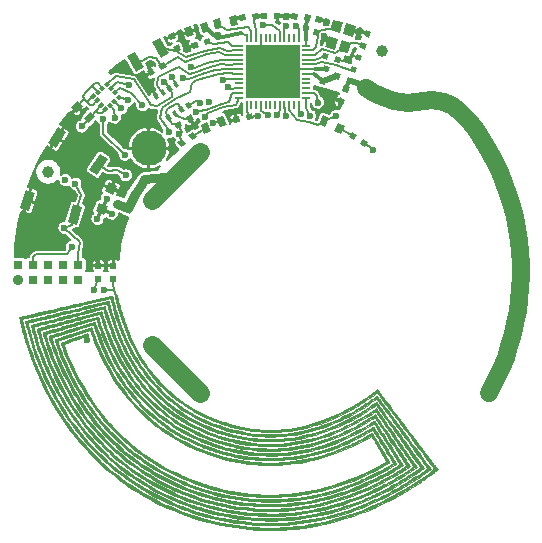
<source format=gtl>
G04 #@! TF.FileFunction,Copper,L1,Top,Signal*
%FSLAX46Y46*%
G04 Gerber Fmt 4.6, Leading zero omitted, Abs format (unit mm)*
G04 Created by KiCad (PCBNEW (2016-05-05 BZR 6775)-product) date 2016 June 06, Monday 00:12:01*
%MOMM*%
%LPD*%
G01*
G04 APERTURE LIST*
%ADD10C,0.020000*%
%ADD11C,0.010000*%
%ADD12C,3.000000*%
%ADD13R,0.500000X0.500000*%
%ADD14C,0.900000*%
%ADD15R,0.800000X0.800000*%
%ADD16C,1.000000*%
%ADD17R,1.520000X1.520000*%
%ADD18R,0.680000X0.250000*%
%ADD19R,0.250000X0.680000*%
%ADD20C,0.600000*%
%ADD21C,1.600000*%
%ADD22C,0.200000*%
%ADD23C,0.300000*%
%ADD24C,0.150000*%
%ADD25C,0.500000*%
%ADD26C,1.500000*%
%ADD27C,0.800000*%
G04 APERTURE END LIST*
D10*
D11*
G36*
X86123623Y-72691511D02*
X86125929Y-72694579D01*
X86130659Y-72700850D01*
X86138023Y-72710600D01*
X86148232Y-72724112D01*
X86161496Y-72741662D01*
X86178029Y-72763532D01*
X86198040Y-72789999D01*
X86221742Y-72821343D01*
X86249344Y-72857844D01*
X86281061Y-72899781D01*
X86317099Y-72947433D01*
X86357674Y-73001080D01*
X86402996Y-73060999D01*
X86453274Y-73127472D01*
X86508722Y-73200777D01*
X86569549Y-73281193D01*
X86635968Y-73369000D01*
X86708190Y-73464477D01*
X86786426Y-73567904D01*
X86870887Y-73679559D01*
X86961785Y-73799722D01*
X87059330Y-73928672D01*
X87163734Y-74066687D01*
X87275208Y-74214050D01*
X87393964Y-74371036D01*
X87520213Y-74537927D01*
X87654166Y-74715002D01*
X87796033Y-74902539D01*
X87946028Y-75100819D01*
X88104360Y-75310119D01*
X88271241Y-75530721D01*
X88446883Y-75762902D01*
X88631496Y-76006942D01*
X88825291Y-76263122D01*
X89028482Y-76531718D01*
X89241277Y-76813011D01*
X89463889Y-77107281D01*
X89670712Y-77380678D01*
X89782144Y-77527978D01*
X89892377Y-77673684D01*
X90000855Y-77817064D01*
X90107025Y-77957387D01*
X90210332Y-78093921D01*
X90310225Y-78225934D01*
X90406146Y-78352693D01*
X90497544Y-78473469D01*
X90583864Y-78587527D01*
X90664552Y-78694137D01*
X90739056Y-78792566D01*
X90806819Y-78882083D01*
X90867289Y-78961956D01*
X90919912Y-79031452D01*
X90964133Y-79089839D01*
X90999399Y-79136387D01*
X91025157Y-79170364D01*
X91030500Y-79177406D01*
X91073551Y-79234195D01*
X91113377Y-79286838D01*
X91148813Y-79333789D01*
X91178697Y-79373500D01*
X91201865Y-79404424D01*
X91217152Y-79425016D01*
X91223394Y-79433728D01*
X91223434Y-79433798D01*
X91218256Y-79441473D01*
X91200123Y-79458094D01*
X91170000Y-79482967D01*
X91128849Y-79515393D01*
X91077636Y-79554676D01*
X91017322Y-79600118D01*
X90948873Y-79651023D01*
X90873252Y-79706693D01*
X90791423Y-79766433D01*
X90704350Y-79829543D01*
X90612996Y-79895329D01*
X90518325Y-79963093D01*
X90421302Y-80032137D01*
X90322888Y-80101764D01*
X90224049Y-80171280D01*
X90125750Y-80239984D01*
X90028951Y-80307181D01*
X89934618Y-80372174D01*
X89843716Y-80434266D01*
X89785201Y-80473904D01*
X89235749Y-80834813D01*
X88680467Y-81179849D01*
X88119375Y-81509001D01*
X87552493Y-81822262D01*
X86979839Y-82119621D01*
X86401435Y-82401067D01*
X85817298Y-82666593D01*
X85227450Y-82916186D01*
X84631909Y-83149839D01*
X84030695Y-83367542D01*
X83692800Y-83482069D01*
X83147752Y-83654104D01*
X82596493Y-83811852D01*
X82040061Y-83955145D01*
X81479499Y-84083813D01*
X80915846Y-84197687D01*
X80350145Y-84296599D01*
X79783435Y-84380378D01*
X79216756Y-84448856D01*
X78651151Y-84501864D01*
X78087658Y-84539234D01*
X77527319Y-84560794D01*
X77018093Y-84566529D01*
X76424395Y-84556900D01*
X75830574Y-84530387D01*
X75237004Y-84487029D01*
X74644059Y-84426868D01*
X74052108Y-84349947D01*
X73461527Y-84256305D01*
X72872688Y-84145983D01*
X72509318Y-84069372D01*
X72161006Y-83989600D01*
X71811571Y-83903319D01*
X71464212Y-83811420D01*
X71122126Y-83714797D01*
X70788509Y-83614342D01*
X70466561Y-83510946D01*
X70272293Y-83445090D01*
X70200408Y-83420202D01*
X70125773Y-83394379D01*
X70051998Y-83368869D01*
X69982697Y-83344921D01*
X69921481Y-83323783D01*
X69871962Y-83306704D01*
X69864131Y-83304006D01*
X69823375Y-83289640D01*
X69769464Y-83270138D01*
X69705033Y-83246478D01*
X69632717Y-83219640D01*
X69555153Y-83190603D01*
X69474973Y-83160348D01*
X69394815Y-83129852D01*
X69368110Y-83119632D01*
X68823666Y-82902147D01*
X68285304Y-82669501D01*
X67753546Y-82422025D01*
X67228915Y-82160052D01*
X66711932Y-81883913D01*
X66203120Y-81593942D01*
X65703002Y-81290470D01*
X65212101Y-80973829D01*
X64730939Y-80644353D01*
X64260038Y-80302373D01*
X63799921Y-79948220D01*
X63351109Y-79582230D01*
X62914128Y-79204733D01*
X62489496Y-78816060D01*
X62267557Y-78603633D01*
X61844104Y-78180287D01*
X61433005Y-77745647D01*
X61034221Y-77299652D01*
X60647708Y-76842240D01*
X60273429Y-76373350D01*
X59911342Y-75892921D01*
X59561405Y-75400889D01*
X59223579Y-74897196D01*
X58897820Y-74381779D01*
X58584091Y-73854577D01*
X58282349Y-73315527D01*
X57992554Y-72764570D01*
X57714665Y-72201642D01*
X57448641Y-71626685D01*
X57194440Y-71039633D01*
X57115561Y-70849152D01*
X56941888Y-70411892D01*
X56774467Y-69963295D01*
X56613009Y-69502488D01*
X56457222Y-69028595D01*
X56306815Y-68540743D01*
X56161501Y-68038057D01*
X56066793Y-67692340D01*
X56053630Y-67642559D01*
X56037981Y-67582243D01*
X56020264Y-67513076D01*
X56000893Y-67436743D01*
X55980283Y-67354926D01*
X55958850Y-67269311D01*
X55937006Y-67181583D01*
X55915170Y-67093425D01*
X55893755Y-67006520D01*
X55873175Y-66922554D01*
X55853847Y-66843211D01*
X55836186Y-66770175D01*
X55820605Y-66705130D01*
X55807521Y-66649759D01*
X55797348Y-66605749D01*
X55790501Y-66574782D01*
X55787396Y-66558543D01*
X55787394Y-66558528D01*
X55787913Y-66556858D01*
X55790166Y-66554874D01*
X55794583Y-66552474D01*
X55801598Y-66549556D01*
X55811645Y-66546018D01*
X55825154Y-66541761D01*
X55842560Y-66536682D01*
X55864293Y-66530680D01*
X55890788Y-66523654D01*
X55922476Y-66515503D01*
X55959791Y-66506124D01*
X56003164Y-66495418D01*
X56053029Y-66483282D01*
X56109818Y-66469616D01*
X56173964Y-66454319D01*
X56245898Y-66437287D01*
X56326054Y-66418422D01*
X56414865Y-66397620D01*
X56512763Y-66374782D01*
X56620179Y-66349805D01*
X56737549Y-66322589D01*
X56865303Y-66293032D01*
X57003875Y-66261033D01*
X57153696Y-66226490D01*
X57315199Y-66189303D01*
X57488819Y-66149369D01*
X57674985Y-66106588D01*
X57874132Y-66060859D01*
X58086692Y-66012079D01*
X58313097Y-65960148D01*
X58553781Y-65904966D01*
X58809175Y-65846429D01*
X59079712Y-65784436D01*
X59365825Y-65718889D01*
X59667946Y-65649683D01*
X59715675Y-65638750D01*
X59969636Y-65580586D01*
X60219466Y-65523380D01*
X60464657Y-65467248D01*
X60704702Y-65412305D01*
X60939092Y-65358668D01*
X61167319Y-65306453D01*
X61388873Y-65255776D01*
X61603249Y-65206752D01*
X61809936Y-65159498D01*
X62008427Y-65114131D01*
X62198214Y-65070766D01*
X62378789Y-65029519D01*
X62549642Y-64990505D01*
X62710266Y-64953842D01*
X62860153Y-64919645D01*
X62998796Y-64888030D01*
X63125684Y-64859114D01*
X63240310Y-64833012D01*
X63342166Y-64809840D01*
X63430744Y-64789715D01*
X63505535Y-64772752D01*
X63566032Y-64759067D01*
X63611725Y-64748777D01*
X63642108Y-64741998D01*
X63656671Y-64738844D01*
X63657936Y-64738620D01*
X63662803Y-64746791D01*
X63671023Y-64770536D01*
X63682334Y-64808888D01*
X63696470Y-64860878D01*
X63713166Y-64925539D01*
X63732156Y-65001901D01*
X63749010Y-65071538D01*
X63810219Y-65322635D01*
X63870315Y-65559568D01*
X63930053Y-65785006D01*
X63990188Y-66001613D01*
X64051477Y-66212060D01*
X64114676Y-66419010D01*
X64180539Y-66625131D01*
X64240586Y-66805825D01*
X64402039Y-67262945D01*
X64574799Y-67712695D01*
X64758365Y-68154006D01*
X64952234Y-68585808D01*
X65155905Y-69007035D01*
X65368873Y-69416616D01*
X65590639Y-69813483D01*
X65820698Y-70196567D01*
X65873507Y-70280679D01*
X66138988Y-70685916D01*
X66413343Y-71076797D01*
X66696740Y-71453490D01*
X66989347Y-71816161D01*
X67291331Y-72164977D01*
X67602859Y-72500106D01*
X67924100Y-72821715D01*
X68255221Y-73129971D01*
X68596390Y-73425043D01*
X68947773Y-73707095D01*
X69309540Y-73976297D01*
X69681858Y-74232815D01*
X70064893Y-74476817D01*
X70100963Y-74498817D01*
X70510700Y-74737923D01*
X70929432Y-74962844D01*
X71356568Y-75173355D01*
X71791518Y-75369231D01*
X72233692Y-75550247D01*
X72682499Y-75716178D01*
X73137351Y-75866798D01*
X73597655Y-76001881D01*
X74062823Y-76121205D01*
X74532263Y-76224543D01*
X74721502Y-76261426D01*
X75171512Y-76337736D01*
X75621109Y-76397598D01*
X76070536Y-76440994D01*
X76520029Y-76467905D01*
X76969832Y-76478312D01*
X77420184Y-76472199D01*
X77871324Y-76449545D01*
X78323495Y-76410332D01*
X78776935Y-76354543D01*
X79231884Y-76282157D01*
X79688585Y-76193158D01*
X80147275Y-76087526D01*
X80608198Y-75965243D01*
X81071591Y-75826290D01*
X81285855Y-75756701D01*
X81669354Y-75622494D01*
X82057763Y-75473520D01*
X82449411Y-75310611D01*
X82842625Y-75134601D01*
X83235735Y-74946325D01*
X83627068Y-74746615D01*
X84014952Y-74536306D01*
X84397717Y-74316231D01*
X84773691Y-74087224D01*
X85141200Y-73850119D01*
X85236634Y-73786254D01*
X85332887Y-73720962D01*
X85428235Y-73655471D01*
X85525568Y-73587756D01*
X85627775Y-73515794D01*
X85737751Y-73437563D01*
X85854894Y-73353550D01*
X85907603Y-73315966D01*
X85956023Y-73282097D01*
X85998431Y-73253097D01*
X86033105Y-73230116D01*
X86058324Y-73214310D01*
X86072364Y-73206832D01*
X86074568Y-73206485D01*
X86079867Y-73213448D01*
X86094840Y-73233510D01*
X86119101Y-73266146D01*
X86152262Y-73310835D01*
X86193939Y-73367052D01*
X86243744Y-73434274D01*
X86301289Y-73511980D01*
X86366190Y-73599645D01*
X86438059Y-73696747D01*
X86516510Y-73802762D01*
X86601157Y-73917169D01*
X86691612Y-74039444D01*
X86787490Y-74169063D01*
X86888403Y-74305504D01*
X86993966Y-74448245D01*
X87103792Y-74596761D01*
X87217494Y-74750530D01*
X87334687Y-74909029D01*
X87454982Y-75071736D01*
X87577993Y-75238126D01*
X87703336Y-75407676D01*
X87830622Y-75579866D01*
X87959464Y-75754170D01*
X88089479Y-75930066D01*
X88220276Y-76107032D01*
X88351472Y-76284544D01*
X88482679Y-76462079D01*
X88613511Y-76639113D01*
X88743580Y-76815126D01*
X88872501Y-76989592D01*
X88999887Y-77161989D01*
X89125351Y-77331795D01*
X89248509Y-77498486D01*
X89368971Y-77661540D01*
X89486352Y-77820432D01*
X89600266Y-77974641D01*
X89710326Y-78123643D01*
X89816145Y-78266916D01*
X89917337Y-78403936D01*
X90013515Y-78534180D01*
X90104294Y-78657125D01*
X90189286Y-78772250D01*
X90268105Y-78879029D01*
X90340364Y-78976941D01*
X90405676Y-79065463D01*
X90463656Y-79144071D01*
X90513917Y-79212242D01*
X90556073Y-79269455D01*
X90589735Y-79315185D01*
X90614520Y-79348908D01*
X90630039Y-79370105D01*
X90635906Y-79378248D01*
X90635936Y-79378298D01*
X90630075Y-79384569D01*
X90611538Y-79399643D01*
X90581540Y-79422647D01*
X90541302Y-79452707D01*
X90492042Y-79488951D01*
X90434982Y-79530505D01*
X90371336Y-79576498D01*
X90302326Y-79626056D01*
X90229172Y-79678307D01*
X90153089Y-79732377D01*
X90075299Y-79787393D01*
X89997020Y-79842483D01*
X89919472Y-79896775D01*
X89843873Y-79949393D01*
X89771442Y-79999467D01*
X89703398Y-80046125D01*
X89701903Y-80047144D01*
X89162838Y-80405535D01*
X88620403Y-80747464D01*
X88074184Y-81073143D01*
X87523770Y-81382781D01*
X86968750Y-81676591D01*
X86408710Y-81954782D01*
X85843240Y-82217567D01*
X85271925Y-82465154D01*
X84694356Y-82697758D01*
X84110120Y-82915586D01*
X84074560Y-82928293D01*
X83520336Y-83117373D01*
X82961661Y-83291197D01*
X82399202Y-83449649D01*
X81833627Y-83592613D01*
X81265604Y-83719974D01*
X80695800Y-83831617D01*
X80124886Y-83927426D01*
X79553529Y-84007286D01*
X78982397Y-84071082D01*
X78412157Y-84118698D01*
X77843480Y-84150019D01*
X77277032Y-84164929D01*
X76907181Y-84165743D01*
X76316493Y-84152890D01*
X75726857Y-84123150D01*
X75138415Y-84076544D01*
X74551311Y-84013095D01*
X73965688Y-83932826D01*
X73381691Y-83835756D01*
X72799462Y-83721909D01*
X72219145Y-83591307D01*
X71640883Y-83443971D01*
X71064820Y-83279922D01*
X71021876Y-83266996D01*
X70754228Y-83183654D01*
X70475855Y-83092267D01*
X70190167Y-82994106D01*
X69900582Y-82890435D01*
X69610516Y-82782522D01*
X69323385Y-82671639D01*
X69042603Y-82559048D01*
X68771585Y-82446020D01*
X68545294Y-82347827D01*
X68018137Y-82105550D01*
X67497287Y-81848265D01*
X66983428Y-81576411D01*
X66477249Y-81290430D01*
X65979436Y-80990764D01*
X65490676Y-80677852D01*
X65011656Y-80352137D01*
X64543064Y-80014060D01*
X64085585Y-79664060D01*
X63639907Y-79302580D01*
X63206718Y-78930060D01*
X63166399Y-78894254D01*
X62881046Y-78634376D01*
X62593045Y-78360840D01*
X62304824Y-78076142D01*
X62018810Y-77782781D01*
X61737429Y-77483251D01*
X61463108Y-77180051D01*
X61198276Y-76875677D01*
X61157143Y-76827269D01*
X60790813Y-76382684D01*
X60436914Y-75928657D01*
X60095043Y-75464578D01*
X59764789Y-74989833D01*
X59445749Y-74503808D01*
X59137516Y-74005891D01*
X58839683Y-73495468D01*
X58551845Y-72971928D01*
X58365473Y-72615638D01*
X58098218Y-72077938D01*
X57844408Y-71533333D01*
X57603771Y-70981104D01*
X57376032Y-70420532D01*
X57160923Y-69850898D01*
X56958170Y-69271484D01*
X56767502Y-68681569D01*
X56588646Y-68080436D01*
X56427296Y-67490180D01*
X56396116Y-67370743D01*
X56369187Y-67266716D01*
X56346294Y-67177178D01*
X56327226Y-67101205D01*
X56311773Y-67037872D01*
X56299718Y-66986257D01*
X56290850Y-66945437D01*
X56284959Y-66914489D01*
X56281830Y-66892488D01*
X56281250Y-66878512D01*
X56283008Y-66871637D01*
X56284684Y-66870577D01*
X56292454Y-66868790D01*
X56313132Y-66863885D01*
X56346847Y-66855829D01*
X56393729Y-66844591D01*
X56453908Y-66830141D01*
X56527512Y-66812447D01*
X56614670Y-66791477D01*
X56715514Y-66767202D01*
X56830171Y-66739589D01*
X56958770Y-66708606D01*
X57101441Y-66674224D01*
X57258315Y-66636411D01*
X57429519Y-66595135D01*
X57615182Y-66550367D01*
X57815436Y-66502073D01*
X58030409Y-66450223D01*
X58260229Y-66394787D01*
X58505027Y-66335733D01*
X58764931Y-66273028D01*
X59040072Y-66206644D01*
X59330578Y-66136547D01*
X59636578Y-66062709D01*
X59958203Y-65985095D01*
X60295581Y-65903676D01*
X60648843Y-65818421D01*
X61018115Y-65729298D01*
X61403529Y-65636275D01*
X61805214Y-65539324D01*
X61997186Y-65492988D01*
X62145114Y-65457289D01*
X62288587Y-65422680D01*
X62426738Y-65389370D01*
X62558704Y-65357564D01*
X62683620Y-65327472D01*
X62800623Y-65299300D01*
X62908846Y-65273258D01*
X63007427Y-65249553D01*
X63095500Y-65228393D01*
X63172201Y-65209986D01*
X63236664Y-65194540D01*
X63288027Y-65182261D01*
X63325425Y-65173359D01*
X63347992Y-65168042D01*
X63354901Y-65166492D01*
X63359702Y-65173913D01*
X63365978Y-65193170D01*
X63370255Y-65210656D01*
X63377985Y-65244226D01*
X63389549Y-65291824D01*
X63404343Y-65351139D01*
X63421769Y-65419859D01*
X63441222Y-65495670D01*
X63462104Y-65576259D01*
X63483814Y-65659313D01*
X63505749Y-65742519D01*
X63527309Y-65823565D01*
X63547893Y-65900137D01*
X63566899Y-65969923D01*
X63578207Y-66010849D01*
X63681179Y-66367401D01*
X63789851Y-66716752D01*
X63905537Y-67062692D01*
X64029544Y-67409006D01*
X64163185Y-67759480D01*
X64306327Y-68114414D01*
X64330868Y-68172463D01*
X64361703Y-68243335D01*
X64397819Y-68324844D01*
X64438206Y-68414805D01*
X64481850Y-68511031D01*
X64527741Y-68611338D01*
X64574867Y-68713539D01*
X64622218Y-68815448D01*
X64668780Y-68914880D01*
X64713543Y-69009649D01*
X64755495Y-69097570D01*
X64793624Y-69176456D01*
X64826919Y-69244121D01*
X64853362Y-69296431D01*
X65089697Y-69738298D01*
X65336832Y-70168029D01*
X65594611Y-70585418D01*
X65862875Y-70990259D01*
X66141469Y-71382346D01*
X66430234Y-71761471D01*
X66729016Y-72127430D01*
X67037656Y-72480015D01*
X67355996Y-72819021D01*
X67683882Y-73144243D01*
X68016588Y-73451408D01*
X68346962Y-73736223D01*
X68682402Y-74006573D01*
X69024814Y-74263824D01*
X69376109Y-74509337D01*
X69738195Y-74744479D01*
X70112984Y-74970612D01*
X70266528Y-75058647D01*
X70687365Y-75286952D01*
X71117463Y-75501557D01*
X71555691Y-75702014D01*
X72000919Y-75887879D01*
X72452019Y-76058706D01*
X72907861Y-76214047D01*
X73367316Y-76353457D01*
X73829255Y-76476492D01*
X73901444Y-76494173D01*
X74361989Y-76597908D01*
X74819108Y-76685258D01*
X75273472Y-76756268D01*
X75725752Y-76810981D01*
X76176620Y-76849445D01*
X76626748Y-76871702D01*
X77076806Y-76877799D01*
X77527466Y-76867779D01*
X77979401Y-76841688D01*
X78433280Y-76799571D01*
X78449117Y-76797818D01*
X78918701Y-76737137D01*
X79388651Y-76659657D01*
X79858584Y-76565494D01*
X80328111Y-76454767D01*
X80796850Y-76327592D01*
X81264412Y-76184086D01*
X81730414Y-76024368D01*
X82194470Y-75848553D01*
X82656194Y-75656759D01*
X83115201Y-75449103D01*
X83499040Y-75262170D01*
X83973860Y-75014633D01*
X84439918Y-74754181D01*
X84896068Y-74481509D01*
X85341161Y-74197308D01*
X85774051Y-73902275D01*
X85913665Y-73802917D01*
X85950764Y-73776243D01*
X85982782Y-73753245D01*
X86007311Y-73735654D01*
X86021938Y-73725197D01*
X86024951Y-73723072D01*
X86030176Y-73729569D01*
X86044706Y-73749041D01*
X86067971Y-73780701D01*
X86099408Y-73823767D01*
X86138445Y-73877454D01*
X86184516Y-73940977D01*
X86237055Y-74013553D01*
X86295494Y-74094397D01*
X86359265Y-74182724D01*
X86427799Y-74277751D01*
X86500531Y-74378694D01*
X86576892Y-74484767D01*
X86656315Y-74595186D01*
X86705802Y-74664031D01*
X86880698Y-74907408D01*
X87046281Y-75137820D01*
X87203112Y-75356055D01*
X87351759Y-75562899D01*
X87492786Y-75759140D01*
X87626760Y-75945565D01*
X87754246Y-76122960D01*
X87875809Y-76292112D01*
X87992016Y-76453809D01*
X88103431Y-76608837D01*
X88210620Y-76757984D01*
X88314150Y-76902034D01*
X88414585Y-77041777D01*
X88512490Y-77178000D01*
X88608433Y-77311488D01*
X88702977Y-77443030D01*
X88796689Y-77573410D01*
X88890135Y-77703418D01*
X88983878Y-77833839D01*
X89078487Y-77965461D01*
X89174525Y-78099071D01*
X89272559Y-78235455D01*
X89291461Y-78261752D01*
X89376687Y-78380332D01*
X89459223Y-78495206D01*
X89538530Y-78605617D01*
X89614066Y-78710810D01*
X89685286Y-78810027D01*
X89751651Y-78902514D01*
X89812617Y-78987514D01*
X89867642Y-79064272D01*
X89916185Y-79132029D01*
X89957704Y-79190032D01*
X89991655Y-79237524D01*
X90017498Y-79273749D01*
X90034689Y-79297951D01*
X90042688Y-79309373D01*
X90043207Y-79310179D01*
X90037623Y-79317360D01*
X90019008Y-79333152D01*
X89988440Y-79356806D01*
X89946996Y-79387570D01*
X89895757Y-79424694D01*
X89835799Y-79467429D01*
X89768202Y-79515023D01*
X89694044Y-79566726D01*
X89614403Y-79621788D01*
X89530358Y-79679460D01*
X89442988Y-79738989D01*
X89353369Y-79799626D01*
X89262581Y-79860620D01*
X89171704Y-79921222D01*
X89081813Y-79980679D01*
X89041375Y-80007255D01*
X88515516Y-80342672D01*
X87982934Y-80663738D01*
X87444126Y-80970228D01*
X86899589Y-81261919D01*
X86349824Y-81538583D01*
X85795330Y-81799998D01*
X85236605Y-82045939D01*
X84674150Y-82276180D01*
X84108461Y-82490498D01*
X83540038Y-82688667D01*
X82969380Y-82870462D01*
X82396987Y-83035660D01*
X82200782Y-83088343D01*
X81731064Y-83205832D01*
X81253887Y-83312986D01*
X80771302Y-83409516D01*
X80285357Y-83495133D01*
X79798104Y-83569546D01*
X79311592Y-83632467D01*
X78827871Y-83683604D01*
X78348991Y-83722669D01*
X77877002Y-83749371D01*
X77427615Y-83763187D01*
X76840220Y-83765028D01*
X76254145Y-83750011D01*
X75669566Y-83718171D01*
X75086661Y-83669546D01*
X74505605Y-83604174D01*
X73926576Y-83522088D01*
X73349748Y-83423327D01*
X72775299Y-83307927D01*
X72203406Y-83175923D01*
X71634244Y-83027353D01*
X71067989Y-82862254D01*
X70504818Y-82680661D01*
X69944907Y-82482611D01*
X69388433Y-82268140D01*
X68835573Y-82037285D01*
X68616799Y-81940953D01*
X68097776Y-81699937D01*
X67583598Y-81442980D01*
X67075188Y-81170614D01*
X66573475Y-80883373D01*
X66079382Y-80581790D01*
X65593833Y-80266397D01*
X65117757Y-79937726D01*
X65037484Y-79880320D01*
X64584913Y-79545172D01*
X64143367Y-79198219D01*
X63712400Y-78839041D01*
X63291562Y-78467214D01*
X62880407Y-78082318D01*
X62478485Y-77683931D01*
X62085349Y-77271632D01*
X61700550Y-76844999D01*
X61323640Y-76403610D01*
X61261909Y-76329009D01*
X60908641Y-75887388D01*
X60565371Y-75432448D01*
X60232400Y-74964749D01*
X59910026Y-74484853D01*
X59598550Y-73993320D01*
X59298270Y-73490710D01*
X59009485Y-72977584D01*
X58732496Y-72454503D01*
X58467601Y-71922028D01*
X58215099Y-71380718D01*
X57975290Y-70831137D01*
X57748473Y-70273842D01*
X57534947Y-69709396D01*
X57335012Y-69138359D01*
X57195854Y-68711462D01*
X57165115Y-68613196D01*
X57133437Y-68510194D01*
X57101158Y-68403665D01*
X57068613Y-68294815D01*
X57036138Y-68184851D01*
X57004073Y-68074979D01*
X56972751Y-67966407D01*
X56942511Y-67860340D01*
X56913689Y-67757985D01*
X56886623Y-67660550D01*
X56861647Y-67569240D01*
X56839100Y-67485264D01*
X56819319Y-67409827D01*
X56802639Y-67344136D01*
X56789398Y-67289397D01*
X56779933Y-67246818D01*
X56774580Y-67217605D01*
X56773675Y-67202966D01*
X56774486Y-67201502D01*
X56783430Y-67199092D01*
X56807933Y-67192722D01*
X56847146Y-67182611D01*
X56900218Y-67168975D01*
X56966298Y-67152032D01*
X57044537Y-67132000D01*
X57134082Y-67109095D01*
X57234085Y-67083536D01*
X57343695Y-67055538D01*
X57462061Y-67025321D01*
X57588333Y-66993100D01*
X57721659Y-66959093D01*
X57861191Y-66923520D01*
X58006078Y-66886594D01*
X58155468Y-66848535D01*
X58172842Y-66844110D01*
X58521435Y-66755317D01*
X58883660Y-66663041D01*
X59256747Y-66567987D01*
X59637922Y-66470863D01*
X60024413Y-66372375D01*
X60413446Y-66273231D01*
X60802250Y-66174136D01*
X61188049Y-66075797D01*
X61568074Y-65978921D01*
X61939550Y-65884215D01*
X62299705Y-65792385D01*
X62459772Y-65751569D01*
X62555441Y-65727217D01*
X62646443Y-65704142D01*
X62731426Y-65682677D01*
X62809039Y-65663162D01*
X62877932Y-65645933D01*
X62936752Y-65631327D01*
X62984150Y-65619683D01*
X63018774Y-65611336D01*
X63039273Y-65606623D01*
X63044468Y-65605667D01*
X63051443Y-65613855D01*
X63061181Y-65637536D01*
X63073284Y-65675565D01*
X63087358Y-65726798D01*
X63089919Y-65736746D01*
X63222205Y-66225991D01*
X63368325Y-66712090D01*
X63527790Y-67193875D01*
X63700117Y-67670176D01*
X63884816Y-68139826D01*
X64081402Y-68601657D01*
X64289386Y-69054502D01*
X64508285Y-69497192D01*
X64737608Y-69928561D01*
X64976871Y-70347439D01*
X65090962Y-70536958D01*
X65357555Y-70957252D01*
X65635224Y-71365239D01*
X65923817Y-71760745D01*
X66223185Y-72143596D01*
X66533179Y-72513619D01*
X66853647Y-72870643D01*
X67184441Y-73214492D01*
X67525411Y-73544994D01*
X67876407Y-73861975D01*
X68207584Y-74141129D01*
X68563488Y-74420654D01*
X68932113Y-74689499D01*
X69312750Y-74947300D01*
X69704691Y-75193693D01*
X70107231Y-75428314D01*
X70519660Y-75650800D01*
X70941271Y-75860788D01*
X71371358Y-76057912D01*
X71809211Y-76241810D01*
X72254123Y-76412119D01*
X72705387Y-76568473D01*
X73162294Y-76710510D01*
X73262531Y-76739523D01*
X73733497Y-76865714D01*
X74203973Y-76975074D01*
X74674095Y-77067601D01*
X75143999Y-77143295D01*
X75613819Y-77202152D01*
X76083693Y-77244173D01*
X76553754Y-77269355D01*
X77024141Y-77277696D01*
X77494988Y-77269196D01*
X77966429Y-77243852D01*
X78438603Y-77201665D01*
X78911644Y-77142630D01*
X79385687Y-77066748D01*
X79860869Y-76974017D01*
X80337325Y-76864435D01*
X80815190Y-76737999D01*
X81110297Y-76651733D01*
X81561967Y-76506956D01*
X82014887Y-76345957D01*
X82467937Y-76169276D01*
X82920002Y-75977460D01*
X83369964Y-75771052D01*
X83816704Y-75550595D01*
X84259104Y-75316634D01*
X84696048Y-75069712D01*
X85126417Y-74810373D01*
X85549093Y-74539159D01*
X85797156Y-74371910D01*
X85978453Y-74247403D01*
X86072760Y-74382715D01*
X86085029Y-74400316D01*
X86106592Y-74431247D01*
X86137060Y-74474952D01*
X86176045Y-74530869D01*
X86223155Y-74598443D01*
X86278003Y-74677114D01*
X86340197Y-74766321D01*
X86409349Y-74865507D01*
X86485068Y-74974112D01*
X86566965Y-75091579D01*
X86654650Y-75217348D01*
X86747734Y-75350860D01*
X86845828Y-75491556D01*
X86948542Y-75638879D01*
X87055485Y-75792267D01*
X87166269Y-75951164D01*
X87280504Y-76115010D01*
X87397798Y-76283246D01*
X87517765Y-76455314D01*
X87640014Y-76630654D01*
X87735794Y-76768028D01*
X87859348Y-76945244D01*
X87980830Y-77119490D01*
X88099852Y-77290215D01*
X88216033Y-77456868D01*
X88328987Y-77618896D01*
X88438329Y-77775748D01*
X88543674Y-77926873D01*
X88644639Y-78071719D01*
X88740840Y-78209734D01*
X88831890Y-78340365D01*
X88917407Y-78463062D01*
X88997005Y-78577275D01*
X89070300Y-78682449D01*
X89136907Y-78778034D01*
X89196443Y-78863479D01*
X89248522Y-78938231D01*
X89292760Y-79001738D01*
X89328773Y-79053450D01*
X89356175Y-79092814D01*
X89374583Y-79119280D01*
X89382554Y-79130761D01*
X89460587Y-79243495D01*
X89295344Y-79356554D01*
X88925504Y-79605521D01*
X88561497Y-79842142D01*
X88200054Y-80068354D01*
X87837909Y-80286095D01*
X87471798Y-80497299D01*
X87098452Y-80703904D01*
X86714608Y-80907845D01*
X86444863Y-81046534D01*
X86390755Y-81073562D01*
X86323273Y-81106563D01*
X86244485Y-81144571D01*
X86156464Y-81186621D01*
X86061280Y-81231748D01*
X85961004Y-81278985D01*
X85857708Y-81327368D01*
X85753462Y-81375931D01*
X85650336Y-81423708D01*
X85550402Y-81469734D01*
X85455731Y-81513043D01*
X85368394Y-81552670D01*
X85290461Y-81587649D01*
X85224004Y-81617014D01*
X85185655Y-81633613D01*
X84661746Y-81850681D01*
X84141751Y-82052010D01*
X83624424Y-82237991D01*
X83108521Y-82409012D01*
X82592794Y-82565464D01*
X82076000Y-82707735D01*
X81556892Y-82836216D01*
X81034225Y-82951295D01*
X80860484Y-82986450D01*
X80399524Y-83071921D01*
X79932779Y-83147135D01*
X79462964Y-83211796D01*
X78992793Y-83265609D01*
X78524979Y-83308276D01*
X78062236Y-83339504D01*
X77607279Y-83358995D01*
X77397207Y-83364012D01*
X76822791Y-83365685D01*
X76248540Y-83350500D01*
X75674798Y-83318530D01*
X75101906Y-83269851D01*
X74530204Y-83204534D01*
X73960037Y-83122657D01*
X73391746Y-83024290D01*
X72825672Y-82909511D01*
X72262159Y-82778391D01*
X71701547Y-82631005D01*
X71144178Y-82467428D01*
X70590396Y-82287734D01*
X70040541Y-82091996D01*
X69494956Y-81880288D01*
X68953983Y-81652685D01*
X68456792Y-81427506D01*
X67949613Y-81180902D01*
X67449285Y-80919761D01*
X66956466Y-80644535D01*
X66471815Y-80355682D01*
X65995993Y-80053654D01*
X65529658Y-79738904D01*
X65073471Y-79411890D01*
X64628090Y-79073063D01*
X64194175Y-78722877D01*
X63772386Y-78361788D01*
X63363382Y-77990250D01*
X63096978Y-77735844D01*
X62687877Y-77325924D01*
X62291764Y-76906083D01*
X61908454Y-76476055D01*
X61537759Y-76035577D01*
X61179493Y-75584386D01*
X60833470Y-75122216D01*
X60499503Y-74648804D01*
X60177406Y-74163887D01*
X59866991Y-73667200D01*
X59568073Y-73158480D01*
X59280465Y-72637462D01*
X59003980Y-72103882D01*
X58753541Y-71589529D01*
X58536869Y-71118657D01*
X58333795Y-70651990D01*
X58142901Y-70185910D01*
X57962765Y-69716799D01*
X57791972Y-69241039D01*
X57629101Y-68755009D01*
X57572285Y-68577310D01*
X57550841Y-68508780D01*
X57527609Y-68433413D01*
X57503040Y-68352756D01*
X57477583Y-68268357D01*
X57451688Y-68181763D01*
X57425806Y-68094519D01*
X57400387Y-68008174D01*
X57375881Y-67924275D01*
X57352738Y-67844366D01*
X57331409Y-67769996D01*
X57312342Y-67702712D01*
X57295990Y-67644062D01*
X57282801Y-67595589D01*
X57273227Y-67558844D01*
X57267716Y-67535371D01*
X57266599Y-67526887D01*
X57274787Y-67523582D01*
X57296606Y-67516733D01*
X57329326Y-67507147D01*
X57370212Y-67495629D01*
X57402870Y-67486676D01*
X57564131Y-67442958D01*
X57732257Y-67397407D01*
X57906577Y-67350203D01*
X58086422Y-67301526D01*
X58271123Y-67251556D01*
X58460010Y-67200474D01*
X58652415Y-67148461D01*
X58847667Y-67095696D01*
X59045097Y-67042360D01*
X59244037Y-66988635D01*
X59443816Y-66934697D01*
X59643765Y-66880731D01*
X59843214Y-66826914D01*
X60041495Y-66773429D01*
X60237939Y-66720454D01*
X60431874Y-66668171D01*
X60622634Y-66616759D01*
X60809546Y-66566398D01*
X60991943Y-66517271D01*
X61169155Y-66469557D01*
X61340514Y-66423434D01*
X61505347Y-66379086D01*
X61662988Y-66336691D01*
X61812767Y-66296430D01*
X61954014Y-66258483D01*
X62086060Y-66223031D01*
X62208234Y-66190254D01*
X62319869Y-66160333D01*
X62420294Y-66133446D01*
X62508841Y-66109776D01*
X62584840Y-66089502D01*
X62647621Y-66072805D01*
X62696515Y-66059865D01*
X62730853Y-66050862D01*
X62749964Y-66045976D01*
X62753921Y-66045097D01*
X62758057Y-66053760D01*
X62765696Y-66076235D01*
X62776049Y-66109951D01*
X62788329Y-66152339D01*
X62801749Y-66200831D01*
X62802656Y-66204183D01*
X62912508Y-66590250D01*
X63035220Y-66983294D01*
X63169735Y-67380635D01*
X63315003Y-67779597D01*
X63469968Y-68177500D01*
X63633577Y-68571668D01*
X63804778Y-68959421D01*
X63982515Y-69338082D01*
X64165736Y-69704972D01*
X64223065Y-69815105D01*
X64464009Y-70256981D01*
X64716581Y-70688296D01*
X64980468Y-71108636D01*
X65255353Y-71517590D01*
X65540920Y-71914746D01*
X65836853Y-72299691D01*
X66142837Y-72672011D01*
X66458555Y-73031295D01*
X66783690Y-73377131D01*
X67117928Y-73709107D01*
X67426260Y-73995689D01*
X67778294Y-74302228D01*
X68138391Y-74595169D01*
X68507273Y-74874984D01*
X68885660Y-75142150D01*
X69274277Y-75397142D01*
X69673844Y-75640434D01*
X70085083Y-75872501D01*
X70508716Y-76093821D01*
X70912521Y-76289514D01*
X71131632Y-76389709D01*
X71349772Y-76484908D01*
X71570486Y-76576544D01*
X71797315Y-76666050D01*
X72033802Y-76754860D01*
X72283491Y-76844408D01*
X72286880Y-76845596D01*
X72395673Y-76883658D01*
X72491230Y-76916799D01*
X72576225Y-76945884D01*
X72653337Y-76971780D01*
X72725241Y-76995350D01*
X72794614Y-77017460D01*
X72864133Y-77038976D01*
X72936475Y-77060764D01*
X73014316Y-77083688D01*
X73100333Y-77108614D01*
X73101084Y-77108830D01*
X73581483Y-77238886D01*
X74061140Y-77352034D01*
X74540198Y-77448279D01*
X75018803Y-77527624D01*
X75497098Y-77590073D01*
X75975227Y-77635628D01*
X76453335Y-77664294D01*
X76931565Y-77676074D01*
X77410063Y-77670972D01*
X77888972Y-77648990D01*
X78368436Y-77610132D01*
X78848599Y-77554402D01*
X79329607Y-77481803D01*
X79811603Y-77392338D01*
X80294731Y-77286011D01*
X80318792Y-77280282D01*
X80670969Y-77191390D01*
X81029763Y-77091635D01*
X81390220Y-76982524D01*
X81747387Y-76865558D01*
X82096313Y-76742242D01*
X82121829Y-76732846D01*
X82531234Y-76574946D01*
X82944502Y-76402385D01*
X83359403Y-76216302D01*
X83773708Y-76017837D01*
X84185189Y-75808129D01*
X84591616Y-75588315D01*
X84990758Y-75359538D01*
X85380387Y-75122934D01*
X85758276Y-74879642D01*
X85789370Y-74858967D01*
X85918484Y-74772894D01*
X85945780Y-74812934D01*
X85964758Y-74840855D01*
X85992076Y-74881173D01*
X86027294Y-74933232D01*
X86069968Y-74996378D01*
X86119660Y-75069954D01*
X86175928Y-75153307D01*
X86238331Y-75245783D01*
X86306427Y-75346724D01*
X86379776Y-75455477D01*
X86457935Y-75571387D01*
X86540465Y-75693800D01*
X86626925Y-75822059D01*
X86716873Y-75955510D01*
X86809868Y-76093498D01*
X86905469Y-76235368D01*
X87003235Y-76380466D01*
X87102725Y-76528137D01*
X87203498Y-76677724D01*
X87305112Y-76828574D01*
X87407128Y-76980032D01*
X87509102Y-77131443D01*
X87610596Y-77282151D01*
X87711167Y-77431502D01*
X87810374Y-77578842D01*
X87907776Y-77723514D01*
X88002932Y-77864864D01*
X88095402Y-78002238D01*
X88184743Y-78134980D01*
X88270516Y-78262436D01*
X88352279Y-78383949D01*
X88429590Y-78498867D01*
X88502008Y-78606532D01*
X88569094Y-78706292D01*
X88630405Y-78797491D01*
X88685500Y-78879472D01*
X88733940Y-78951585D01*
X88775281Y-79013169D01*
X88809083Y-79063574D01*
X88834906Y-79102143D01*
X88852307Y-79128220D01*
X88860847Y-79141153D01*
X88861671Y-79142472D01*
X88863993Y-79148358D01*
X88863785Y-79154345D01*
X88859618Y-79161555D01*
X88850066Y-79171108D01*
X88833700Y-79184128D01*
X88809094Y-79201737D01*
X88774821Y-79225057D01*
X88729454Y-79255211D01*
X88671566Y-79293321D01*
X88660998Y-79300263D01*
X88294905Y-79536691D01*
X87935238Y-79760684D01*
X87579117Y-79973955D01*
X87223663Y-80178214D01*
X86865994Y-80375173D01*
X86725259Y-80450390D01*
X86494417Y-80570671D01*
X86251899Y-80693145D01*
X86000979Y-80816286D01*
X85744938Y-80938567D01*
X85487047Y-81058461D01*
X85230585Y-81174440D01*
X84978827Y-81284977D01*
X84735051Y-81388545D01*
X84548543Y-81465126D01*
X83991033Y-81681485D01*
X83432179Y-81880981D01*
X82871877Y-82063635D01*
X82310024Y-82229472D01*
X81746515Y-82378515D01*
X81181249Y-82510787D01*
X80614118Y-82626313D01*
X80045022Y-82725116D01*
X79473857Y-82807219D01*
X78900517Y-82872645D01*
X78324901Y-82921418D01*
X78047474Y-82938938D01*
X77505714Y-82961082D01*
X76960520Y-82966941D01*
X76412686Y-82956632D01*
X75863009Y-82930264D01*
X75312283Y-82887954D01*
X74761302Y-82829813D01*
X74210864Y-82755956D01*
X73661760Y-82666494D01*
X73114788Y-82561542D01*
X72570743Y-82441213D01*
X72030419Y-82305620D01*
X71494611Y-82154877D01*
X70964115Y-81989096D01*
X70659479Y-81886204D01*
X70302503Y-81759372D01*
X69959545Y-81631482D01*
X69627695Y-81501326D01*
X69304037Y-81367695D01*
X68985659Y-81229380D01*
X68669648Y-81085172D01*
X68353090Y-80933862D01*
X68291554Y-80903674D01*
X67796602Y-80651050D01*
X67308867Y-80384419D01*
X66829087Y-80104291D01*
X66358002Y-79811183D01*
X65896351Y-79505606D01*
X65444875Y-79188072D01*
X65004312Y-78859096D01*
X64575402Y-78519189D01*
X64158883Y-78168866D01*
X63755495Y-77808637D01*
X63542401Y-77609239D01*
X63410195Y-77481901D01*
X63271887Y-77345773D01*
X63129916Y-77203386D01*
X62986724Y-77057265D01*
X62844750Y-76909939D01*
X62706434Y-76763935D01*
X62574217Y-76621783D01*
X62450538Y-76486009D01*
X62359293Y-76383578D01*
X62024197Y-75993929D01*
X61701846Y-75600281D01*
X61391333Y-75201291D01*
X61091745Y-74795618D01*
X60802176Y-74381920D01*
X60521715Y-73958855D01*
X60249455Y-73525080D01*
X59984485Y-73079254D01*
X59725897Y-72620035D01*
X59472783Y-72146080D01*
X59420300Y-72044672D01*
X59389469Y-71983762D01*
X59352672Y-71909348D01*
X59310825Y-71823402D01*
X59264848Y-71727887D01*
X59215657Y-71624775D01*
X59164171Y-71516031D01*
X59111307Y-71403626D01*
X59057985Y-71289524D01*
X59005121Y-71175696D01*
X58953634Y-71064109D01*
X58904441Y-70956731D01*
X58858462Y-70855530D01*
X58816612Y-70762474D01*
X58779812Y-70679530D01*
X58748978Y-70608667D01*
X58733914Y-70573220D01*
X58581129Y-70202306D01*
X58438157Y-69840214D01*
X58303611Y-69483062D01*
X58176108Y-69126971D01*
X58054262Y-68768057D01*
X57936689Y-68402441D01*
X57822003Y-68026242D01*
X57807053Y-67975744D01*
X57792360Y-67925005D01*
X57782488Y-67888117D01*
X57777037Y-67862820D01*
X57775609Y-67846857D01*
X57777805Y-67837969D01*
X57782068Y-67834357D01*
X57793420Y-67830559D01*
X57820107Y-67822406D01*
X57861344Y-67810125D01*
X57916350Y-67793938D01*
X57984338Y-67774069D01*
X58064526Y-67750743D01*
X58156130Y-67724183D01*
X58258366Y-67694613D01*
X58370449Y-67662259D01*
X58491596Y-67627342D01*
X58621024Y-67590087D01*
X58757947Y-67550718D01*
X58901583Y-67509460D01*
X59051147Y-67466535D01*
X59205855Y-67422169D01*
X59364923Y-67376584D01*
X59527568Y-67330005D01*
X59693006Y-67282657D01*
X59860453Y-67234762D01*
X60029125Y-67186544D01*
X60198237Y-67138228D01*
X60367006Y-67090037D01*
X60534649Y-67042196D01*
X60700381Y-66994929D01*
X60863418Y-66948459D01*
X61022977Y-66903010D01*
X61178273Y-66858807D01*
X61328524Y-66816072D01*
X61472943Y-66775032D01*
X61610749Y-66735908D01*
X61741155Y-66698925D01*
X61863381Y-66664307D01*
X61976640Y-66632278D01*
X62080150Y-66603062D01*
X62173126Y-66576882D01*
X62254784Y-66553964D01*
X62324341Y-66534530D01*
X62381013Y-66518804D01*
X62424015Y-66507012D01*
X62452564Y-66499376D01*
X62465875Y-66496120D01*
X62466790Y-66496042D01*
X62470146Y-66506473D01*
X62477468Y-66530542D01*
X62487972Y-66565630D01*
X62500876Y-66609122D01*
X62515398Y-66658400D01*
X62517628Y-66665992D01*
X62649949Y-67095368D01*
X62795225Y-67526531D01*
X62952625Y-67957602D01*
X63121312Y-68386703D01*
X63300453Y-68811953D01*
X63489216Y-69231474D01*
X63686766Y-69643386D01*
X63892270Y-70045810D01*
X64104893Y-70436867D01*
X64323802Y-70814678D01*
X64449464Y-71020790D01*
X64727153Y-71453210D01*
X65014357Y-71871674D01*
X65311205Y-72276319D01*
X65617826Y-72667281D01*
X65934344Y-73044698D01*
X66260889Y-73408705D01*
X66597588Y-73759441D01*
X66944570Y-74097040D01*
X67301960Y-74421641D01*
X67669887Y-74733378D01*
X68048480Y-75032390D01*
X68437865Y-75318814D01*
X68512208Y-75371213D01*
X68905048Y-75636262D01*
X69309859Y-75889915D01*
X69725716Y-76131747D01*
X70151694Y-76361338D01*
X70586866Y-76578265D01*
X71030311Y-76782107D01*
X71481102Y-76972439D01*
X71938314Y-77148839D01*
X72401021Y-77310887D01*
X72868300Y-77458159D01*
X73339226Y-77590233D01*
X73414304Y-77609785D01*
X73900326Y-77726733D01*
X74385613Y-77826884D01*
X74870319Y-77910232D01*
X75354601Y-77976774D01*
X75838613Y-78026507D01*
X76322512Y-78059428D01*
X76806452Y-78075531D01*
X77290589Y-78074815D01*
X77775080Y-78057273D01*
X78260078Y-78022905D01*
X78745740Y-77971705D01*
X79232221Y-77903672D01*
X79719677Y-77818799D01*
X80208263Y-77717084D01*
X80698134Y-77598523D01*
X81189446Y-77463113D01*
X81318747Y-77424754D01*
X81761480Y-77284002D01*
X82207126Y-77127592D01*
X82654195Y-76956211D01*
X83101198Y-76770551D01*
X83546645Y-76571304D01*
X83989046Y-76359159D01*
X84426913Y-76134807D01*
X84858755Y-75898941D01*
X85283084Y-75652249D01*
X85698410Y-75395422D01*
X85709329Y-75388455D01*
X85751509Y-75361881D01*
X85788914Y-75339015D01*
X85819180Y-75321244D01*
X85839948Y-75309953D01*
X85848829Y-75306520D01*
X85854170Y-75313796D01*
X85868217Y-75334509D01*
X85890465Y-75367890D01*
X85920408Y-75413166D01*
X85957542Y-75469568D01*
X86001363Y-75536322D01*
X86051366Y-75612657D01*
X86107046Y-75697804D01*
X86167899Y-75790990D01*
X86233419Y-75891443D01*
X86303104Y-75998392D01*
X86376445Y-76111068D01*
X86452942Y-76228696D01*
X86532088Y-76350508D01*
X86561981Y-76396543D01*
X86653037Y-76536792D01*
X86748511Y-76683847D01*
X86847283Y-76835983D01*
X86948232Y-76991471D01*
X87050237Y-77148587D01*
X87152177Y-77305603D01*
X87252931Y-77460793D01*
X87351376Y-77612428D01*
X87446394Y-77758783D01*
X87536862Y-77898132D01*
X87621660Y-78028747D01*
X87699667Y-78148901D01*
X87769759Y-78256867D01*
X87780611Y-78273583D01*
X88293239Y-79063200D01*
X88260966Y-79084345D01*
X88136656Y-79164667D01*
X87999843Y-79251037D01*
X87853150Y-79341886D01*
X87699201Y-79435649D01*
X87540619Y-79530757D01*
X87380027Y-79625646D01*
X87220048Y-79718748D01*
X87063305Y-79808495D01*
X86912420Y-79893320D01*
X86834922Y-79936187D01*
X86703229Y-80008160D01*
X86578239Y-80075544D01*
X86457563Y-80139539D01*
X86338810Y-80201351D01*
X86219592Y-80262184D01*
X86097515Y-80323239D01*
X85970194Y-80385721D01*
X85835236Y-80450833D01*
X85690253Y-80519779D01*
X85532852Y-80593761D01*
X85478727Y-80619042D01*
X85254486Y-80722716D01*
X85042079Y-80818916D01*
X84838758Y-80908779D01*
X84641772Y-80993440D01*
X84448376Y-81074034D01*
X84255820Y-81151698D01*
X84061357Y-81227566D01*
X83862238Y-81302774D01*
X83655715Y-81378458D01*
X83542685Y-81419021D01*
X83002191Y-81603040D01*
X82457234Y-81771440D01*
X81908489Y-81924081D01*
X81356632Y-82060827D01*
X80802342Y-82181542D01*
X80246290Y-82286086D01*
X79689158Y-82374324D01*
X79131617Y-82446118D01*
X78574347Y-82501331D01*
X78018021Y-82539826D01*
X78017023Y-82539880D01*
X77464685Y-82561313D01*
X76910767Y-82565977D01*
X76355681Y-82553923D01*
X75799837Y-82525199D01*
X75243642Y-82479853D01*
X74687510Y-82417933D01*
X74131849Y-82339490D01*
X73577068Y-82244571D01*
X73023578Y-82133224D01*
X72471790Y-82005498D01*
X71922112Y-81861443D01*
X71655700Y-81785505D01*
X71556698Y-81756397D01*
X71465743Y-81729307D01*
X71380808Y-81703559D01*
X71299866Y-81678477D01*
X71220891Y-81653385D01*
X71141853Y-81627604D01*
X71060729Y-81600460D01*
X70975488Y-81571276D01*
X70884106Y-81539375D01*
X70784554Y-81504081D01*
X70674806Y-81464717D01*
X70552834Y-81420605D01*
X70446561Y-81381979D01*
X70314902Y-81333955D01*
X70197193Y-81290778D01*
X70091420Y-81251649D01*
X69995569Y-81215768D01*
X69907626Y-81182334D01*
X69825577Y-81150548D01*
X69747408Y-81119610D01*
X69671106Y-81088720D01*
X69594656Y-81057078D01*
X69516044Y-81023884D01*
X69433255Y-80988339D01*
X69344278Y-80949642D01*
X69247097Y-80906994D01*
X69214585Y-80892667D01*
X68704599Y-80658876D01*
X68202221Y-80410759D01*
X67707974Y-80148660D01*
X67222382Y-79872924D01*
X66745972Y-79583897D01*
X66279265Y-79281922D01*
X65822786Y-78967346D01*
X65377059Y-78640513D01*
X64942609Y-78301768D01*
X64519960Y-77951457D01*
X64109635Y-77589922D01*
X63892981Y-77389785D01*
X63486118Y-76996036D01*
X63090361Y-76589598D01*
X62705947Y-76170766D01*
X62333112Y-75739838D01*
X61972093Y-75297107D01*
X61623127Y-74842870D01*
X61286450Y-74377423D01*
X60962299Y-73901060D01*
X60650911Y-73414078D01*
X60462552Y-73103906D01*
X60167458Y-72592110D01*
X59884685Y-72069243D01*
X59614682Y-71536311D01*
X59357898Y-70994318D01*
X59114784Y-70444268D01*
X58885787Y-69887166D01*
X58671357Y-69324017D01*
X58471945Y-68755824D01*
X58347344Y-68374023D01*
X58325221Y-68303457D01*
X58308193Y-68247451D01*
X58295891Y-68204540D01*
X58287941Y-68173256D01*
X58283972Y-68152135D01*
X58283614Y-68139711D01*
X58286493Y-68134518D01*
X58286619Y-68134460D01*
X58296035Y-68131407D01*
X58320724Y-68123694D01*
X58359833Y-68111583D01*
X58412507Y-68095336D01*
X58477894Y-68075214D01*
X58555139Y-68051477D01*
X58643390Y-68024386D01*
X58741792Y-67994202D01*
X58849492Y-67961186D01*
X58965636Y-67925599D01*
X59089371Y-67887701D01*
X59219844Y-67847753D01*
X59356200Y-67806018D01*
X59497586Y-67762754D01*
X59643149Y-67718224D01*
X59792035Y-67672688D01*
X59943390Y-67626406D01*
X60096362Y-67579640D01*
X60250095Y-67532651D01*
X60403737Y-67485699D01*
X60556435Y-67439045D01*
X60707333Y-67392952D01*
X60855580Y-67347678D01*
X61000321Y-67303485D01*
X61140703Y-67260633D01*
X61275872Y-67219385D01*
X61404974Y-67180001D01*
X61527158Y-67142740D01*
X61641567Y-67107865D01*
X61747350Y-67075637D01*
X61843652Y-67046315D01*
X61929620Y-67020161D01*
X62004399Y-66997437D01*
X62067138Y-66978402D01*
X62116982Y-66963318D01*
X62153077Y-66952445D01*
X62174570Y-66946045D01*
X62180726Y-66944317D01*
X62184080Y-66952316D01*
X62191480Y-66973710D01*
X62201999Y-67005705D01*
X62214711Y-67045507D01*
X62222341Y-67069837D01*
X62361008Y-67495062D01*
X62512802Y-67923517D01*
X62676614Y-68352635D01*
X62851340Y-68779841D01*
X63035870Y-69202566D01*
X63229099Y-69618239D01*
X63429917Y-70024288D01*
X63637219Y-70418143D01*
X63760196Y-70640348D01*
X64019078Y-71083644D01*
X64289503Y-71516005D01*
X64571183Y-71937099D01*
X64863830Y-72346587D01*
X65167159Y-72744136D01*
X65480885Y-73129412D01*
X65804719Y-73502078D01*
X66138374Y-73861800D01*
X66481567Y-74208243D01*
X66834007Y-74541073D01*
X67195411Y-74859953D01*
X67565490Y-75164550D01*
X67761460Y-75317334D01*
X68159754Y-75611463D01*
X68568887Y-75892833D01*
X68988279Y-76161186D01*
X69417349Y-76416268D01*
X69855515Y-76657820D01*
X70302197Y-76885585D01*
X70756813Y-77099306D01*
X71218782Y-77298727D01*
X71687522Y-77483591D01*
X72162454Y-77653640D01*
X72642995Y-77808618D01*
X73128564Y-77948267D01*
X73618580Y-78072332D01*
X74112463Y-78180553D01*
X74335068Y-78223876D01*
X74824605Y-78307360D01*
X75311852Y-78374202D01*
X75797422Y-78424443D01*
X76281932Y-78458121D01*
X76765996Y-78475278D01*
X77250230Y-78475953D01*
X77735246Y-78460188D01*
X77855414Y-78453756D01*
X78348209Y-78416919D01*
X78841608Y-78363267D01*
X79335306Y-78292896D01*
X79829004Y-78205899D01*
X80322399Y-78102370D01*
X80815191Y-77982407D01*
X81307077Y-77846103D01*
X81797757Y-77693553D01*
X82286928Y-77524850D01*
X82774289Y-77340090D01*
X83259539Y-77139368D01*
X83742376Y-76922779D01*
X84222499Y-76690417D01*
X84699606Y-76442375D01*
X85173395Y-76178750D01*
X85260321Y-76128476D01*
X85312046Y-76098239D01*
X85368919Y-76064746D01*
X85428847Y-76029253D01*
X85489731Y-75993019D01*
X85549476Y-75957299D01*
X85605985Y-75923353D01*
X85657161Y-75892438D01*
X85700908Y-75865812D01*
X85735130Y-75844731D01*
X85757730Y-75830455D01*
X85763231Y-75826803D01*
X85767793Y-75833743D01*
X85780815Y-75854259D01*
X85801805Y-75887558D01*
X85830265Y-75932846D01*
X85865702Y-75989330D01*
X85907618Y-76056214D01*
X85955517Y-76132707D01*
X86008906Y-76218014D01*
X86067289Y-76311342D01*
X86130170Y-76411897D01*
X86197052Y-76518884D01*
X86267442Y-76631511D01*
X86340842Y-76748984D01*
X86416758Y-76870509D01*
X86494695Y-76995292D01*
X86574157Y-77122541D01*
X86654647Y-77251460D01*
X86735672Y-77381255D01*
X86816734Y-77511136D01*
X86897339Y-77640305D01*
X86976990Y-77767971D01*
X87055194Y-77893340D01*
X87131454Y-78015616D01*
X87205274Y-78134009D01*
X87276160Y-78247722D01*
X87343614Y-78355964D01*
X87407143Y-78457940D01*
X87466250Y-78552855D01*
X87520440Y-78639918D01*
X87569218Y-78718333D01*
X87612087Y-78787307D01*
X87648553Y-78846048D01*
X87678119Y-78893760D01*
X87690704Y-78914112D01*
X87717289Y-78957149D01*
X87519283Y-79077919D01*
X87012371Y-79378108D01*
X86499052Y-79664310D01*
X85980000Y-79936241D01*
X85455884Y-80193618D01*
X84927377Y-80436159D01*
X84395150Y-80663581D01*
X83859876Y-80875601D01*
X83322225Y-81071936D01*
X82782868Y-81252301D01*
X82242478Y-81416415D01*
X81701725Y-81563995D01*
X81498067Y-81615244D01*
X80942938Y-81743343D01*
X80388591Y-81854535D01*
X79834909Y-81948820D01*
X79281770Y-82026201D01*
X78729057Y-82086681D01*
X78176653Y-82130259D01*
X77624437Y-82156939D01*
X77072290Y-82166721D01*
X76520095Y-82159608D01*
X75967731Y-82135601D01*
X75415082Y-82094701D01*
X74862027Y-82036912D01*
X74308449Y-81962233D01*
X73754227Y-81870668D01*
X73199244Y-81762218D01*
X73083264Y-81737444D01*
X72726560Y-81656179D01*
X72361687Y-81565193D01*
X71987345Y-81464140D01*
X71602230Y-81352672D01*
X71354181Y-81277158D01*
X71295879Y-81258511D01*
X71223786Y-81234513D01*
X71139839Y-81205868D01*
X71045976Y-81173280D01*
X70944132Y-81137455D01*
X70836243Y-81099097D01*
X70724246Y-81058909D01*
X70610076Y-81017598D01*
X70495670Y-80975866D01*
X70382964Y-80934420D01*
X70273894Y-80893963D01*
X70170397Y-80855200D01*
X70074409Y-80818836D01*
X69987864Y-80785575D01*
X69912702Y-80756122D01*
X69850857Y-80731181D01*
X69830551Y-80722740D01*
X69522097Y-80590860D01*
X69228068Y-80460565D01*
X68946169Y-80330764D01*
X68674103Y-80200365D01*
X68409575Y-80068276D01*
X68150290Y-79933407D01*
X67994835Y-79849911D01*
X67503453Y-79573805D01*
X67024522Y-79286322D01*
X66557717Y-78987205D01*
X66102719Y-78676194D01*
X65659205Y-78353030D01*
X65226852Y-78017455D01*
X64805337Y-77669210D01*
X64394341Y-77308036D01*
X63993539Y-76933674D01*
X63602609Y-76545867D01*
X63221229Y-76144354D01*
X62849078Y-75728878D01*
X62817892Y-75692948D01*
X62459875Y-75266718D01*
X62112771Y-74827724D01*
X61776782Y-74376312D01*
X61452106Y-73912832D01*
X61138944Y-73437632D01*
X60837497Y-72951060D01*
X60547964Y-72453466D01*
X60270547Y-71945196D01*
X60005446Y-71426600D01*
X59752860Y-70898026D01*
X59512991Y-70359822D01*
X59286038Y-69812336D01*
X59072202Y-69255919D01*
X58995161Y-69044262D01*
X58976265Y-68991140D01*
X58955433Y-68931863D01*
X58933321Y-68868365D01*
X58910586Y-68802580D01*
X58887884Y-68736444D01*
X58865873Y-68671892D01*
X58845207Y-68610857D01*
X58826544Y-68555274D01*
X58810539Y-68507079D01*
X58797850Y-68468206D01*
X58789132Y-68440590D01*
X58785043Y-68426164D01*
X58784884Y-68424492D01*
X58795568Y-68421114D01*
X58821310Y-68412815D01*
X58861157Y-68399906D01*
X58914153Y-68382699D01*
X58979347Y-68361505D01*
X59055782Y-68336634D01*
X59142504Y-68308400D01*
X59238561Y-68277113D01*
X59342996Y-68243084D01*
X59454856Y-68206626D01*
X59573188Y-68168049D01*
X59697035Y-68127665D01*
X59825444Y-68085786D01*
X59957463Y-68042722D01*
X60092134Y-67998786D01*
X60228506Y-67954288D01*
X60365623Y-67909540D01*
X60502530Y-67864853D01*
X60638276Y-67820539D01*
X60771902Y-67776910D01*
X60902460Y-67734276D01*
X61028990Y-67692950D01*
X61150540Y-67653243D01*
X61266156Y-67615465D01*
X61374884Y-67579929D01*
X61475770Y-67546946D01*
X61567858Y-67516826D01*
X61650196Y-67489883D01*
X61721828Y-67466427D01*
X61781802Y-67446769D01*
X61829160Y-67431221D01*
X61862952Y-67420095D01*
X61882221Y-67413702D01*
X61886510Y-67412230D01*
X61908942Y-67403079D01*
X61940494Y-67498376D01*
X62061407Y-67850549D01*
X62192498Y-68208014D01*
X62332563Y-68567984D01*
X62480394Y-68927670D01*
X62634785Y-69284282D01*
X62794531Y-69635032D01*
X62958422Y-69977132D01*
X63125257Y-70307792D01*
X63288192Y-70613933D01*
X63552301Y-71080396D01*
X63827214Y-71533988D01*
X64112893Y-71974665D01*
X64409303Y-72402386D01*
X64716405Y-72817105D01*
X65034164Y-73218781D01*
X65362542Y-73607371D01*
X65701502Y-73982830D01*
X66051008Y-74345116D01*
X66411023Y-74694186D01*
X66781510Y-75029996D01*
X67162432Y-75352502D01*
X67553752Y-75661663D01*
X67657223Y-75739875D01*
X68059491Y-76030716D01*
X68473055Y-76309243D01*
X68897282Y-76575163D01*
X69331539Y-76828182D01*
X69775194Y-77068005D01*
X70227613Y-77294338D01*
X70688166Y-77506888D01*
X71156218Y-77705358D01*
X71631137Y-77889456D01*
X72112290Y-78058887D01*
X72599045Y-78213358D01*
X73090768Y-78352572D01*
X73494308Y-78454438D01*
X73994830Y-78565519D01*
X74495121Y-78659700D01*
X74995244Y-78736981D01*
X75495265Y-78797358D01*
X75995246Y-78840832D01*
X76495255Y-78867400D01*
X76995356Y-78877062D01*
X77495611Y-78869816D01*
X77996089Y-78845660D01*
X78496852Y-78804595D01*
X78997966Y-78746617D01*
X79499494Y-78671727D01*
X80001502Y-78579921D01*
X80504055Y-78471200D01*
X81007218Y-78345561D01*
X81186008Y-78296888D01*
X81581962Y-78181864D01*
X81969953Y-78059080D01*
X82352982Y-77927432D01*
X82734044Y-77785815D01*
X83116141Y-77633127D01*
X83502269Y-77468259D01*
X83803422Y-77332684D01*
X84072629Y-77206908D01*
X84329296Y-77082799D01*
X84577402Y-76958301D01*
X84820925Y-76831355D01*
X85063843Y-76699904D01*
X85310135Y-76561887D01*
X85462425Y-76474350D01*
X85521708Y-76440412D01*
X85573112Y-76411874D01*
X85615264Y-76389447D01*
X85646790Y-76373847D01*
X85666315Y-76365787D01*
X85672348Y-76365214D01*
X85679445Y-76375981D01*
X85694468Y-76400185D01*
X85716874Y-76436911D01*
X85746121Y-76485245D01*
X85781663Y-76544270D01*
X85822958Y-76613070D01*
X85869464Y-76690729D01*
X85920635Y-76776332D01*
X85975930Y-76868963D01*
X86034804Y-76967706D01*
X86096715Y-77071645D01*
X86161118Y-77179865D01*
X86227472Y-77291450D01*
X86295232Y-77405483D01*
X86363855Y-77521050D01*
X86432797Y-77637234D01*
X86501518Y-77753119D01*
X86569470Y-77867790D01*
X86636112Y-77980332D01*
X86700901Y-78089827D01*
X86763293Y-78195362D01*
X86822745Y-78296018D01*
X86878714Y-78390881D01*
X86930656Y-78479036D01*
X86978026Y-78559566D01*
X87020285Y-78631555D01*
X87056887Y-78694089D01*
X87087288Y-78746249D01*
X87110946Y-78787123D01*
X87127317Y-78815792D01*
X87135859Y-78831342D01*
X87137021Y-78833974D01*
X87128439Y-78841663D01*
X87106321Y-78856695D01*
X87071997Y-78878309D01*
X87026801Y-78905743D01*
X86972065Y-78938239D01*
X86909121Y-78975035D01*
X86839300Y-79015370D01*
X86763935Y-79058485D01*
X86684356Y-79103618D01*
X86601899Y-79150008D01*
X86517892Y-79196896D01*
X86433669Y-79243519D01*
X86350562Y-79289118D01*
X86269902Y-79332933D01*
X86193023Y-79374202D01*
X86163678Y-79389800D01*
X85634139Y-79661611D01*
X85102162Y-79917192D01*
X84567946Y-80156472D01*
X84031688Y-80379382D01*
X83493584Y-80585855D01*
X82953833Y-80775818D01*
X82412632Y-80949203D01*
X81870179Y-81105942D01*
X81326671Y-81245964D01*
X80782305Y-81369201D01*
X80237278Y-81475582D01*
X80216441Y-81479311D01*
X79835998Y-81542989D01*
X79449151Y-81599597D01*
X79060826Y-81648522D01*
X78675947Y-81689149D01*
X78299442Y-81720865D01*
X78250784Y-81724342D01*
X77711938Y-81753566D01*
X77171758Y-81766053D01*
X76630696Y-81761906D01*
X76089204Y-81741228D01*
X75547732Y-81704122D01*
X75006731Y-81650691D01*
X74466652Y-81581037D01*
X73927946Y-81495263D01*
X73391065Y-81393471D01*
X72856458Y-81275765D01*
X72324576Y-81142247D01*
X71795873Y-80993019D01*
X71270796Y-80828186D01*
X70749799Y-80647848D01*
X70233331Y-80452109D01*
X69721844Y-80241073D01*
X69215788Y-80014840D01*
X68715615Y-79773515D01*
X68221775Y-79517199D01*
X67979479Y-79384626D01*
X67524862Y-79122750D01*
X67077108Y-78847193D01*
X66637286Y-78558740D01*
X66206468Y-78258176D01*
X65785720Y-77946289D01*
X65376112Y-77623863D01*
X64978715Y-77291685D01*
X64594594Y-76950542D01*
X64322519Y-76695658D01*
X63922686Y-76300710D01*
X63535126Y-75894120D01*
X63159836Y-75475884D01*
X62796815Y-75045996D01*
X62446059Y-74604452D01*
X62107563Y-74151247D01*
X61781328Y-73686376D01*
X61467348Y-73209836D01*
X61165621Y-72721621D01*
X60876143Y-72221727D01*
X60598913Y-71710149D01*
X60333927Y-71186881D01*
X60081183Y-70651922D01*
X59840676Y-70105264D01*
X59612405Y-69546902D01*
X59396366Y-68976834D01*
X59339509Y-68819162D01*
X59296508Y-68698617D01*
X60309265Y-68346681D01*
X60437645Y-68302065D01*
X60563147Y-68258448D01*
X60684667Y-68216211D01*
X60801105Y-68175736D01*
X60911358Y-68137408D01*
X61014326Y-68101609D01*
X61108908Y-68068721D01*
X61194001Y-68039128D01*
X61268505Y-68013213D01*
X61331318Y-67991360D01*
X61381339Y-67973950D01*
X61417467Y-67961366D01*
X61437318Y-67954441D01*
X61552614Y-67914137D01*
X61582678Y-67997505D01*
X61594698Y-68031878D01*
X61603680Y-68059601D01*
X61608585Y-68077333D01*
X61608947Y-68082072D01*
X61590851Y-68088134D01*
X61558731Y-68099287D01*
X61513733Y-68115117D01*
X61457001Y-68135211D01*
X61389681Y-68159157D01*
X61312915Y-68186541D01*
X61227852Y-68216954D01*
X61135633Y-68249979D01*
X61037405Y-68285207D01*
X60934312Y-68322222D01*
X60827500Y-68360613D01*
X60718113Y-68399968D01*
X60607295Y-68439874D01*
X60496192Y-68479917D01*
X60385949Y-68519686D01*
X60277710Y-68558767D01*
X60172620Y-68596749D01*
X60071825Y-68633218D01*
X59976468Y-68667761D01*
X59887695Y-68699967D01*
X59806650Y-68729422D01*
X59734479Y-68755714D01*
X59672327Y-68778430D01*
X59621338Y-68797157D01*
X59582656Y-68811483D01*
X59557428Y-68820996D01*
X59546797Y-68825282D01*
X59546523Y-68825463D01*
X59548519Y-68835858D01*
X59556138Y-68860437D01*
X59568791Y-68897632D01*
X59585891Y-68945873D01*
X59606851Y-69003591D01*
X59631082Y-69069219D01*
X59657995Y-69141187D01*
X59687003Y-69217925D01*
X59717518Y-69297864D01*
X59748952Y-69379438D01*
X59780717Y-69461076D01*
X59812224Y-69541209D01*
X59842885Y-69618268D01*
X59854695Y-69647666D01*
X59956981Y-69895991D01*
X60067305Y-70153576D01*
X60184066Y-70417000D01*
X60305662Y-70682841D01*
X60430491Y-70947674D01*
X60556952Y-71208079D01*
X60683443Y-71460632D01*
X60808363Y-71701912D01*
X60871457Y-71820464D01*
X61151249Y-72323555D01*
X61444007Y-72816048D01*
X61749602Y-73297752D01*
X62067902Y-73768473D01*
X62398777Y-74228021D01*
X62742097Y-74676202D01*
X63097731Y-75112824D01*
X63160659Y-75187366D01*
X63348275Y-75404213D01*
X63547284Y-75626306D01*
X63754491Y-75850292D01*
X63966704Y-76072815D01*
X64180730Y-76290520D01*
X64393374Y-76500051D01*
X64574388Y-76672730D01*
X64965818Y-77028605D01*
X65369963Y-77373584D01*
X65786282Y-77707312D01*
X66214242Y-78029435D01*
X66653305Y-78339603D01*
X67102933Y-78637461D01*
X67562591Y-78922656D01*
X68031743Y-79194837D01*
X68509851Y-79453649D01*
X68996379Y-79698740D01*
X69490790Y-79929757D01*
X69601214Y-79978943D01*
X69707847Y-80025855D01*
X69805279Y-80068304D01*
X69895781Y-80107195D01*
X69981624Y-80143433D01*
X70065081Y-80177924D01*
X70148425Y-80211575D01*
X70233925Y-80245289D01*
X70323857Y-80279974D01*
X70420490Y-80316533D01*
X70526097Y-80355874D01*
X70642950Y-80398901D01*
X70773322Y-80446520D01*
X70785435Y-80450930D01*
X70988432Y-80524124D01*
X71178697Y-80591181D01*
X71358929Y-80652936D01*
X71531825Y-80710228D01*
X71700083Y-80763893D01*
X71866400Y-80814768D01*
X72033478Y-80863691D01*
X72204011Y-80911499D01*
X72380698Y-80959028D01*
X72566240Y-81007117D01*
X72631286Y-81023609D01*
X73173619Y-81151871D01*
X73716512Y-81263211D01*
X74259926Y-81357627D01*
X74803819Y-81435120D01*
X75348153Y-81495688D01*
X75892887Y-81539331D01*
X76437980Y-81566047D01*
X76983392Y-81575836D01*
X77529084Y-81568697D01*
X78075014Y-81544629D01*
X78621145Y-81503632D01*
X79167434Y-81445705D01*
X79713841Y-81370846D01*
X80260327Y-81279056D01*
X80750096Y-81182412D01*
X81216376Y-81077845D01*
X81678982Y-80961767D01*
X82139601Y-80833644D01*
X82599924Y-80692945D01*
X83061640Y-80539134D01*
X83526436Y-80371681D01*
X83996003Y-80190050D01*
X84338268Y-80050084D01*
X84401102Y-80023298D01*
X84477119Y-79990023D01*
X84564291Y-79951203D01*
X84660584Y-79907783D01*
X84763971Y-79860708D01*
X84872421Y-79810926D01*
X84983904Y-79759379D01*
X85096389Y-79707014D01*
X85207847Y-79654776D01*
X85316247Y-79603611D01*
X85419558Y-79554463D01*
X85515752Y-79508277D01*
X85602798Y-79466000D01*
X85678666Y-79428577D01*
X85741325Y-79396952D01*
X85744700Y-79395219D01*
X85829995Y-79351081D01*
X85919048Y-79304489D01*
X86010634Y-79256120D01*
X86103530Y-79206649D01*
X86196511Y-79156749D01*
X86288354Y-79107098D01*
X86377835Y-79058369D01*
X86463729Y-79011239D01*
X86544814Y-78966381D01*
X86619864Y-78924471D01*
X86687656Y-78886185D01*
X86746965Y-78852197D01*
X86796569Y-78823183D01*
X86835243Y-78799819D01*
X86861763Y-78782777D01*
X86874905Y-78772735D01*
X86876076Y-78771136D01*
X86872129Y-78763343D01*
X86860200Y-78741923D01*
X86840861Y-78707863D01*
X86814687Y-78662151D01*
X86782253Y-78605769D01*
X86744134Y-78539706D01*
X86700903Y-78464944D01*
X86653136Y-78382473D01*
X86601408Y-78293276D01*
X86546292Y-78198340D01*
X86488364Y-78098650D01*
X86428198Y-77995193D01*
X86366368Y-77888953D01*
X86303449Y-77780917D01*
X86240017Y-77672070D01*
X86176645Y-77563398D01*
X86113907Y-77455888D01*
X86052380Y-77350524D01*
X85992636Y-77248292D01*
X85935251Y-77150179D01*
X85880800Y-77057170D01*
X85829856Y-76970251D01*
X85782995Y-76890407D01*
X85740792Y-76818625D01*
X85703819Y-76755889D01*
X85672654Y-76703186D01*
X85647869Y-76661502D01*
X85630040Y-76631823D01*
X85619740Y-76615132D01*
X85617388Y-76611741D01*
X85608568Y-76614185D01*
X85587736Y-76623900D01*
X85557478Y-76639568D01*
X85520373Y-76659868D01*
X85493848Y-76674897D01*
X85070140Y-76911371D01*
X84641024Y-77137589D01*
X84208874Y-77352398D01*
X83776062Y-77554651D01*
X83344962Y-77743197D01*
X82989075Y-77888881D01*
X82496782Y-78075595D01*
X82001697Y-78246659D01*
X81504392Y-78401935D01*
X81005439Y-78541289D01*
X80505411Y-78664582D01*
X80004880Y-78771679D01*
X79504418Y-78862441D01*
X79004600Y-78936734D01*
X78505995Y-78994419D01*
X78272566Y-79015727D01*
X77774629Y-79048799D01*
X77275381Y-79065101D01*
X76775224Y-79064705D01*
X76274559Y-79047688D01*
X75773789Y-79014125D01*
X75273316Y-78964092D01*
X74773542Y-78897661D01*
X74274867Y-78814910D01*
X73777696Y-78715914D01*
X73282429Y-78600747D01*
X72789469Y-78469484D01*
X72299217Y-78322201D01*
X71812075Y-78158972D01*
X71328446Y-77979873D01*
X70848732Y-77784978D01*
X70373333Y-77574363D01*
X70251592Y-77517559D01*
X69787072Y-77289504D01*
X69333379Y-77048461D01*
X68890490Y-76794405D01*
X68458376Y-76527314D01*
X68037013Y-76247164D01*
X67626372Y-75953933D01*
X67226429Y-75647598D01*
X66837157Y-75328135D01*
X66458530Y-74995523D01*
X66090522Y-74649738D01*
X65733107Y-74290756D01*
X65386258Y-73918555D01*
X65049949Y-73533113D01*
X64724153Y-73134405D01*
X64408846Y-72722410D01*
X64104000Y-72297105D01*
X63843311Y-71910192D01*
X63565650Y-71471632D01*
X63300037Y-71022845D01*
X63046279Y-70563432D01*
X62804180Y-70092991D01*
X62573542Y-69611121D01*
X62354172Y-69117420D01*
X62145872Y-68611488D01*
X61948446Y-68092924D01*
X61864014Y-67857934D01*
X61840254Y-67790903D01*
X61821260Y-67738264D01*
X61806316Y-67698387D01*
X61794705Y-67669643D01*
X61785710Y-67650404D01*
X61778614Y-67639038D01*
X61772700Y-67633919D01*
X61767250Y-67633415D01*
X61765444Y-67633981D01*
X61755679Y-67637361D01*
X61730706Y-67645860D01*
X61691364Y-67659194D01*
X61638492Y-67677082D01*
X61572932Y-67699238D01*
X61495521Y-67725380D01*
X61407101Y-67755224D01*
X61308512Y-67788488D01*
X61200593Y-67824886D01*
X61084182Y-67864138D01*
X60960122Y-67905958D01*
X60829251Y-67950064D01*
X60692408Y-67996173D01*
X60550434Y-68044000D01*
X60404169Y-68093264D01*
X60390206Y-68097966D01*
X60243830Y-68147292D01*
X60101825Y-68195204D01*
X59965018Y-68241423D01*
X59834239Y-68285665D01*
X59710314Y-68327649D01*
X59594070Y-68367092D01*
X59486337Y-68403714D01*
X59387941Y-68437230D01*
X59299710Y-68467360D01*
X59222473Y-68493821D01*
X59157057Y-68516332D01*
X59104290Y-68534611D01*
X59064999Y-68548375D01*
X59040013Y-68557343D01*
X59030158Y-68561232D01*
X59030033Y-68561339D01*
X59031813Y-68572305D01*
X59039143Y-68597688D01*
X59051515Y-68636089D01*
X59068417Y-68686114D01*
X59089341Y-68746366D01*
X59113776Y-68815447D01*
X59141214Y-68891965D01*
X59171143Y-68974520D01*
X59203055Y-69061717D01*
X59236440Y-69152162D01*
X59270786Y-69244455D01*
X59305586Y-69337203D01*
X59340329Y-69429008D01*
X59374506Y-69518475D01*
X59407606Y-69604206D01*
X59439120Y-69684807D01*
X59453944Y-69722298D01*
X59564284Y-69993734D01*
X59682932Y-70273581D01*
X59808279Y-70558385D01*
X59938720Y-70844693D01*
X60072647Y-71129050D01*
X60208455Y-71408004D01*
X60344537Y-71678100D01*
X60479288Y-71935886D01*
X60511625Y-71996234D01*
X60795978Y-72507329D01*
X61091814Y-73005993D01*
X61399170Y-73492277D01*
X61718083Y-73966230D01*
X62048594Y-74427903D01*
X62390737Y-74877346D01*
X62744552Y-75314607D01*
X63110077Y-75739738D01*
X63487348Y-76152789D01*
X63876404Y-76553808D01*
X64199802Y-76869465D01*
X64594363Y-77233729D01*
X65001544Y-77586957D01*
X65420848Y-77928825D01*
X65851779Y-78259008D01*
X66293840Y-78577183D01*
X66746536Y-78883025D01*
X67209371Y-79176209D01*
X67681850Y-79456413D01*
X68163476Y-79723309D01*
X68653751Y-79976576D01*
X69152183Y-80215889D01*
X69658273Y-80440924D01*
X69670009Y-80445933D01*
X69889387Y-80537458D01*
X70120828Y-80630224D01*
X70360731Y-80722920D01*
X70605488Y-80814232D01*
X70851493Y-80902850D01*
X71095141Y-80987461D01*
X71332828Y-81066750D01*
X71560947Y-81139407D01*
X71651051Y-81167029D01*
X72196929Y-81323733D01*
X72743830Y-81463599D01*
X73291653Y-81586621D01*
X73840296Y-81692794D01*
X74389659Y-81782110D01*
X74939638Y-81854565D01*
X75490131Y-81910152D01*
X76041037Y-81948864D01*
X76592254Y-81970697D01*
X77143679Y-81975644D01*
X77695211Y-81963699D01*
X78246749Y-81934856D01*
X78798188Y-81889108D01*
X79349431Y-81826450D01*
X79900371Y-81746876D01*
X80293227Y-81679756D01*
X80781738Y-81584598D01*
X81265128Y-81477622D01*
X81744945Y-81358365D01*
X82222734Y-81226360D01*
X82700040Y-81081139D01*
X83178413Y-80922240D01*
X83659394Y-80749193D01*
X84144533Y-80561535D01*
X84534570Y-80401460D01*
X84660571Y-80347475D01*
X84798932Y-80286413D01*
X84947218Y-80219435D01*
X85102996Y-80147706D01*
X85263832Y-80072384D01*
X85427292Y-79994636D01*
X85590943Y-79915621D01*
X85752351Y-79836503D01*
X85909082Y-79758444D01*
X86058702Y-79682606D01*
X86198778Y-79610152D01*
X86269697Y-79572787D01*
X86337380Y-79536561D01*
X86411539Y-79496318D01*
X86490902Y-79452789D01*
X86574199Y-79406700D01*
X86660157Y-79358781D01*
X86747505Y-79309760D01*
X86834971Y-79260368D01*
X86921283Y-79211330D01*
X87005169Y-79163377D01*
X87085358Y-79117238D01*
X87160579Y-79073639D01*
X87229559Y-79033313D01*
X87291027Y-78996984D01*
X87343711Y-78965385D01*
X87386339Y-78939242D01*
X87417640Y-78919284D01*
X87436342Y-78906240D01*
X87441333Y-78901440D01*
X87437262Y-78893627D01*
X87424858Y-78872234D01*
X87404637Y-78838104D01*
X87377114Y-78792085D01*
X87342809Y-78735025D01*
X87302236Y-78667767D01*
X87255913Y-78591160D01*
X87204357Y-78506049D01*
X87148083Y-78413282D01*
X87087610Y-78313704D01*
X87023453Y-78208162D01*
X86956130Y-78097502D01*
X86886157Y-77982571D01*
X86814051Y-77864214D01*
X86740329Y-77743281D01*
X86665506Y-77620614D01*
X86590101Y-77497061D01*
X86514629Y-77373470D01*
X86439608Y-77250685D01*
X86365555Y-77129554D01*
X86292986Y-77010923D01*
X86222416Y-76895638D01*
X86154365Y-76784547D01*
X86089348Y-76678494D01*
X86027883Y-76578327D01*
X85970484Y-76484891D01*
X85917670Y-76399035D01*
X85869957Y-76321603D01*
X85827863Y-76253442D01*
X85791903Y-76195399D01*
X85762594Y-76148320D01*
X85740454Y-76113051D01*
X85725998Y-76090439D01*
X85719744Y-76081331D01*
X85719550Y-76081181D01*
X85710256Y-76085334D01*
X85688874Y-76096886D01*
X85657809Y-76114474D01*
X85619462Y-76136740D01*
X85576238Y-76162319D01*
X85575981Y-76162473D01*
X85335996Y-76303846D01*
X85103192Y-76436921D01*
X84873866Y-76563657D01*
X84644314Y-76686016D01*
X84410832Y-76805958D01*
X84169715Y-76925444D01*
X83917261Y-77046435D01*
X83820577Y-77091817D01*
X83484823Y-77245079D01*
X83157362Y-77387266D01*
X82834900Y-77519646D01*
X82514138Y-77643487D01*
X82191781Y-77760060D01*
X81864529Y-77870631D01*
X81529088Y-77976472D01*
X81494128Y-77987099D01*
X80993807Y-78130311D01*
X80494167Y-78256607D01*
X79995142Y-78365987D01*
X79496663Y-78458451D01*
X78998664Y-78534001D01*
X78501076Y-78592637D01*
X78003833Y-78634358D01*
X77506867Y-78659165D01*
X77010109Y-78667061D01*
X76513493Y-78658042D01*
X76016952Y-78632112D01*
X75520416Y-78589270D01*
X75023820Y-78529518D01*
X74527095Y-78452853D01*
X74030175Y-78359279D01*
X73532991Y-78248794D01*
X73035476Y-78121402D01*
X72768908Y-78046234D01*
X72615500Y-78000346D01*
X72451886Y-77949119D01*
X72281157Y-77893633D01*
X72106402Y-77834965D01*
X71930711Y-77774196D01*
X71757174Y-77712401D01*
X71588881Y-77650662D01*
X71428921Y-77590054D01*
X71280387Y-77531660D01*
X71194026Y-77496476D01*
X70715462Y-77290013D01*
X70248923Y-77071661D01*
X69794240Y-76841287D01*
X69351250Y-76598759D01*
X68919790Y-76343942D01*
X68499692Y-76076705D01*
X68090793Y-75796914D01*
X67692927Y-75504435D01*
X67305931Y-75199138D01*
X66929639Y-74880887D01*
X66563886Y-74549553D01*
X66208507Y-74204998D01*
X65863339Y-73847093D01*
X65528215Y-73475702D01*
X65202972Y-73090696D01*
X64887444Y-72691938D01*
X64581467Y-72279297D01*
X64391042Y-72008535D01*
X64183516Y-71700372D01*
X63985310Y-71391540D01*
X63795043Y-71079610D01*
X63611337Y-70762151D01*
X63432809Y-70436735D01*
X63258079Y-70100930D01*
X63085769Y-69752309D01*
X62966888Y-69501569D01*
X62751739Y-69024782D01*
X62552463Y-68550911D01*
X62368543Y-68078641D01*
X62199457Y-67606656D01*
X62101924Y-67313837D01*
X62051989Y-67159480D01*
X61974374Y-67183651D01*
X61915735Y-67201955D01*
X61845004Y-67224107D01*
X61763075Y-67249823D01*
X61670838Y-67278821D01*
X61569189Y-67310819D01*
X61459021Y-67345531D01*
X61341226Y-67382678D01*
X61216697Y-67421975D01*
X61086329Y-67463138D01*
X60951013Y-67505886D01*
X60811643Y-67549935D01*
X60669114Y-67595002D01*
X60524317Y-67640805D01*
X60378145Y-67687061D01*
X60231493Y-67733485D01*
X60085252Y-67779797D01*
X59940318Y-67825712D01*
X59797581Y-67870948D01*
X59657937Y-67915222D01*
X59522277Y-67958249D01*
X59391495Y-67999750D01*
X59266484Y-68039439D01*
X59148139Y-68077034D01*
X59037351Y-68112253D01*
X58935014Y-68144812D01*
X58842020Y-68174427D01*
X58759265Y-68200817D01*
X58687639Y-68223698D01*
X58628037Y-68242788D01*
X58581352Y-68257802D01*
X58548477Y-68268460D01*
X58530305Y-68274478D01*
X58526816Y-68275752D01*
X58524822Y-68281791D01*
X58526043Y-68295580D01*
X58530753Y-68318023D01*
X58539228Y-68350022D01*
X58551743Y-68392483D01*
X58568574Y-68446306D01*
X58590000Y-68512396D01*
X58616293Y-68591655D01*
X58647731Y-68684986D01*
X58684588Y-68793294D01*
X58687282Y-68801178D01*
X58886889Y-69361564D01*
X59100093Y-69914593D01*
X59326599Y-70459693D01*
X59566112Y-70996290D01*
X59818336Y-71523812D01*
X60082976Y-72041684D01*
X60359737Y-72549335D01*
X60648324Y-73046189D01*
X60948441Y-73531676D01*
X61259793Y-74005220D01*
X61582085Y-74466249D01*
X61661384Y-74575455D01*
X62005840Y-75032688D01*
X62360289Y-75476277D01*
X62724857Y-75906342D01*
X63099668Y-76322998D01*
X63484849Y-76726365D01*
X63880523Y-77116560D01*
X64286815Y-77493698D01*
X64703851Y-77857900D01*
X65131755Y-78209282D01*
X65570653Y-78547961D01*
X66020669Y-78874056D01*
X66481928Y-79187683D01*
X66745699Y-79358234D01*
X67227006Y-79654093D01*
X67714802Y-79934550D01*
X68209710Y-80199918D01*
X68712355Y-80450510D01*
X69223360Y-80686639D01*
X69743348Y-80908618D01*
X70169902Y-81077633D01*
X70702862Y-81273761D01*
X71234201Y-81453300D01*
X71764715Y-81616423D01*
X72295198Y-81763302D01*
X72826446Y-81894109D01*
X73359252Y-82009017D01*
X73894411Y-82108196D01*
X74432717Y-82191819D01*
X74974965Y-82260060D01*
X75521950Y-82313087D01*
X76041140Y-82349218D01*
X76575879Y-82371151D01*
X77113911Y-82376693D01*
X77654622Y-82365928D01*
X78197400Y-82338942D01*
X78741632Y-82295819D01*
X79286707Y-82236645D01*
X79832010Y-82161505D01*
X80376932Y-82070484D01*
X80920857Y-81963668D01*
X81463175Y-81841141D01*
X82003272Y-81702989D01*
X82540537Y-81549296D01*
X83074357Y-81380150D01*
X83120873Y-81364620D01*
X83506882Y-81231217D01*
X83886278Y-81091883D01*
X84262596Y-80945201D01*
X84639378Y-80789751D01*
X85020160Y-80624117D01*
X85389654Y-80455656D01*
X85833493Y-80243555D01*
X86265130Y-80026090D01*
X86688538Y-79801108D01*
X87107688Y-79566460D01*
X87526552Y-79319992D01*
X87840906Y-79127332D01*
X87901094Y-79089371D01*
X87947300Y-79059156D01*
X87980299Y-79036132D01*
X88000869Y-79019746D01*
X88009788Y-79009444D01*
X88010229Y-79006730D01*
X88005418Y-78998368D01*
X87991993Y-78976522D01*
X87970435Y-78941941D01*
X87941221Y-78895379D01*
X87904833Y-78837589D01*
X87861748Y-78769322D01*
X87812443Y-78691329D01*
X87757401Y-78604366D01*
X87697097Y-78509181D01*
X87632013Y-78406530D01*
X87562626Y-78297163D01*
X87489415Y-78181833D01*
X87412859Y-78061293D01*
X87333438Y-77936294D01*
X87251629Y-77807588D01*
X87167913Y-77675929D01*
X87082767Y-77542068D01*
X86996671Y-77406757D01*
X86910103Y-77270750D01*
X86823543Y-77134798D01*
X86737470Y-76999653D01*
X86652361Y-76866068D01*
X86568697Y-76734794D01*
X86486955Y-76606585D01*
X86407615Y-76482192D01*
X86331157Y-76362369D01*
X86258058Y-76247866D01*
X86188797Y-76139436D01*
X86123854Y-76037832D01*
X86063707Y-75943806D01*
X86008835Y-75858111D01*
X85959718Y-75781497D01*
X85916834Y-75714719D01*
X85880661Y-75658527D01*
X85851679Y-75613674D01*
X85830366Y-75580914D01*
X85817202Y-75560996D01*
X85812692Y-75554658D01*
X85803780Y-75558190D01*
X85782847Y-75569463D01*
X85752180Y-75587154D01*
X85714062Y-75609941D01*
X85670778Y-75636502D01*
X85663839Y-75640818D01*
X85275099Y-75876266D01*
X84876623Y-76104377D01*
X84470771Y-76323981D01*
X84059899Y-76533907D01*
X83646365Y-76732985D01*
X83232529Y-76920044D01*
X82820747Y-77093918D01*
X82414548Y-77252993D01*
X81931245Y-77426302D01*
X81446024Y-77583706D01*
X80959371Y-77725098D01*
X80471780Y-77850371D01*
X79983739Y-77959418D01*
X79495739Y-78052131D01*
X79008271Y-78128406D01*
X78521822Y-78188135D01*
X78036884Y-78231210D01*
X77878545Y-78241675D01*
X77391910Y-78262618D01*
X76904369Y-78266684D01*
X76416104Y-78253892D01*
X75927299Y-78224264D01*
X75438133Y-78177818D01*
X74948790Y-78114577D01*
X74459450Y-78034560D01*
X73970296Y-77937789D01*
X73481508Y-77824283D01*
X72993272Y-77694063D01*
X72975513Y-77689009D01*
X72879559Y-77661484D01*
X72793099Y-77636297D01*
X72713401Y-77612571D01*
X72637735Y-77589428D01*
X72563369Y-77565991D01*
X72487573Y-77541381D01*
X72407616Y-77514722D01*
X72320767Y-77485134D01*
X72224295Y-77451742D01*
X72115469Y-77413666D01*
X72080136Y-77401245D01*
X71808488Y-77303488D01*
X71550005Y-77205818D01*
X71300995Y-77106677D01*
X71057771Y-77004505D01*
X70816641Y-76897744D01*
X70573918Y-76784833D01*
X70325910Y-76664215D01*
X70268481Y-76635592D01*
X69824047Y-76404088D01*
X69390997Y-76160134D01*
X68969199Y-75903618D01*
X68558521Y-75634431D01*
X68158831Y-75352460D01*
X67769997Y-75057592D01*
X67391886Y-74749717D01*
X67024366Y-74428722D01*
X66667306Y-74094496D01*
X66320572Y-73746927D01*
X65984034Y-73385903D01*
X65657557Y-73011313D01*
X65341011Y-72623043D01*
X65034264Y-72220984D01*
X65011741Y-72190396D01*
X64720048Y-71780063D01*
X64440663Y-71359991D01*
X64173317Y-70929691D01*
X63917743Y-70488670D01*
X63673671Y-70036440D01*
X63440833Y-69572509D01*
X63218960Y-69096386D01*
X63007784Y-68607582D01*
X62886582Y-68309223D01*
X62820223Y-68138947D01*
X62752432Y-67959192D01*
X62684487Y-67773595D01*
X62617666Y-67585793D01*
X62553251Y-67399422D01*
X62492519Y-67218121D01*
X62436750Y-67045525D01*
X62396086Y-66914581D01*
X62378954Y-66858245D01*
X62363495Y-66807427D01*
X62350375Y-66764320D01*
X62340263Y-66731117D01*
X62333827Y-66710012D01*
X62331737Y-66703195D01*
X62323637Y-66704904D01*
X62300646Y-66711062D01*
X62264103Y-66721284D01*
X62215344Y-66735181D01*
X62155708Y-66752369D01*
X62086531Y-66772462D01*
X62009152Y-66795072D01*
X61924909Y-66819813D01*
X61835138Y-66846300D01*
X61792203Y-66859007D01*
X61728061Y-66878013D01*
X61648831Y-66901487D01*
X61555665Y-66929090D01*
X61449711Y-66960482D01*
X61332120Y-66995320D01*
X61204039Y-67033267D01*
X61066620Y-67073980D01*
X60921012Y-67117118D01*
X60768363Y-67162343D01*
X60609825Y-67209312D01*
X60446544Y-67257686D01*
X60279673Y-67307123D01*
X60110359Y-67357285D01*
X59939752Y-67407828D01*
X59769002Y-67458414D01*
X59632979Y-67498711D01*
X59471956Y-67546418D01*
X59315278Y-67592841D01*
X59163717Y-67637751D01*
X59018045Y-67680921D01*
X58879032Y-67722120D01*
X58747451Y-67761122D01*
X58624073Y-67797697D01*
X58509668Y-67831616D01*
X58405009Y-67862650D01*
X58310866Y-67890571D01*
X58228012Y-67915149D01*
X58157218Y-67936159D01*
X58099255Y-67953367D01*
X58054895Y-67966548D01*
X58024909Y-67975471D01*
X58010067Y-67979908D01*
X58008537Y-67980379D01*
X58009815Y-67988525D01*
X58015428Y-68010422D01*
X58024696Y-68043650D01*
X58036940Y-68085786D01*
X58051479Y-68134409D01*
X58055411Y-68147353D01*
X58246662Y-68747052D01*
X58452501Y-69338696D01*
X58672827Y-69922032D01*
X58907537Y-70496808D01*
X59156526Y-71062771D01*
X59419692Y-71619669D01*
X59693037Y-72159807D01*
X59976512Y-72684320D01*
X60271849Y-73196767D01*
X60579107Y-73697232D01*
X60898350Y-74185794D01*
X61229638Y-74662534D01*
X61573034Y-75127534D01*
X61928600Y-75580876D01*
X62296398Y-76022640D01*
X62676489Y-76452908D01*
X63068936Y-76871762D01*
X63473800Y-77279282D01*
X63891143Y-77675549D01*
X63896497Y-77680484D01*
X64211727Y-77963370D01*
X64541599Y-78244740D01*
X64883825Y-78522834D01*
X65236116Y-78795893D01*
X65596181Y-79062157D01*
X65961732Y-79319864D01*
X66330480Y-79567256D01*
X66459094Y-79650580D01*
X66937126Y-79947478D01*
X67425550Y-80231258D01*
X67923705Y-80501628D01*
X68430932Y-80758302D01*
X68946572Y-81000991D01*
X69469967Y-81229405D01*
X70000454Y-81443256D01*
X70537377Y-81642256D01*
X71080075Y-81826116D01*
X71627890Y-81994546D01*
X72132280Y-82134690D01*
X72676663Y-82269925D01*
X73224345Y-82389346D01*
X73774631Y-82492884D01*
X74326823Y-82580473D01*
X74880225Y-82652043D01*
X75434141Y-82707527D01*
X75987873Y-82746855D01*
X76540724Y-82769961D01*
X77092000Y-82776775D01*
X77641001Y-82767231D01*
X78187033Y-82741258D01*
X78274258Y-82735562D01*
X78845121Y-82688386D01*
X79414700Y-82624353D01*
X79982889Y-82543497D01*
X80549577Y-82445852D01*
X81114655Y-82331454D01*
X81678017Y-82200339D01*
X82239552Y-82052538D01*
X82799151Y-81888090D01*
X83356706Y-81707028D01*
X83912108Y-81509386D01*
X84465249Y-81295201D01*
X85016019Y-81064506D01*
X85564309Y-80817336D01*
X86110012Y-80553726D01*
X86653017Y-80273712D01*
X87193217Y-79977327D01*
X87572290Y-79758570D01*
X87650712Y-79712059D01*
X87732797Y-79662777D01*
X87817344Y-79611488D01*
X87903153Y-79558953D01*
X87989026Y-79505935D01*
X88073761Y-79453197D01*
X88156162Y-79401502D01*
X88235025Y-79351613D01*
X88309153Y-79304292D01*
X88377345Y-79260301D01*
X88438404Y-79220404D01*
X88491129Y-79185363D01*
X88534318Y-79155940D01*
X88566775Y-79132900D01*
X88587299Y-79117003D01*
X88594689Y-79109013D01*
X88594625Y-79108598D01*
X88589582Y-79100831D01*
X88575603Y-79079572D01*
X88553104Y-79045451D01*
X88522500Y-78999094D01*
X88484207Y-78941129D01*
X88438639Y-78872183D01*
X88386210Y-78792884D01*
X88327337Y-78703860D01*
X88262433Y-78605737D01*
X88191915Y-78499143D01*
X88116197Y-78384705D01*
X88035694Y-78263052D01*
X87950821Y-78134810D01*
X87861995Y-78000606D01*
X87769628Y-77861069D01*
X87674136Y-77716825D01*
X87575935Y-77568503D01*
X87514343Y-77475480D01*
X87410614Y-77318824D01*
X87307137Y-77162543D01*
X87204474Y-77007488D01*
X87103190Y-76854513D01*
X87003850Y-76704468D01*
X86907017Y-76558209D01*
X86813255Y-76416586D01*
X86723131Y-76280453D01*
X86637209Y-76150661D01*
X86556051Y-76028065D01*
X86480224Y-75913516D01*
X86410291Y-75807869D01*
X86346816Y-75711973D01*
X86290366Y-75626682D01*
X86241503Y-75552850D01*
X86200793Y-75491328D01*
X86168800Y-75442971D01*
X86165566Y-75438082D01*
X86115894Y-75363076D01*
X86068978Y-75292400D01*
X86025651Y-75227299D01*
X85986747Y-75169019D01*
X85953101Y-75118802D01*
X85925544Y-75077894D01*
X85904914Y-75047540D01*
X85892039Y-75028985D01*
X85887794Y-75023405D01*
X85878928Y-75026918D01*
X85860713Y-75037774D01*
X85842726Y-75049766D01*
X85824665Y-75061895D01*
X85794698Y-75081554D01*
X85755215Y-75107197D01*
X85708603Y-75137276D01*
X85657253Y-75170244D01*
X85608875Y-75201164D01*
X85210571Y-75447790D01*
X84802941Y-75685802D01*
X84387930Y-75914243D01*
X83967484Y-76132158D01*
X83543547Y-76338589D01*
X83118062Y-76532581D01*
X82692975Y-76713178D01*
X82270232Y-76879423D01*
X81980325Y-76985475D01*
X81506851Y-77145044D01*
X81031475Y-77288943D01*
X80554729Y-77417086D01*
X80077145Y-77529386D01*
X79599252Y-77625755D01*
X79121583Y-77706104D01*
X78644670Y-77770348D01*
X78169044Y-77818398D01*
X77695237Y-77850166D01*
X77223780Y-77865565D01*
X76755205Y-77864508D01*
X76657192Y-77862187D01*
X76177403Y-77840615D01*
X75696543Y-77802235D01*
X75215000Y-77747105D01*
X74733159Y-77675286D01*
X74251406Y-77586840D01*
X73770127Y-77481826D01*
X73289706Y-77360306D01*
X73059903Y-77296240D01*
X72949903Y-77264393D01*
X72849096Y-77234595D01*
X72754654Y-77205918D01*
X72663745Y-77177430D01*
X72573540Y-77148204D01*
X72481208Y-77117311D01*
X72383919Y-77083819D01*
X72278844Y-77046801D01*
X72163154Y-77005326D01*
X72057923Y-76967174D01*
X71931470Y-76920927D01*
X71818292Y-76879002D01*
X71715625Y-76840292D01*
X71620706Y-76803691D01*
X71530770Y-76768092D01*
X71443053Y-76732388D01*
X71354789Y-76695473D01*
X71263218Y-76656239D01*
X71165573Y-76613581D01*
X71078845Y-76575186D01*
X70624966Y-76364509D01*
X70182281Y-76141191D01*
X69750717Y-75905170D01*
X69330198Y-75656380D01*
X68920652Y-75394759D01*
X68522005Y-75120244D01*
X68134181Y-74832770D01*
X67757107Y-74532274D01*
X67390710Y-74218693D01*
X67034913Y-73891962D01*
X66689645Y-73552019D01*
X66354830Y-73198800D01*
X66030395Y-72832241D01*
X65716265Y-72452277D01*
X65412367Y-72058847D01*
X65118626Y-71651886D01*
X64834967Y-71231331D01*
X64813266Y-71197958D01*
X64646988Y-70936728D01*
X64489544Y-70679117D01*
X64339129Y-70421872D01*
X64193938Y-70161739D01*
X64052164Y-69895463D01*
X63912005Y-69619791D01*
X63771654Y-69331468D01*
X63734823Y-69253849D01*
X63516714Y-68775679D01*
X63314597Y-68298769D01*
X63127808Y-67821354D01*
X62955677Y-67341669D01*
X62797538Y-66857949D01*
X62680370Y-66465897D01*
X62663942Y-66409429D01*
X62648686Y-66358568D01*
X62635297Y-66315519D01*
X62624475Y-66282484D01*
X62616918Y-66261667D01*
X62613574Y-66255222D01*
X62604884Y-66257201D01*
X62580575Y-66263538D01*
X62541341Y-66274044D01*
X62487875Y-66288526D01*
X62420868Y-66306794D01*
X62341013Y-66328655D01*
X62249003Y-66353920D01*
X62145531Y-66382396D01*
X62031289Y-66413894D01*
X61906969Y-66448221D01*
X61773264Y-66485187D01*
X61630867Y-66524599D01*
X61480470Y-66566268D01*
X61322767Y-66610002D01*
X61158448Y-66655609D01*
X60988208Y-66702900D01*
X60812739Y-66751682D01*
X60632733Y-66801764D01*
X60560246Y-66821943D01*
X60371512Y-66874489D01*
X60183301Y-66926888D01*
X59996549Y-66978880D01*
X59812189Y-67030204D01*
X59631158Y-67080600D01*
X59454388Y-67129808D01*
X59282816Y-67177568D01*
X59117376Y-67223619D01*
X58959002Y-67267702D01*
X58808629Y-67309556D01*
X58667191Y-67348922D01*
X58535626Y-67385538D01*
X58414863Y-67419146D01*
X58305842Y-67449484D01*
X58209496Y-67476292D01*
X58126758Y-67499310D01*
X58058564Y-67518280D01*
X58010748Y-67531577D01*
X57921684Y-67556418D01*
X57837575Y-67580031D01*
X57759822Y-67602011D01*
X57689823Y-67621956D01*
X57628980Y-67639462D01*
X57578692Y-67654127D01*
X57540360Y-67665548D01*
X57515383Y-67673321D01*
X57505162Y-67677042D01*
X57504992Y-67677198D01*
X57506388Y-67687616D01*
X57512416Y-67712708D01*
X57522631Y-67750995D01*
X57536589Y-67800996D01*
X57553846Y-67861231D01*
X57573958Y-67930221D01*
X57596481Y-68006484D01*
X57620971Y-68088542D01*
X57646983Y-68174913D01*
X57674073Y-68264119D01*
X57701799Y-68354677D01*
X57729714Y-68445109D01*
X57757375Y-68533934D01*
X57784338Y-68619672D01*
X57810159Y-68700843D01*
X57834394Y-68775968D01*
X57838174Y-68787572D01*
X58018722Y-69317730D01*
X58214442Y-69848469D01*
X58424426Y-70377764D01*
X58647771Y-70903588D01*
X58883570Y-71423916D01*
X59130919Y-71936723D01*
X59388911Y-72439984D01*
X59656643Y-72931673D01*
X59812927Y-73205407D01*
X60119050Y-73716111D01*
X60437197Y-74214907D01*
X60767426Y-74701872D01*
X61109799Y-75177080D01*
X61464376Y-75640608D01*
X61831217Y-76092534D01*
X62210382Y-76532933D01*
X62601931Y-76961883D01*
X63005926Y-77379458D01*
X63422426Y-77785736D01*
X63451677Y-77813400D01*
X63848634Y-78176874D01*
X64259210Y-78530911D01*
X64682632Y-78874997D01*
X65118127Y-79208614D01*
X65564920Y-79531247D01*
X66022240Y-79842380D01*
X66489310Y-80141499D01*
X66965360Y-80428086D01*
X67449613Y-80701627D01*
X67941299Y-80961605D01*
X68439642Y-81207504D01*
X68777147Y-81364248D01*
X69016511Y-81471044D01*
X69249408Y-81571562D01*
X69479731Y-81667362D01*
X69711381Y-81760004D01*
X69948254Y-81851050D01*
X70194245Y-81942058D01*
X70436435Y-82028673D01*
X70558118Y-82071418D01*
X70666629Y-82109233D01*
X70764700Y-82143009D01*
X70855060Y-82173637D01*
X70940440Y-82202009D01*
X71023569Y-82229015D01*
X71107177Y-82255547D01*
X71193996Y-82282497D01*
X71286753Y-82310755D01*
X71388180Y-82341213D01*
X71451121Y-82359961D01*
X71988752Y-82511301D01*
X72531496Y-82647410D01*
X73078509Y-82768193D01*
X73628948Y-82873552D01*
X74181965Y-82963392D01*
X74736721Y-83037616D01*
X75292371Y-83096128D01*
X75848069Y-83138831D01*
X76402973Y-83165630D01*
X76956238Y-83176428D01*
X77507021Y-83171128D01*
X78054479Y-83149635D01*
X78262445Y-83137137D01*
X78838765Y-83090685D01*
X79414335Y-83027391D01*
X79988701Y-82947348D01*
X80561411Y-82850644D01*
X81132011Y-82737372D01*
X81700047Y-82607621D01*
X82265066Y-82461480D01*
X82826616Y-82299042D01*
X83384240Y-82120396D01*
X83412507Y-82110873D01*
X83825889Y-81966885D01*
X84233636Y-81815922D01*
X84637883Y-81657059D01*
X85040766Y-81489376D01*
X85444422Y-81311952D01*
X85850989Y-81123865D01*
X86262603Y-80924193D01*
X86681400Y-80712014D01*
X86806861Y-80646776D01*
X86949449Y-80571014D01*
X87103376Y-80487029D01*
X87266100Y-80396301D01*
X87435081Y-80300309D01*
X87607779Y-80200533D01*
X87781652Y-80098450D01*
X87954159Y-79995542D01*
X88122761Y-79893287D01*
X88284917Y-79793163D01*
X88430461Y-79701508D01*
X88495203Y-79660099D01*
X88563848Y-79615838D01*
X88634983Y-79569665D01*
X88707194Y-79522519D01*
X88779071Y-79475338D01*
X88849201Y-79429062D01*
X88916171Y-79384630D01*
X88978571Y-79342982D01*
X89034987Y-79305056D01*
X89084006Y-79271791D01*
X89124218Y-79244128D01*
X89154209Y-79223005D01*
X89172568Y-79209361D01*
X89177959Y-79204389D01*
X89173429Y-79196980D01*
X89159801Y-79176330D01*
X89137564Y-79143161D01*
X89107209Y-79098186D01*
X89069223Y-79042128D01*
X89024099Y-78975702D01*
X88972323Y-78899627D01*
X88914386Y-78814621D01*
X88850778Y-78721403D01*
X88781988Y-78620690D01*
X88708506Y-78513201D01*
X88630820Y-78399653D01*
X88549421Y-78280765D01*
X88464798Y-78157255D01*
X88377441Y-78029842D01*
X88360079Y-78004528D01*
X88255328Y-77851818D01*
X88142861Y-77687853D01*
X88024064Y-77514658D01*
X87900324Y-77334257D01*
X87773030Y-77148671D01*
X87643567Y-76959923D01*
X87513326Y-76770038D01*
X87383692Y-76581036D01*
X87256054Y-76394944D01*
X87131799Y-76213781D01*
X87012315Y-76039573D01*
X86898989Y-75874342D01*
X86793208Y-75720111D01*
X86746977Y-75652703D01*
X86660560Y-75526743D01*
X86576729Y-75404636D01*
X86495986Y-75287106D01*
X86418829Y-75174878D01*
X86345760Y-75068677D01*
X86277280Y-74969229D01*
X86213887Y-74877258D01*
X86156082Y-74793490D01*
X86104366Y-74718647D01*
X86059238Y-74653458D01*
X86021200Y-74598646D01*
X85990752Y-74554936D01*
X85968393Y-74523053D01*
X85954624Y-74503722D01*
X85949953Y-74497646D01*
X85942275Y-74502718D01*
X85922448Y-74515984D01*
X85892361Y-74536174D01*
X85853908Y-74562017D01*
X85808980Y-74592243D01*
X85764107Y-74622457D01*
X85375828Y-74876379D01*
X84977526Y-75122028D01*
X84571053Y-75358454D01*
X84158262Y-75584710D01*
X83741008Y-75799850D01*
X83321142Y-76002923D01*
X82900518Y-76192982D01*
X82480989Y-76369079D01*
X82064407Y-76530267D01*
X81961053Y-76568081D01*
X81480183Y-76733641D01*
X80999764Y-76882400D01*
X80519853Y-77014347D01*
X80040507Y-77129477D01*
X79561783Y-77227782D01*
X79083738Y-77309255D01*
X78606430Y-77373888D01*
X78129915Y-77421674D01*
X77654251Y-77452605D01*
X77179494Y-77466674D01*
X76705701Y-77463874D01*
X76232931Y-77444197D01*
X75761239Y-77407635D01*
X75616340Y-77392989D01*
X75132574Y-77332912D01*
X74650279Y-77256074D01*
X74169950Y-77162622D01*
X73692084Y-77052699D01*
X73217175Y-76926452D01*
X72745721Y-76784026D01*
X72278217Y-76625564D01*
X71815159Y-76451213D01*
X71357042Y-76261118D01*
X70904364Y-76055424D01*
X70688832Y-75951033D01*
X70255491Y-75727827D01*
X69833405Y-75492073D01*
X69422467Y-75243680D01*
X69022575Y-74982559D01*
X68633623Y-74708618D01*
X68255510Y-74421768D01*
X67888130Y-74121916D01*
X67531378Y-73808974D01*
X67185152Y-73482850D01*
X66849348Y-73143454D01*
X66523861Y-72790696D01*
X66208588Y-72424485D01*
X65903424Y-72044732D01*
X65608266Y-71651344D01*
X65385730Y-71336155D01*
X65161430Y-71001513D01*
X64948902Y-70666848D01*
X64746479Y-70329236D01*
X64552495Y-69985748D01*
X64365284Y-69633459D01*
X64183178Y-69269441D01*
X64052809Y-68995267D01*
X63865332Y-68579726D01*
X63689803Y-68163508D01*
X63525298Y-67744076D01*
X63370893Y-67318897D01*
X63225664Y-66885436D01*
X63088685Y-66441156D01*
X62971516Y-66029301D01*
X62953408Y-65964781D01*
X62937110Y-65909916D01*
X62923117Y-65866211D01*
X62911924Y-65835173D01*
X62904024Y-65818310D01*
X62901439Y-65815658D01*
X62892517Y-65817552D01*
X62867810Y-65823595D01*
X62827912Y-65833632D01*
X62773414Y-65847508D01*
X62704908Y-65865068D01*
X62622990Y-65886158D01*
X62528249Y-65910623D01*
X62421278Y-65938308D01*
X62302672Y-65969057D01*
X62173022Y-66002717D01*
X62032920Y-66039134D01*
X61882960Y-66078151D01*
X61723735Y-66119614D01*
X61555835Y-66163369D01*
X61379855Y-66209260D01*
X61196388Y-66257132D01*
X61006024Y-66306832D01*
X60809358Y-66358204D01*
X60606981Y-66411093D01*
X60399488Y-66465345D01*
X60187469Y-66520806D01*
X59971518Y-66577318D01*
X59752226Y-66634730D01*
X59530188Y-66692885D01*
X59305995Y-66751629D01*
X59080240Y-66810808D01*
X58853516Y-66870265D01*
X58626416Y-66929847D01*
X58399532Y-66989398D01*
X58173455Y-67048764D01*
X57948781Y-67107791D01*
X57726100Y-67166324D01*
X57506006Y-67224206D01*
X57289090Y-67281284D01*
X57213609Y-67301155D01*
X57158011Y-67316081D01*
X57107948Y-67330074D01*
X57065726Y-67342443D01*
X57033657Y-67352497D01*
X57014049Y-67359547D01*
X57008958Y-67362349D01*
X57009555Y-67373119D01*
X57014636Y-67398761D01*
X57023827Y-67437924D01*
X57036756Y-67489257D01*
X57053048Y-67551412D01*
X57072331Y-67623037D01*
X57094231Y-67702781D01*
X57118375Y-67789295D01*
X57144389Y-67881229D01*
X57171901Y-67977232D01*
X57200535Y-68075954D01*
X57229921Y-68176045D01*
X57259683Y-68276154D01*
X57283714Y-68356008D01*
X57423848Y-68804609D01*
X57569405Y-69241760D01*
X57722175Y-69672549D01*
X57883949Y-70102066D01*
X58014998Y-70433192D01*
X58103252Y-70647473D01*
X58199031Y-70872187D01*
X58301000Y-71104480D01*
X58407819Y-71341501D01*
X58518148Y-71580396D01*
X58630652Y-71818315D01*
X58743991Y-72052402D01*
X58856826Y-72279807D01*
X58967819Y-72497678D01*
X59075633Y-72703160D01*
X59110583Y-72768318D01*
X59402906Y-73293767D01*
X59705818Y-73806151D01*
X60019592Y-74305831D01*
X60344503Y-74793172D01*
X60680825Y-75268535D01*
X61028832Y-75732285D01*
X61388798Y-76184785D01*
X61760997Y-76626397D01*
X62145704Y-77057485D01*
X62543192Y-77478412D01*
X62953735Y-77889542D01*
X63035666Y-77968921D01*
X63437090Y-78344249D01*
X63851836Y-78709542D01*
X64279303Y-79064404D01*
X64718890Y-79408436D01*
X65169996Y-79741241D01*
X65632018Y-80062421D01*
X66104357Y-80371577D01*
X66586410Y-80668314D01*
X67077577Y-80952233D01*
X67577256Y-81222936D01*
X68084845Y-81480025D01*
X68599744Y-81723104D01*
X68942519Y-81875334D01*
X69027819Y-81912136D01*
X69106772Y-81945854D01*
X69181559Y-81977353D01*
X69254360Y-82007501D01*
X69327359Y-82037169D01*
X69402733Y-82067223D01*
X69482667Y-82098530D01*
X69569342Y-82131960D01*
X69664936Y-82168381D01*
X69771634Y-82208660D01*
X69891615Y-82253664D01*
X69918414Y-82263689D01*
X70130913Y-82342386D01*
X70330931Y-82414808D01*
X70521313Y-82481889D01*
X70704897Y-82544563D01*
X70884528Y-82603765D01*
X71063048Y-82660430D01*
X71243296Y-82715492D01*
X71428116Y-82769887D01*
X71620349Y-82824547D01*
X71644478Y-82831288D01*
X72208792Y-82979990D01*
X72776347Y-83112319D01*
X73346677Y-83228211D01*
X73919310Y-83327601D01*
X74493777Y-83410424D01*
X75069608Y-83476615D01*
X75646334Y-83526109D01*
X76223485Y-83558843D01*
X76800592Y-83574751D01*
X77045098Y-83576400D01*
X77583684Y-83568770D01*
X78126937Y-83545415D01*
X78673663Y-83506495D01*
X79222661Y-83452169D01*
X79772734Y-83382598D01*
X80322684Y-83297939D01*
X80871313Y-83198355D01*
X81417424Y-83084003D01*
X81959817Y-82955044D01*
X82224753Y-82886335D01*
X82666127Y-82763616D01*
X83104414Y-82631466D01*
X83541899Y-82489096D01*
X83980867Y-82335718D01*
X84423604Y-82170546D01*
X84872395Y-81992790D01*
X85150766Y-81877565D01*
X85215866Y-81849693D01*
X85294125Y-81815349D01*
X85383577Y-81775450D01*
X85482258Y-81730912D01*
X85588203Y-81682651D01*
X85699447Y-81631583D01*
X85814025Y-81578622D01*
X85929971Y-81524685D01*
X86045320Y-81470687D01*
X86158109Y-81417545D01*
X86266371Y-81366174D01*
X86368141Y-81317490D01*
X86461455Y-81272409D01*
X86544347Y-81231846D01*
X86614852Y-81196717D01*
X86648848Y-81179422D01*
X87028622Y-80980742D01*
X87395147Y-80781602D01*
X87752029Y-80579903D01*
X88102871Y-80373543D01*
X88451280Y-80160420D01*
X88800860Y-79938434D01*
X88994395Y-79812157D01*
X89083022Y-79753560D01*
X89170846Y-79695040D01*
X89256739Y-79637379D01*
X89339573Y-79581360D01*
X89418221Y-79527764D01*
X89491555Y-79477370D01*
X89558447Y-79430964D01*
X89617770Y-79389324D01*
X89668397Y-79353234D01*
X89709198Y-79323474D01*
X89739048Y-79300828D01*
X89756817Y-79286073D01*
X89761584Y-79280400D01*
X89756770Y-79272953D01*
X89742568Y-79252270D01*
X89719387Y-79218929D01*
X89687636Y-79173509D01*
X89647724Y-79116585D01*
X89600058Y-79048733D01*
X89545049Y-78970534D01*
X89483102Y-78882563D01*
X89414628Y-78785395D01*
X89340035Y-78679611D01*
X89259731Y-78565788D01*
X89174127Y-78444499D01*
X89083628Y-78316326D01*
X88988643Y-78181843D01*
X88889583Y-78041630D01*
X88786856Y-77896261D01*
X88680868Y-77746316D01*
X88572030Y-77592370D01*
X88460750Y-77435001D01*
X88347436Y-77274787D01*
X88232498Y-77112305D01*
X88116343Y-76948131D01*
X87999379Y-76782843D01*
X87882015Y-76617018D01*
X87764662Y-76451233D01*
X87647725Y-76286066D01*
X87531615Y-76122093D01*
X87416739Y-75959893D01*
X87303506Y-75800041D01*
X87192326Y-75643116D01*
X87083605Y-75489694D01*
X86977754Y-75340353D01*
X86875178Y-75195669D01*
X86776290Y-75056221D01*
X86681497Y-74922584D01*
X86591205Y-74795338D01*
X86505825Y-74675058D01*
X86425766Y-74562321D01*
X86351435Y-74457705D01*
X86283240Y-74361787D01*
X86221591Y-74275145D01*
X86166897Y-74198356D01*
X86119565Y-74131995D01*
X86080006Y-74076642D01*
X86048625Y-74032873D01*
X86025833Y-74001265D01*
X86012038Y-73982396D01*
X86007657Y-73976784D01*
X85998512Y-73980415D01*
X85978460Y-73992116D01*
X85950371Y-74010107D01*
X85917112Y-74032614D01*
X85913743Y-74034954D01*
X85606160Y-74245693D01*
X85306337Y-74444158D01*
X85011961Y-74631687D01*
X84720723Y-74809622D01*
X84430313Y-74979299D01*
X84138420Y-75142061D01*
X83842733Y-75299244D01*
X83540942Y-75452190D01*
X83230737Y-75602239D01*
X83123430Y-75652605D01*
X82663568Y-75858376D01*
X82201545Y-76048259D01*
X81737687Y-76222181D01*
X81272324Y-76380068D01*
X80805782Y-76521850D01*
X80338392Y-76647452D01*
X79870481Y-76756804D01*
X79402377Y-76849831D01*
X78934409Y-76926463D01*
X78466904Y-76986625D01*
X78000192Y-77030248D01*
X77534601Y-77057256D01*
X77070457Y-77067579D01*
X76725783Y-77064380D01*
X76269991Y-77045688D01*
X75812103Y-77010502D01*
X75352902Y-76959013D01*
X74893174Y-76891415D01*
X74433702Y-76807898D01*
X73975269Y-76708657D01*
X73518659Y-76593882D01*
X73064656Y-76463766D01*
X72614045Y-76318501D01*
X72167609Y-76158281D01*
X71726132Y-75983297D01*
X71290397Y-75793740D01*
X71010075Y-75662542D01*
X70579148Y-75446258D01*
X70159841Y-75217805D01*
X69751996Y-74977045D01*
X69355451Y-74723842D01*
X68970050Y-74458060D01*
X68595635Y-74179558D01*
X68232043Y-73888204D01*
X67879120Y-73583858D01*
X67536705Y-73266384D01*
X67204639Y-72935646D01*
X66882765Y-72591505D01*
X66570923Y-72233826D01*
X66268955Y-71862472D01*
X65976700Y-71477305D01*
X65694003Y-71078189D01*
X65692276Y-71075666D01*
X65421907Y-70666552D01*
X65163983Y-70247714D01*
X64918250Y-69818653D01*
X64684448Y-69378868D01*
X64462321Y-68927864D01*
X64251612Y-68465139D01*
X64052064Y-67990195D01*
X63894658Y-67586157D01*
X63797149Y-67321724D01*
X63706220Y-67063869D01*
X63620739Y-66808975D01*
X63539575Y-66553427D01*
X63461594Y-66293608D01*
X63385663Y-66025902D01*
X63310650Y-65746695D01*
X63273359Y-65602525D01*
X63253641Y-65527073D01*
X63236785Y-65466142D01*
X63222935Y-65420197D01*
X63212235Y-65389705D01*
X63204829Y-65375131D01*
X63202834Y-65373862D01*
X63193755Y-65375893D01*
X63168867Y-65381846D01*
X63128795Y-65391568D01*
X63074166Y-65404905D01*
X63005603Y-65421703D01*
X62923734Y-65441806D01*
X62829185Y-65465061D01*
X62722579Y-65491313D01*
X62604545Y-65520407D01*
X62475706Y-65552189D01*
X62336688Y-65586505D01*
X62188118Y-65623200D01*
X62030620Y-65662121D01*
X61864821Y-65703111D01*
X61691347Y-65746017D01*
X61510822Y-65790686D01*
X61323874Y-65836961D01*
X61131126Y-65884690D01*
X60933204Y-65933717D01*
X60730736Y-65983887D01*
X60618127Y-66011798D01*
X60405871Y-66064412D01*
X60194134Y-66116896D01*
X59983754Y-66169041D01*
X59775569Y-66220642D01*
X59570416Y-66271489D01*
X59369133Y-66321375D01*
X59172558Y-66370093D01*
X58981528Y-66417435D01*
X58796882Y-66463194D01*
X58619455Y-66507162D01*
X58450088Y-66549131D01*
X58289616Y-66588894D01*
X58138879Y-66626243D01*
X57998712Y-66660971D01*
X57869954Y-66692870D01*
X57753444Y-66721733D01*
X57650018Y-66747351D01*
X57560512Y-66769518D01*
X57485768Y-66788025D01*
X57426620Y-66802666D01*
X57426575Y-66802677D01*
X57322506Y-66828445D01*
X57219761Y-66853911D01*
X57120056Y-66878646D01*
X57025108Y-66902226D01*
X56936634Y-66924224D01*
X56856352Y-66944210D01*
X56785976Y-66961760D01*
X56727226Y-66976444D01*
X56681817Y-66987837D01*
X56656153Y-66994319D01*
X56504603Y-67032808D01*
X56548032Y-67203522D01*
X56674602Y-67685280D01*
X56805802Y-68153154D01*
X56942509Y-68609776D01*
X57085601Y-69057777D01*
X57235958Y-69499783D01*
X57394457Y-69938427D01*
X57561976Y-70376340D01*
X57739394Y-70816149D01*
X57814229Y-70995326D01*
X57840551Y-71056620D01*
X57873337Y-71131117D01*
X57911678Y-71216871D01*
X57954665Y-71311933D01*
X58001391Y-71414357D01*
X58050947Y-71522196D01*
X58102426Y-71633502D01*
X58154921Y-71746327D01*
X58207522Y-71858725D01*
X58259323Y-71968748D01*
X58309415Y-72074450D01*
X58356891Y-72173881D01*
X58400841Y-72265096D01*
X58440359Y-72346147D01*
X58474536Y-72415087D01*
X58495351Y-72456178D01*
X58642567Y-72739557D01*
X58787142Y-73010352D01*
X58931110Y-73272256D01*
X59076501Y-73528962D01*
X59225350Y-73784162D01*
X59236086Y-73802292D01*
X59549706Y-74315042D01*
X59876430Y-74817231D01*
X60216134Y-75308703D01*
X60568692Y-75789299D01*
X60933975Y-76258864D01*
X61311859Y-76717238D01*
X61702218Y-77164265D01*
X62104925Y-77599787D01*
X62519854Y-78023645D01*
X62936056Y-78425525D01*
X63341630Y-78795262D01*
X63760884Y-79155728D01*
X64192976Y-79506361D01*
X64637061Y-79846597D01*
X65092295Y-80175869D01*
X65557834Y-80493616D01*
X66032835Y-80799273D01*
X66516455Y-81092274D01*
X67007848Y-81372057D01*
X67506172Y-81638057D01*
X68010583Y-81889709D01*
X68367252Y-82057215D01*
X68767999Y-82235210D01*
X69181088Y-82408242D01*
X69602693Y-82574885D01*
X70028988Y-82733706D01*
X70456150Y-82883282D01*
X70880350Y-83022179D01*
X71266392Y-83139802D01*
X71819302Y-83293623D01*
X72376428Y-83432085D01*
X72937016Y-83555103D01*
X73500307Y-83662589D01*
X74065548Y-83754456D01*
X74631980Y-83830618D01*
X75198849Y-83890987D01*
X75765398Y-83935479D01*
X76330870Y-83964004D01*
X76894509Y-83976477D01*
X77455560Y-83972810D01*
X78013266Y-83952920D01*
X78241742Y-83939992D01*
X78827058Y-83895124D01*
X79409195Y-83834121D01*
X79988492Y-83756908D01*
X80565284Y-83663409D01*
X81139905Y-83553546D01*
X81712692Y-83427244D01*
X82283981Y-83284427D01*
X82854106Y-83125019D01*
X83423403Y-82948943D01*
X83992208Y-82756124D01*
X84560857Y-82546484D01*
X84814400Y-82447586D01*
X84947778Y-82393832D01*
X85092160Y-82334095D01*
X85245262Y-82269401D01*
X85404797Y-82200775D01*
X85568484Y-82129243D01*
X85734038Y-82055831D01*
X85899172Y-81981563D01*
X86061605Y-81907465D01*
X86219050Y-81834562D01*
X86369223Y-81763882D01*
X86509841Y-81696447D01*
X86638619Y-81633286D01*
X86724868Y-81589940D01*
X87106621Y-81392213D01*
X87477878Y-81192652D01*
X87840972Y-80989832D01*
X88198236Y-80782330D01*
X88552005Y-80568722D01*
X88904611Y-80347582D01*
X89258388Y-80117486D01*
X89615670Y-79877011D01*
X89978790Y-79624733D01*
X90186371Y-79477187D01*
X90233572Y-79443209D01*
X90275744Y-79412528D01*
X90311074Y-79386493D01*
X90337748Y-79366448D01*
X90353951Y-79353739D01*
X90358145Y-79349721D01*
X90353024Y-79342659D01*
X90338462Y-79322652D01*
X90314996Y-79290435D01*
X90283160Y-79246744D01*
X90243493Y-79192316D01*
X90196531Y-79127888D01*
X90142809Y-79054192D01*
X90082866Y-78971968D01*
X90017237Y-78881951D01*
X89946460Y-78784875D01*
X89871069Y-78681478D01*
X89791601Y-78572496D01*
X89708596Y-78458664D01*
X89622586Y-78340719D01*
X89577866Y-78279395D01*
X89501634Y-78174856D01*
X89416203Y-78057693D01*
X89322348Y-77928969D01*
X89220843Y-77789745D01*
X89112461Y-77641083D01*
X88997978Y-77484044D01*
X88878166Y-77319692D01*
X88753799Y-77149087D01*
X88625651Y-76973291D01*
X88494498Y-76793366D01*
X88361113Y-76610374D01*
X88226269Y-76425377D01*
X88090741Y-76239437D01*
X87955302Y-76053615D01*
X87820727Y-75868973D01*
X87687791Y-75686574D01*
X87557266Y-75507480D01*
X87430796Y-75333942D01*
X87314588Y-75174499D01*
X87200958Y-75018621D01*
X87090312Y-74866864D01*
X86983054Y-74719783D01*
X86879589Y-74577932D01*
X86780323Y-74441866D01*
X86685661Y-74312139D01*
X86596008Y-74189309D01*
X86511769Y-74073926D01*
X86433350Y-73966548D01*
X86361155Y-73867730D01*
X86295591Y-73778024D01*
X86237061Y-73697988D01*
X86185972Y-73628175D01*
X86142728Y-73569141D01*
X86107734Y-73521440D01*
X86081397Y-73485626D01*
X86064120Y-73462255D01*
X86056309Y-73451881D01*
X86055887Y-73451386D01*
X86047663Y-73454960D01*
X86027558Y-73467256D01*
X85997396Y-73487053D01*
X85959002Y-73513128D01*
X85914200Y-73544258D01*
X85864816Y-73579222D01*
X85860828Y-73582072D01*
X85591798Y-73771795D01*
X85330594Y-73950349D01*
X85074213Y-74119585D01*
X84819654Y-74281350D01*
X84563910Y-74437494D01*
X84303981Y-74589867D01*
X84036862Y-74740316D01*
X83759550Y-74890690D01*
X83590189Y-74979995D01*
X83515605Y-75018259D01*
X83428373Y-75061850D01*
X83330946Y-75109622D01*
X83225773Y-75160428D01*
X83115307Y-75213119D01*
X83002000Y-75266548D01*
X82888303Y-75319567D01*
X82776668Y-75371029D01*
X82669546Y-75419786D01*
X82569388Y-75464692D01*
X82478647Y-75504597D01*
X82399774Y-75538355D01*
X82377512Y-75547642D01*
X81909187Y-75733271D01*
X81441477Y-75902131D01*
X80974436Y-76054213D01*
X80508117Y-76189510D01*
X80042574Y-76308013D01*
X79577860Y-76409713D01*
X79114026Y-76494603D01*
X78651127Y-76562674D01*
X78189217Y-76613915D01*
X77728348Y-76648322D01*
X77268572Y-76665883D01*
X76809944Y-76666592D01*
X76352517Y-76650439D01*
X75896343Y-76617417D01*
X75732016Y-76601354D01*
X75267052Y-76544338D01*
X74802578Y-76470620D01*
X74339330Y-76380427D01*
X73878049Y-76273991D01*
X73419472Y-76151539D01*
X72964337Y-76013301D01*
X72513382Y-75859504D01*
X72067346Y-75690378D01*
X71626968Y-75506154D01*
X71192983Y-75307057D01*
X70766133Y-75093320D01*
X70619369Y-75015531D01*
X70211768Y-74787106D01*
X69815229Y-74546111D01*
X69429638Y-74292438D01*
X69054879Y-74025979D01*
X68690836Y-73746627D01*
X68337395Y-73454276D01*
X67994438Y-73148817D01*
X67661853Y-72830141D01*
X67339522Y-72498144D01*
X67027330Y-72152715D01*
X66725163Y-71793749D01*
X66432904Y-71421136D01*
X66150439Y-71034771D01*
X65877650Y-70634545D01*
X65815437Y-70539243D01*
X65675567Y-70319811D01*
X65543807Y-70105786D01*
X65418540Y-69894234D01*
X65298153Y-69682216D01*
X65181027Y-69466795D01*
X65065547Y-69245036D01*
X64950098Y-69014000D01*
X64833061Y-68770751D01*
X64779448Y-68656523D01*
X64634784Y-68338828D01*
X64498693Y-68024634D01*
X64370428Y-67711787D01*
X64249247Y-67398135D01*
X64134405Y-67081526D01*
X64025158Y-66759808D01*
X63920762Y-66430830D01*
X63820473Y-66092438D01*
X63723546Y-65742480D01*
X63629239Y-65378806D01*
X63586344Y-65205545D01*
X63520543Y-64935953D01*
X63469240Y-64947624D01*
X63445261Y-64953142D01*
X63406043Y-64962250D01*
X63352220Y-64974798D01*
X63284427Y-64990638D01*
X63203299Y-65009619D01*
X63109469Y-65031593D01*
X63003572Y-65056411D01*
X62886241Y-65083924D01*
X62758112Y-65113981D01*
X62619818Y-65146434D01*
X62471995Y-65181134D01*
X62315275Y-65217932D01*
X62150295Y-65256678D01*
X61977686Y-65297223D01*
X61798085Y-65339418D01*
X61612125Y-65383114D01*
X61420441Y-65428160D01*
X61223666Y-65474410D01*
X61022436Y-65521713D01*
X60817385Y-65569919D01*
X60609146Y-65618880D01*
X60398353Y-65668447D01*
X60185643Y-65718470D01*
X59971647Y-65768799D01*
X59757003Y-65819287D01*
X59542342Y-65869783D01*
X59328300Y-65920139D01*
X59115510Y-65970205D01*
X58904607Y-66019832D01*
X58696226Y-66068871D01*
X58491000Y-66117172D01*
X58289565Y-66164587D01*
X58092553Y-66210966D01*
X57900600Y-66256160D01*
X57714340Y-66300019D01*
X57534408Y-66342395D01*
X57361436Y-66383138D01*
X57196060Y-66422100D01*
X57038914Y-66459130D01*
X56890632Y-66494080D01*
X56751849Y-66526801D01*
X56623198Y-66557143D01*
X56505315Y-66584957D01*
X56398833Y-66610094D01*
X56304386Y-66632404D01*
X56222610Y-66651740D01*
X56154138Y-66667949D01*
X56099605Y-66680886D01*
X56059644Y-66690398D01*
X56034891Y-66696339D01*
X56025978Y-66698558D01*
X56025969Y-66698562D01*
X56024322Y-66708337D01*
X56027034Y-66733317D01*
X56033829Y-66772422D01*
X56044432Y-66824570D01*
X56058566Y-66888682D01*
X56075956Y-66963675D01*
X56096325Y-67048469D01*
X56119397Y-67141984D01*
X56144897Y-67243138D01*
X56172548Y-67350850D01*
X56202074Y-67464039D01*
X56233201Y-67581624D01*
X56265650Y-67702525D01*
X56299147Y-67825660D01*
X56333415Y-67949949D01*
X56368179Y-68074311D01*
X56403162Y-68197665D01*
X56438089Y-68318929D01*
X56451073Y-68363497D01*
X56638593Y-68976366D01*
X56840818Y-69582240D01*
X57057570Y-70180732D01*
X57288675Y-70771453D01*
X57533953Y-71354018D01*
X57793229Y-71928039D01*
X58066324Y-72493128D01*
X58353063Y-73048896D01*
X58653268Y-73594959D01*
X58966763Y-74130927D01*
X59293371Y-74656415D01*
X59403196Y-74826230D01*
X59728719Y-75310181D01*
X60067090Y-75784937D01*
X60417769Y-76249895D01*
X60780221Y-76704446D01*
X61153906Y-77147984D01*
X61538290Y-77579903D01*
X61932835Y-77999596D01*
X62337003Y-78406455D01*
X62750257Y-78799874D01*
X63172061Y-79179248D01*
X63518263Y-79474696D01*
X63976022Y-79845127D01*
X64444448Y-80202506D01*
X64923211Y-80546661D01*
X65411983Y-80877419D01*
X65910437Y-81194607D01*
X66418244Y-81498053D01*
X66935078Y-81787587D01*
X67460608Y-82063032D01*
X67994509Y-82324218D01*
X68536452Y-82570974D01*
X69086108Y-82803125D01*
X69643152Y-83020499D01*
X70207252Y-83222925D01*
X70778083Y-83410229D01*
X71300269Y-83566578D01*
X71861423Y-83718598D01*
X72426742Y-83855023D01*
X72995530Y-83975779D01*
X73567088Y-84080797D01*
X74140719Y-84170003D01*
X74715725Y-84243327D01*
X75291409Y-84300697D01*
X75867074Y-84342042D01*
X76442022Y-84367289D01*
X77015556Y-84376368D01*
X77586977Y-84369206D01*
X78155589Y-84345733D01*
X78602619Y-84315588D01*
X79198939Y-84260048D01*
X79792587Y-84187993D01*
X80383672Y-84099396D01*
X80972302Y-83994225D01*
X81558588Y-83872451D01*
X82142637Y-83734045D01*
X82724558Y-83578977D01*
X83304461Y-83407217D01*
X83882453Y-83218735D01*
X84458644Y-83013502D01*
X85033144Y-82791488D01*
X85606060Y-82552664D01*
X86177500Y-82297000D01*
X86406851Y-82189460D01*
X86878130Y-81959497D01*
X87343204Y-81720208D01*
X87803433Y-81470772D01*
X88260181Y-81210370D01*
X88714810Y-80938178D01*
X89168682Y-80653375D01*
X89623159Y-80355140D01*
X90079603Y-80042651D01*
X90539376Y-79715087D01*
X90679603Y-79612696D01*
X90947994Y-79415631D01*
X90922717Y-79380287D01*
X90912727Y-79366628D01*
X90893155Y-79340179D01*
X90864384Y-79301447D01*
X90826792Y-79250941D01*
X90780760Y-79189168D01*
X90726667Y-79116636D01*
X90664894Y-79033853D01*
X90595821Y-78941327D01*
X90519827Y-78839564D01*
X90437292Y-78729075D01*
X90348598Y-78610364D01*
X90254123Y-78483943D01*
X90154247Y-78350315D01*
X90049351Y-78209991D01*
X89939815Y-78063479D01*
X89826018Y-77911285D01*
X89708340Y-77753917D01*
X89587162Y-77591884D01*
X89462864Y-77425693D01*
X89335825Y-77255851D01*
X89206426Y-77082868D01*
X89075045Y-76907250D01*
X88942065Y-76729505D01*
X88807865Y-76550141D01*
X88672823Y-76369666D01*
X88537322Y-76188587D01*
X88401740Y-76007413D01*
X88266457Y-75826650D01*
X88131853Y-75646809D01*
X87998309Y-75468394D01*
X87866205Y-75291915D01*
X87735920Y-75117878D01*
X87607834Y-74946793D01*
X87482328Y-74779167D01*
X87359781Y-74615506D01*
X87240574Y-74456321D01*
X87125087Y-74302117D01*
X87013698Y-74153404D01*
X86906788Y-74010688D01*
X86804739Y-73874477D01*
X86707929Y-73745279D01*
X86616738Y-73623602D01*
X86531546Y-73509954D01*
X86452735Y-73404843D01*
X86380682Y-73308776D01*
X86315769Y-73222261D01*
X86258375Y-73145806D01*
X86208880Y-73079919D01*
X86167666Y-73025106D01*
X86135109Y-72981877D01*
X86111593Y-72950739D01*
X86097496Y-72932199D01*
X86093177Y-72926706D01*
X86084941Y-72930924D01*
X86064622Y-72944071D01*
X86033790Y-72965052D01*
X85994011Y-72992774D01*
X85946855Y-73026144D01*
X85893889Y-73064070D01*
X85836683Y-73105458D01*
X85836275Y-73105754D01*
X85606928Y-73270968D01*
X85387662Y-73425639D01*
X85176452Y-73571071D01*
X84971278Y-73708565D01*
X84770114Y-73839422D01*
X84570941Y-73964946D01*
X84371734Y-74086438D01*
X84170471Y-74205198D01*
X83965130Y-74322531D01*
X83822121Y-74402174D01*
X83388961Y-74633355D01*
X82957362Y-74848239D01*
X82526245Y-75047253D01*
X82094527Y-75230825D01*
X81661127Y-75399384D01*
X81224965Y-75553357D01*
X80784958Y-75693172D01*
X80340027Y-75819257D01*
X80063397Y-75890186D01*
X79606817Y-75994473D01*
X79151762Y-76081963D01*
X78697994Y-76152655D01*
X78245274Y-76206544D01*
X77793362Y-76243624D01*
X77342020Y-76263892D01*
X76891008Y-76267344D01*
X76440087Y-76253976D01*
X75989018Y-76223783D01*
X75537561Y-76176761D01*
X75085479Y-76112907D01*
X74632530Y-76032216D01*
X74178477Y-75934684D01*
X73723080Y-75820305D01*
X73563542Y-75776352D01*
X73458546Y-75746513D01*
X73362661Y-75718651D01*
X73273078Y-75691848D01*
X73186985Y-75665189D01*
X73101572Y-75637757D01*
X73014028Y-75608633D01*
X72921542Y-75576904D01*
X72821305Y-75541651D01*
X72710503Y-75501958D01*
X72605124Y-75463753D01*
X72482548Y-75418916D01*
X72373245Y-75378407D01*
X72274457Y-75341108D01*
X72183426Y-75305899D01*
X72097389Y-75271662D01*
X72013589Y-75237279D01*
X71929266Y-75201632D01*
X71841660Y-75163602D01*
X71748013Y-75122072D01*
X71645563Y-75075920D01*
X71623647Y-75065980D01*
X71200026Y-74865029D01*
X70788361Y-74652202D01*
X70388414Y-74427302D01*
X69999946Y-74190136D01*
X69622721Y-73940510D01*
X69256499Y-73678227D01*
X68901042Y-73403094D01*
X68556113Y-73114916D01*
X68221473Y-72813499D01*
X67896883Y-72498646D01*
X67582107Y-72170163D01*
X67276905Y-71827857D01*
X66981040Y-71471531D01*
X66694274Y-71100992D01*
X66571508Y-70934215D01*
X66301684Y-70548807D01*
X66043786Y-70153257D01*
X65797605Y-69747161D01*
X65562928Y-69330110D01*
X65339548Y-68901697D01*
X65127255Y-68461516D01*
X64925839Y-68009158D01*
X64735092Y-67544217D01*
X64554802Y-67066286D01*
X64497140Y-66904438D01*
X64411468Y-66652556D01*
X64326073Y-66385897D01*
X64241567Y-66106613D01*
X64158565Y-65816857D01*
X64077677Y-65518784D01*
X63999518Y-65214545D01*
X63924699Y-64906294D01*
X63907165Y-64831340D01*
X63873443Y-64686122D01*
X63964171Y-64665579D01*
X64000951Y-64657937D01*
X64031133Y-64652964D01*
X64051258Y-64651143D01*
X64057868Y-64652424D01*
X64060451Y-64662014D01*
X64066573Y-64686274D01*
X64075794Y-64723415D01*
X64087675Y-64771647D01*
X64101773Y-64829181D01*
X64117650Y-64894228D01*
X64134866Y-64965001D01*
X64141146Y-64990880D01*
X64197595Y-65220476D01*
X64252104Y-65435554D01*
X64305322Y-65638331D01*
X64357897Y-65831023D01*
X64410479Y-66015848D01*
X64463716Y-66195019D01*
X64518258Y-66370757D01*
X64574753Y-66545275D01*
X64633850Y-66720791D01*
X64696199Y-66899523D01*
X64716799Y-66957357D01*
X64895974Y-67436551D01*
X65085950Y-67902893D01*
X65286905Y-68356721D01*
X65499018Y-68798373D01*
X65722468Y-69228184D01*
X65957432Y-69646490D01*
X66204089Y-70053631D01*
X66462616Y-70449940D01*
X66733193Y-70835754D01*
X66868357Y-71018586D01*
X67153458Y-71384662D01*
X67447531Y-71736435D01*
X67750854Y-72074133D01*
X68063708Y-72397986D01*
X68386376Y-72708223D01*
X68719138Y-73005074D01*
X69062274Y-73288768D01*
X69416066Y-73559536D01*
X69780794Y-73817606D01*
X70156741Y-74063208D01*
X70544184Y-74296572D01*
X70943408Y-74517928D01*
X71354691Y-74727504D01*
X71481357Y-74788536D01*
X71596051Y-74842729D01*
X71701362Y-74891653D01*
X71800193Y-74936536D01*
X71895444Y-74978605D01*
X71990020Y-75019086D01*
X72086819Y-75059207D01*
X72188746Y-75100195D01*
X72298703Y-75143276D01*
X72419589Y-75189680D01*
X72519865Y-75227659D01*
X72754176Y-75314224D01*
X72977797Y-75393022D01*
X73194438Y-75465195D01*
X73407807Y-75531885D01*
X73621613Y-75594236D01*
X73839568Y-75653388D01*
X74065380Y-75710483D01*
X74168622Y-75735353D01*
X74614195Y-75833228D01*
X75058056Y-75914727D01*
X75500581Y-75979838D01*
X75942151Y-76028547D01*
X76383143Y-76060840D01*
X76823938Y-76076705D01*
X77264912Y-76076128D01*
X77706445Y-76059094D01*
X78148914Y-76025591D01*
X78592701Y-75975605D01*
X79038182Y-75909123D01*
X79485736Y-75826132D01*
X79935742Y-75726616D01*
X80388578Y-75610564D01*
X80772478Y-75499973D01*
X81211707Y-75359062D01*
X81650265Y-75202168D01*
X82088460Y-75029153D01*
X82526600Y-74839880D01*
X82964993Y-74634215D01*
X83403948Y-74412020D01*
X83843773Y-74173158D01*
X84091316Y-74031630D01*
X84265255Y-73929110D01*
X84435378Y-73826132D01*
X84603513Y-73721474D01*
X84771494Y-73613916D01*
X84941156Y-73502234D01*
X85114330Y-73385209D01*
X85292849Y-73261617D01*
X85478547Y-73130237D01*
X85673254Y-72989850D01*
X85864262Y-72849959D01*
X86107835Y-72670379D01*
X86123623Y-72691511D01*
X86123623Y-72691511D01*
G37*
X86123623Y-72691511D02*
X86125929Y-72694579D01*
X86130659Y-72700850D01*
X86138023Y-72710600D01*
X86148232Y-72724112D01*
X86161496Y-72741662D01*
X86178029Y-72763532D01*
X86198040Y-72789999D01*
X86221742Y-72821343D01*
X86249344Y-72857844D01*
X86281061Y-72899781D01*
X86317099Y-72947433D01*
X86357674Y-73001080D01*
X86402996Y-73060999D01*
X86453274Y-73127472D01*
X86508722Y-73200777D01*
X86569549Y-73281193D01*
X86635968Y-73369000D01*
X86708190Y-73464477D01*
X86786426Y-73567904D01*
X86870887Y-73679559D01*
X86961785Y-73799722D01*
X87059330Y-73928672D01*
X87163734Y-74066687D01*
X87275208Y-74214050D01*
X87393964Y-74371036D01*
X87520213Y-74537927D01*
X87654166Y-74715002D01*
X87796033Y-74902539D01*
X87946028Y-75100819D01*
X88104360Y-75310119D01*
X88271241Y-75530721D01*
X88446883Y-75762902D01*
X88631496Y-76006942D01*
X88825291Y-76263122D01*
X89028482Y-76531718D01*
X89241277Y-76813011D01*
X89463889Y-77107281D01*
X89670712Y-77380678D01*
X89782144Y-77527978D01*
X89892377Y-77673684D01*
X90000855Y-77817064D01*
X90107025Y-77957387D01*
X90210332Y-78093921D01*
X90310225Y-78225934D01*
X90406146Y-78352693D01*
X90497544Y-78473469D01*
X90583864Y-78587527D01*
X90664552Y-78694137D01*
X90739056Y-78792566D01*
X90806819Y-78882083D01*
X90867289Y-78961956D01*
X90919912Y-79031452D01*
X90964133Y-79089839D01*
X90999399Y-79136387D01*
X91025157Y-79170364D01*
X91030500Y-79177406D01*
X91073551Y-79234195D01*
X91113377Y-79286838D01*
X91148813Y-79333789D01*
X91178697Y-79373500D01*
X91201865Y-79404424D01*
X91217152Y-79425016D01*
X91223394Y-79433728D01*
X91223434Y-79433798D01*
X91218256Y-79441473D01*
X91200123Y-79458094D01*
X91170000Y-79482967D01*
X91128849Y-79515393D01*
X91077636Y-79554676D01*
X91017322Y-79600118D01*
X90948873Y-79651023D01*
X90873252Y-79706693D01*
X90791423Y-79766433D01*
X90704350Y-79829543D01*
X90612996Y-79895329D01*
X90518325Y-79963093D01*
X90421302Y-80032137D01*
X90322888Y-80101764D01*
X90224049Y-80171280D01*
X90125750Y-80239984D01*
X90028951Y-80307181D01*
X89934618Y-80372174D01*
X89843716Y-80434266D01*
X89785201Y-80473904D01*
X89235749Y-80834813D01*
X88680467Y-81179849D01*
X88119375Y-81509001D01*
X87552493Y-81822262D01*
X86979839Y-82119621D01*
X86401435Y-82401067D01*
X85817298Y-82666593D01*
X85227450Y-82916186D01*
X84631909Y-83149839D01*
X84030695Y-83367542D01*
X83692800Y-83482069D01*
X83147752Y-83654104D01*
X82596493Y-83811852D01*
X82040061Y-83955145D01*
X81479499Y-84083813D01*
X80915846Y-84197687D01*
X80350145Y-84296599D01*
X79783435Y-84380378D01*
X79216756Y-84448856D01*
X78651151Y-84501864D01*
X78087658Y-84539234D01*
X77527319Y-84560794D01*
X77018093Y-84566529D01*
X76424395Y-84556900D01*
X75830574Y-84530387D01*
X75237004Y-84487029D01*
X74644059Y-84426868D01*
X74052108Y-84349947D01*
X73461527Y-84256305D01*
X72872688Y-84145983D01*
X72509318Y-84069372D01*
X72161006Y-83989600D01*
X71811571Y-83903319D01*
X71464212Y-83811420D01*
X71122126Y-83714797D01*
X70788509Y-83614342D01*
X70466561Y-83510946D01*
X70272293Y-83445090D01*
X70200408Y-83420202D01*
X70125773Y-83394379D01*
X70051998Y-83368869D01*
X69982697Y-83344921D01*
X69921481Y-83323783D01*
X69871962Y-83306704D01*
X69864131Y-83304006D01*
X69823375Y-83289640D01*
X69769464Y-83270138D01*
X69705033Y-83246478D01*
X69632717Y-83219640D01*
X69555153Y-83190603D01*
X69474973Y-83160348D01*
X69394815Y-83129852D01*
X69368110Y-83119632D01*
X68823666Y-82902147D01*
X68285304Y-82669501D01*
X67753546Y-82422025D01*
X67228915Y-82160052D01*
X66711932Y-81883913D01*
X66203120Y-81593942D01*
X65703002Y-81290470D01*
X65212101Y-80973829D01*
X64730939Y-80644353D01*
X64260038Y-80302373D01*
X63799921Y-79948220D01*
X63351109Y-79582230D01*
X62914128Y-79204733D01*
X62489496Y-78816060D01*
X62267557Y-78603633D01*
X61844104Y-78180287D01*
X61433005Y-77745647D01*
X61034221Y-77299652D01*
X60647708Y-76842240D01*
X60273429Y-76373350D01*
X59911342Y-75892921D01*
X59561405Y-75400889D01*
X59223579Y-74897196D01*
X58897820Y-74381779D01*
X58584091Y-73854577D01*
X58282349Y-73315527D01*
X57992554Y-72764570D01*
X57714665Y-72201642D01*
X57448641Y-71626685D01*
X57194440Y-71039633D01*
X57115561Y-70849152D01*
X56941888Y-70411892D01*
X56774467Y-69963295D01*
X56613009Y-69502488D01*
X56457222Y-69028595D01*
X56306815Y-68540743D01*
X56161501Y-68038057D01*
X56066793Y-67692340D01*
X56053630Y-67642559D01*
X56037981Y-67582243D01*
X56020264Y-67513076D01*
X56000893Y-67436743D01*
X55980283Y-67354926D01*
X55958850Y-67269311D01*
X55937006Y-67181583D01*
X55915170Y-67093425D01*
X55893755Y-67006520D01*
X55873175Y-66922554D01*
X55853847Y-66843211D01*
X55836186Y-66770175D01*
X55820605Y-66705130D01*
X55807521Y-66649759D01*
X55797348Y-66605749D01*
X55790501Y-66574782D01*
X55787396Y-66558543D01*
X55787394Y-66558528D01*
X55787913Y-66556858D01*
X55790166Y-66554874D01*
X55794583Y-66552474D01*
X55801598Y-66549556D01*
X55811645Y-66546018D01*
X55825154Y-66541761D01*
X55842560Y-66536682D01*
X55864293Y-66530680D01*
X55890788Y-66523654D01*
X55922476Y-66515503D01*
X55959791Y-66506124D01*
X56003164Y-66495418D01*
X56053029Y-66483282D01*
X56109818Y-66469616D01*
X56173964Y-66454319D01*
X56245898Y-66437287D01*
X56326054Y-66418422D01*
X56414865Y-66397620D01*
X56512763Y-66374782D01*
X56620179Y-66349805D01*
X56737549Y-66322589D01*
X56865303Y-66293032D01*
X57003875Y-66261033D01*
X57153696Y-66226490D01*
X57315199Y-66189303D01*
X57488819Y-66149369D01*
X57674985Y-66106588D01*
X57874132Y-66060859D01*
X58086692Y-66012079D01*
X58313097Y-65960148D01*
X58553781Y-65904966D01*
X58809175Y-65846429D01*
X59079712Y-65784436D01*
X59365825Y-65718889D01*
X59667946Y-65649683D01*
X59715675Y-65638750D01*
X59969636Y-65580586D01*
X60219466Y-65523380D01*
X60464657Y-65467248D01*
X60704702Y-65412305D01*
X60939092Y-65358668D01*
X61167319Y-65306453D01*
X61388873Y-65255776D01*
X61603249Y-65206752D01*
X61809936Y-65159498D01*
X62008427Y-65114131D01*
X62198214Y-65070766D01*
X62378789Y-65029519D01*
X62549642Y-64990505D01*
X62710266Y-64953842D01*
X62860153Y-64919645D01*
X62998796Y-64888030D01*
X63125684Y-64859114D01*
X63240310Y-64833012D01*
X63342166Y-64809840D01*
X63430744Y-64789715D01*
X63505535Y-64772752D01*
X63566032Y-64759067D01*
X63611725Y-64748777D01*
X63642108Y-64741998D01*
X63656671Y-64738844D01*
X63657936Y-64738620D01*
X63662803Y-64746791D01*
X63671023Y-64770536D01*
X63682334Y-64808888D01*
X63696470Y-64860878D01*
X63713166Y-64925539D01*
X63732156Y-65001901D01*
X63749010Y-65071538D01*
X63810219Y-65322635D01*
X63870315Y-65559568D01*
X63930053Y-65785006D01*
X63990188Y-66001613D01*
X64051477Y-66212060D01*
X64114676Y-66419010D01*
X64180539Y-66625131D01*
X64240586Y-66805825D01*
X64402039Y-67262945D01*
X64574799Y-67712695D01*
X64758365Y-68154006D01*
X64952234Y-68585808D01*
X65155905Y-69007035D01*
X65368873Y-69416616D01*
X65590639Y-69813483D01*
X65820698Y-70196567D01*
X65873507Y-70280679D01*
X66138988Y-70685916D01*
X66413343Y-71076797D01*
X66696740Y-71453490D01*
X66989347Y-71816161D01*
X67291331Y-72164977D01*
X67602859Y-72500106D01*
X67924100Y-72821715D01*
X68255221Y-73129971D01*
X68596390Y-73425043D01*
X68947773Y-73707095D01*
X69309540Y-73976297D01*
X69681858Y-74232815D01*
X70064893Y-74476817D01*
X70100963Y-74498817D01*
X70510700Y-74737923D01*
X70929432Y-74962844D01*
X71356568Y-75173355D01*
X71791518Y-75369231D01*
X72233692Y-75550247D01*
X72682499Y-75716178D01*
X73137351Y-75866798D01*
X73597655Y-76001881D01*
X74062823Y-76121205D01*
X74532263Y-76224543D01*
X74721502Y-76261426D01*
X75171512Y-76337736D01*
X75621109Y-76397598D01*
X76070536Y-76440994D01*
X76520029Y-76467905D01*
X76969832Y-76478312D01*
X77420184Y-76472199D01*
X77871324Y-76449545D01*
X78323495Y-76410332D01*
X78776935Y-76354543D01*
X79231884Y-76282157D01*
X79688585Y-76193158D01*
X80147275Y-76087526D01*
X80608198Y-75965243D01*
X81071591Y-75826290D01*
X81285855Y-75756701D01*
X81669354Y-75622494D01*
X82057763Y-75473520D01*
X82449411Y-75310611D01*
X82842625Y-75134601D01*
X83235735Y-74946325D01*
X83627068Y-74746615D01*
X84014952Y-74536306D01*
X84397717Y-74316231D01*
X84773691Y-74087224D01*
X85141200Y-73850119D01*
X85236634Y-73786254D01*
X85332887Y-73720962D01*
X85428235Y-73655471D01*
X85525568Y-73587756D01*
X85627775Y-73515794D01*
X85737751Y-73437563D01*
X85854894Y-73353550D01*
X85907603Y-73315966D01*
X85956023Y-73282097D01*
X85998431Y-73253097D01*
X86033105Y-73230116D01*
X86058324Y-73214310D01*
X86072364Y-73206832D01*
X86074568Y-73206485D01*
X86079867Y-73213448D01*
X86094840Y-73233510D01*
X86119101Y-73266146D01*
X86152262Y-73310835D01*
X86193939Y-73367052D01*
X86243744Y-73434274D01*
X86301289Y-73511980D01*
X86366190Y-73599645D01*
X86438059Y-73696747D01*
X86516510Y-73802762D01*
X86601157Y-73917169D01*
X86691612Y-74039444D01*
X86787490Y-74169063D01*
X86888403Y-74305504D01*
X86993966Y-74448245D01*
X87103792Y-74596761D01*
X87217494Y-74750530D01*
X87334687Y-74909029D01*
X87454982Y-75071736D01*
X87577993Y-75238126D01*
X87703336Y-75407676D01*
X87830622Y-75579866D01*
X87959464Y-75754170D01*
X88089479Y-75930066D01*
X88220276Y-76107032D01*
X88351472Y-76284544D01*
X88482679Y-76462079D01*
X88613511Y-76639113D01*
X88743580Y-76815126D01*
X88872501Y-76989592D01*
X88999887Y-77161989D01*
X89125351Y-77331795D01*
X89248509Y-77498486D01*
X89368971Y-77661540D01*
X89486352Y-77820432D01*
X89600266Y-77974641D01*
X89710326Y-78123643D01*
X89816145Y-78266916D01*
X89917337Y-78403936D01*
X90013515Y-78534180D01*
X90104294Y-78657125D01*
X90189286Y-78772250D01*
X90268105Y-78879029D01*
X90340364Y-78976941D01*
X90405676Y-79065463D01*
X90463656Y-79144071D01*
X90513917Y-79212242D01*
X90556073Y-79269455D01*
X90589735Y-79315185D01*
X90614520Y-79348908D01*
X90630039Y-79370105D01*
X90635906Y-79378248D01*
X90635936Y-79378298D01*
X90630075Y-79384569D01*
X90611538Y-79399643D01*
X90581540Y-79422647D01*
X90541302Y-79452707D01*
X90492042Y-79488951D01*
X90434982Y-79530505D01*
X90371336Y-79576498D01*
X90302326Y-79626056D01*
X90229172Y-79678307D01*
X90153089Y-79732377D01*
X90075299Y-79787393D01*
X89997020Y-79842483D01*
X89919472Y-79896775D01*
X89843873Y-79949393D01*
X89771442Y-79999467D01*
X89703398Y-80046125D01*
X89701903Y-80047144D01*
X89162838Y-80405535D01*
X88620403Y-80747464D01*
X88074184Y-81073143D01*
X87523770Y-81382781D01*
X86968750Y-81676591D01*
X86408710Y-81954782D01*
X85843240Y-82217567D01*
X85271925Y-82465154D01*
X84694356Y-82697758D01*
X84110120Y-82915586D01*
X84074560Y-82928293D01*
X83520336Y-83117373D01*
X82961661Y-83291197D01*
X82399202Y-83449649D01*
X81833627Y-83592613D01*
X81265604Y-83719974D01*
X80695800Y-83831617D01*
X80124886Y-83927426D01*
X79553529Y-84007286D01*
X78982397Y-84071082D01*
X78412157Y-84118698D01*
X77843480Y-84150019D01*
X77277032Y-84164929D01*
X76907181Y-84165743D01*
X76316493Y-84152890D01*
X75726857Y-84123150D01*
X75138415Y-84076544D01*
X74551311Y-84013095D01*
X73965688Y-83932826D01*
X73381691Y-83835756D01*
X72799462Y-83721909D01*
X72219145Y-83591307D01*
X71640883Y-83443971D01*
X71064820Y-83279922D01*
X71021876Y-83266996D01*
X70754228Y-83183654D01*
X70475855Y-83092267D01*
X70190167Y-82994106D01*
X69900582Y-82890435D01*
X69610516Y-82782522D01*
X69323385Y-82671639D01*
X69042603Y-82559048D01*
X68771585Y-82446020D01*
X68545294Y-82347827D01*
X68018137Y-82105550D01*
X67497287Y-81848265D01*
X66983428Y-81576411D01*
X66477249Y-81290430D01*
X65979436Y-80990764D01*
X65490676Y-80677852D01*
X65011656Y-80352137D01*
X64543064Y-80014060D01*
X64085585Y-79664060D01*
X63639907Y-79302580D01*
X63206718Y-78930060D01*
X63166399Y-78894254D01*
X62881046Y-78634376D01*
X62593045Y-78360840D01*
X62304824Y-78076142D01*
X62018810Y-77782781D01*
X61737429Y-77483251D01*
X61463108Y-77180051D01*
X61198276Y-76875677D01*
X61157143Y-76827269D01*
X60790813Y-76382684D01*
X60436914Y-75928657D01*
X60095043Y-75464578D01*
X59764789Y-74989833D01*
X59445749Y-74503808D01*
X59137516Y-74005891D01*
X58839683Y-73495468D01*
X58551845Y-72971928D01*
X58365473Y-72615638D01*
X58098218Y-72077938D01*
X57844408Y-71533333D01*
X57603771Y-70981104D01*
X57376032Y-70420532D01*
X57160923Y-69850898D01*
X56958170Y-69271484D01*
X56767502Y-68681569D01*
X56588646Y-68080436D01*
X56427296Y-67490180D01*
X56396116Y-67370743D01*
X56369187Y-67266716D01*
X56346294Y-67177178D01*
X56327226Y-67101205D01*
X56311773Y-67037872D01*
X56299718Y-66986257D01*
X56290850Y-66945437D01*
X56284959Y-66914489D01*
X56281830Y-66892488D01*
X56281250Y-66878512D01*
X56283008Y-66871637D01*
X56284684Y-66870577D01*
X56292454Y-66868790D01*
X56313132Y-66863885D01*
X56346847Y-66855829D01*
X56393729Y-66844591D01*
X56453908Y-66830141D01*
X56527512Y-66812447D01*
X56614670Y-66791477D01*
X56715514Y-66767202D01*
X56830171Y-66739589D01*
X56958770Y-66708606D01*
X57101441Y-66674224D01*
X57258315Y-66636411D01*
X57429519Y-66595135D01*
X57615182Y-66550367D01*
X57815436Y-66502073D01*
X58030409Y-66450223D01*
X58260229Y-66394787D01*
X58505027Y-66335733D01*
X58764931Y-66273028D01*
X59040072Y-66206644D01*
X59330578Y-66136547D01*
X59636578Y-66062709D01*
X59958203Y-65985095D01*
X60295581Y-65903676D01*
X60648843Y-65818421D01*
X61018115Y-65729298D01*
X61403529Y-65636275D01*
X61805214Y-65539324D01*
X61997186Y-65492988D01*
X62145114Y-65457289D01*
X62288587Y-65422680D01*
X62426738Y-65389370D01*
X62558704Y-65357564D01*
X62683620Y-65327472D01*
X62800623Y-65299300D01*
X62908846Y-65273258D01*
X63007427Y-65249553D01*
X63095500Y-65228393D01*
X63172201Y-65209986D01*
X63236664Y-65194540D01*
X63288027Y-65182261D01*
X63325425Y-65173359D01*
X63347992Y-65168042D01*
X63354901Y-65166492D01*
X63359702Y-65173913D01*
X63365978Y-65193170D01*
X63370255Y-65210656D01*
X63377985Y-65244226D01*
X63389549Y-65291824D01*
X63404343Y-65351139D01*
X63421769Y-65419859D01*
X63441222Y-65495670D01*
X63462104Y-65576259D01*
X63483814Y-65659313D01*
X63505749Y-65742519D01*
X63527309Y-65823565D01*
X63547893Y-65900137D01*
X63566899Y-65969923D01*
X63578207Y-66010849D01*
X63681179Y-66367401D01*
X63789851Y-66716752D01*
X63905537Y-67062692D01*
X64029544Y-67409006D01*
X64163185Y-67759480D01*
X64306327Y-68114414D01*
X64330868Y-68172463D01*
X64361703Y-68243335D01*
X64397819Y-68324844D01*
X64438206Y-68414805D01*
X64481850Y-68511031D01*
X64527741Y-68611338D01*
X64574867Y-68713539D01*
X64622218Y-68815448D01*
X64668780Y-68914880D01*
X64713543Y-69009649D01*
X64755495Y-69097570D01*
X64793624Y-69176456D01*
X64826919Y-69244121D01*
X64853362Y-69296431D01*
X65089697Y-69738298D01*
X65336832Y-70168029D01*
X65594611Y-70585418D01*
X65862875Y-70990259D01*
X66141469Y-71382346D01*
X66430234Y-71761471D01*
X66729016Y-72127430D01*
X67037656Y-72480015D01*
X67355996Y-72819021D01*
X67683882Y-73144243D01*
X68016588Y-73451408D01*
X68346962Y-73736223D01*
X68682402Y-74006573D01*
X69024814Y-74263824D01*
X69376109Y-74509337D01*
X69738195Y-74744479D01*
X70112984Y-74970612D01*
X70266528Y-75058647D01*
X70687365Y-75286952D01*
X71117463Y-75501557D01*
X71555691Y-75702014D01*
X72000919Y-75887879D01*
X72452019Y-76058706D01*
X72907861Y-76214047D01*
X73367316Y-76353457D01*
X73829255Y-76476492D01*
X73901444Y-76494173D01*
X74361989Y-76597908D01*
X74819108Y-76685258D01*
X75273472Y-76756268D01*
X75725752Y-76810981D01*
X76176620Y-76849445D01*
X76626748Y-76871702D01*
X77076806Y-76877799D01*
X77527466Y-76867779D01*
X77979401Y-76841688D01*
X78433280Y-76799571D01*
X78449117Y-76797818D01*
X78918701Y-76737137D01*
X79388651Y-76659657D01*
X79858584Y-76565494D01*
X80328111Y-76454767D01*
X80796850Y-76327592D01*
X81264412Y-76184086D01*
X81730414Y-76024368D01*
X82194470Y-75848553D01*
X82656194Y-75656759D01*
X83115201Y-75449103D01*
X83499040Y-75262170D01*
X83973860Y-75014633D01*
X84439918Y-74754181D01*
X84896068Y-74481509D01*
X85341161Y-74197308D01*
X85774051Y-73902275D01*
X85913665Y-73802917D01*
X85950764Y-73776243D01*
X85982782Y-73753245D01*
X86007311Y-73735654D01*
X86021938Y-73725197D01*
X86024951Y-73723072D01*
X86030176Y-73729569D01*
X86044706Y-73749041D01*
X86067971Y-73780701D01*
X86099408Y-73823767D01*
X86138445Y-73877454D01*
X86184516Y-73940977D01*
X86237055Y-74013553D01*
X86295494Y-74094397D01*
X86359265Y-74182724D01*
X86427799Y-74277751D01*
X86500531Y-74378694D01*
X86576892Y-74484767D01*
X86656315Y-74595186D01*
X86705802Y-74664031D01*
X86880698Y-74907408D01*
X87046281Y-75137820D01*
X87203112Y-75356055D01*
X87351759Y-75562899D01*
X87492786Y-75759140D01*
X87626760Y-75945565D01*
X87754246Y-76122960D01*
X87875809Y-76292112D01*
X87992016Y-76453809D01*
X88103431Y-76608837D01*
X88210620Y-76757984D01*
X88314150Y-76902034D01*
X88414585Y-77041777D01*
X88512490Y-77178000D01*
X88608433Y-77311488D01*
X88702977Y-77443030D01*
X88796689Y-77573410D01*
X88890135Y-77703418D01*
X88983878Y-77833839D01*
X89078487Y-77965461D01*
X89174525Y-78099071D01*
X89272559Y-78235455D01*
X89291461Y-78261752D01*
X89376687Y-78380332D01*
X89459223Y-78495206D01*
X89538530Y-78605617D01*
X89614066Y-78710810D01*
X89685286Y-78810027D01*
X89751651Y-78902514D01*
X89812617Y-78987514D01*
X89867642Y-79064272D01*
X89916185Y-79132029D01*
X89957704Y-79190032D01*
X89991655Y-79237524D01*
X90017498Y-79273749D01*
X90034689Y-79297951D01*
X90042688Y-79309373D01*
X90043207Y-79310179D01*
X90037623Y-79317360D01*
X90019008Y-79333152D01*
X89988440Y-79356806D01*
X89946996Y-79387570D01*
X89895757Y-79424694D01*
X89835799Y-79467429D01*
X89768202Y-79515023D01*
X89694044Y-79566726D01*
X89614403Y-79621788D01*
X89530358Y-79679460D01*
X89442988Y-79738989D01*
X89353369Y-79799626D01*
X89262581Y-79860620D01*
X89171704Y-79921222D01*
X89081813Y-79980679D01*
X89041375Y-80007255D01*
X88515516Y-80342672D01*
X87982934Y-80663738D01*
X87444126Y-80970228D01*
X86899589Y-81261919D01*
X86349824Y-81538583D01*
X85795330Y-81799998D01*
X85236605Y-82045939D01*
X84674150Y-82276180D01*
X84108461Y-82490498D01*
X83540038Y-82688667D01*
X82969380Y-82870462D01*
X82396987Y-83035660D01*
X82200782Y-83088343D01*
X81731064Y-83205832D01*
X81253887Y-83312986D01*
X80771302Y-83409516D01*
X80285357Y-83495133D01*
X79798104Y-83569546D01*
X79311592Y-83632467D01*
X78827871Y-83683604D01*
X78348991Y-83722669D01*
X77877002Y-83749371D01*
X77427615Y-83763187D01*
X76840220Y-83765028D01*
X76254145Y-83750011D01*
X75669566Y-83718171D01*
X75086661Y-83669546D01*
X74505605Y-83604174D01*
X73926576Y-83522088D01*
X73349748Y-83423327D01*
X72775299Y-83307927D01*
X72203406Y-83175923D01*
X71634244Y-83027353D01*
X71067989Y-82862254D01*
X70504818Y-82680661D01*
X69944907Y-82482611D01*
X69388433Y-82268140D01*
X68835573Y-82037285D01*
X68616799Y-81940953D01*
X68097776Y-81699937D01*
X67583598Y-81442980D01*
X67075188Y-81170614D01*
X66573475Y-80883373D01*
X66079382Y-80581790D01*
X65593833Y-80266397D01*
X65117757Y-79937726D01*
X65037484Y-79880320D01*
X64584913Y-79545172D01*
X64143367Y-79198219D01*
X63712400Y-78839041D01*
X63291562Y-78467214D01*
X62880407Y-78082318D01*
X62478485Y-77683931D01*
X62085349Y-77271632D01*
X61700550Y-76844999D01*
X61323640Y-76403610D01*
X61261909Y-76329009D01*
X60908641Y-75887388D01*
X60565371Y-75432448D01*
X60232400Y-74964749D01*
X59910026Y-74484853D01*
X59598550Y-73993320D01*
X59298270Y-73490710D01*
X59009485Y-72977584D01*
X58732496Y-72454503D01*
X58467601Y-71922028D01*
X58215099Y-71380718D01*
X57975290Y-70831137D01*
X57748473Y-70273842D01*
X57534947Y-69709396D01*
X57335012Y-69138359D01*
X57195854Y-68711462D01*
X57165115Y-68613196D01*
X57133437Y-68510194D01*
X57101158Y-68403665D01*
X57068613Y-68294815D01*
X57036138Y-68184851D01*
X57004073Y-68074979D01*
X56972751Y-67966407D01*
X56942511Y-67860340D01*
X56913689Y-67757985D01*
X56886623Y-67660550D01*
X56861647Y-67569240D01*
X56839100Y-67485264D01*
X56819319Y-67409827D01*
X56802639Y-67344136D01*
X56789398Y-67289397D01*
X56779933Y-67246818D01*
X56774580Y-67217605D01*
X56773675Y-67202966D01*
X56774486Y-67201502D01*
X56783430Y-67199092D01*
X56807933Y-67192722D01*
X56847146Y-67182611D01*
X56900218Y-67168975D01*
X56966298Y-67152032D01*
X57044537Y-67132000D01*
X57134082Y-67109095D01*
X57234085Y-67083536D01*
X57343695Y-67055538D01*
X57462061Y-67025321D01*
X57588333Y-66993100D01*
X57721659Y-66959093D01*
X57861191Y-66923520D01*
X58006078Y-66886594D01*
X58155468Y-66848535D01*
X58172842Y-66844110D01*
X58521435Y-66755317D01*
X58883660Y-66663041D01*
X59256747Y-66567987D01*
X59637922Y-66470863D01*
X60024413Y-66372375D01*
X60413446Y-66273231D01*
X60802250Y-66174136D01*
X61188049Y-66075797D01*
X61568074Y-65978921D01*
X61939550Y-65884215D01*
X62299705Y-65792385D01*
X62459772Y-65751569D01*
X62555441Y-65727217D01*
X62646443Y-65704142D01*
X62731426Y-65682677D01*
X62809039Y-65663162D01*
X62877932Y-65645933D01*
X62936752Y-65631327D01*
X62984150Y-65619683D01*
X63018774Y-65611336D01*
X63039273Y-65606623D01*
X63044468Y-65605667D01*
X63051443Y-65613855D01*
X63061181Y-65637536D01*
X63073284Y-65675565D01*
X63087358Y-65726798D01*
X63089919Y-65736746D01*
X63222205Y-66225991D01*
X63368325Y-66712090D01*
X63527790Y-67193875D01*
X63700117Y-67670176D01*
X63884816Y-68139826D01*
X64081402Y-68601657D01*
X64289386Y-69054502D01*
X64508285Y-69497192D01*
X64737608Y-69928561D01*
X64976871Y-70347439D01*
X65090962Y-70536958D01*
X65357555Y-70957252D01*
X65635224Y-71365239D01*
X65923817Y-71760745D01*
X66223185Y-72143596D01*
X66533179Y-72513619D01*
X66853647Y-72870643D01*
X67184441Y-73214492D01*
X67525411Y-73544994D01*
X67876407Y-73861975D01*
X68207584Y-74141129D01*
X68563488Y-74420654D01*
X68932113Y-74689499D01*
X69312750Y-74947300D01*
X69704691Y-75193693D01*
X70107231Y-75428314D01*
X70519660Y-75650800D01*
X70941271Y-75860788D01*
X71371358Y-76057912D01*
X71809211Y-76241810D01*
X72254123Y-76412119D01*
X72705387Y-76568473D01*
X73162294Y-76710510D01*
X73262531Y-76739523D01*
X73733497Y-76865714D01*
X74203973Y-76975074D01*
X74674095Y-77067601D01*
X75143999Y-77143295D01*
X75613819Y-77202152D01*
X76083693Y-77244173D01*
X76553754Y-77269355D01*
X77024141Y-77277696D01*
X77494988Y-77269196D01*
X77966429Y-77243852D01*
X78438603Y-77201665D01*
X78911644Y-77142630D01*
X79385687Y-77066748D01*
X79860869Y-76974017D01*
X80337325Y-76864435D01*
X80815190Y-76737999D01*
X81110297Y-76651733D01*
X81561967Y-76506956D01*
X82014887Y-76345957D01*
X82467937Y-76169276D01*
X82920002Y-75977460D01*
X83369964Y-75771052D01*
X83816704Y-75550595D01*
X84259104Y-75316634D01*
X84696048Y-75069712D01*
X85126417Y-74810373D01*
X85549093Y-74539159D01*
X85797156Y-74371910D01*
X85978453Y-74247403D01*
X86072760Y-74382715D01*
X86085029Y-74400316D01*
X86106592Y-74431247D01*
X86137060Y-74474952D01*
X86176045Y-74530869D01*
X86223155Y-74598443D01*
X86278003Y-74677114D01*
X86340197Y-74766321D01*
X86409349Y-74865507D01*
X86485068Y-74974112D01*
X86566965Y-75091579D01*
X86654650Y-75217348D01*
X86747734Y-75350860D01*
X86845828Y-75491556D01*
X86948542Y-75638879D01*
X87055485Y-75792267D01*
X87166269Y-75951164D01*
X87280504Y-76115010D01*
X87397798Y-76283246D01*
X87517765Y-76455314D01*
X87640014Y-76630654D01*
X87735794Y-76768028D01*
X87859348Y-76945244D01*
X87980830Y-77119490D01*
X88099852Y-77290215D01*
X88216033Y-77456868D01*
X88328987Y-77618896D01*
X88438329Y-77775748D01*
X88543674Y-77926873D01*
X88644639Y-78071719D01*
X88740840Y-78209734D01*
X88831890Y-78340365D01*
X88917407Y-78463062D01*
X88997005Y-78577275D01*
X89070300Y-78682449D01*
X89136907Y-78778034D01*
X89196443Y-78863479D01*
X89248522Y-78938231D01*
X89292760Y-79001738D01*
X89328773Y-79053450D01*
X89356175Y-79092814D01*
X89374583Y-79119280D01*
X89382554Y-79130761D01*
X89460587Y-79243495D01*
X89295344Y-79356554D01*
X88925504Y-79605521D01*
X88561497Y-79842142D01*
X88200054Y-80068354D01*
X87837909Y-80286095D01*
X87471798Y-80497299D01*
X87098452Y-80703904D01*
X86714608Y-80907845D01*
X86444863Y-81046534D01*
X86390755Y-81073562D01*
X86323273Y-81106563D01*
X86244485Y-81144571D01*
X86156464Y-81186621D01*
X86061280Y-81231748D01*
X85961004Y-81278985D01*
X85857708Y-81327368D01*
X85753462Y-81375931D01*
X85650336Y-81423708D01*
X85550402Y-81469734D01*
X85455731Y-81513043D01*
X85368394Y-81552670D01*
X85290461Y-81587649D01*
X85224004Y-81617014D01*
X85185655Y-81633613D01*
X84661746Y-81850681D01*
X84141751Y-82052010D01*
X83624424Y-82237991D01*
X83108521Y-82409012D01*
X82592794Y-82565464D01*
X82076000Y-82707735D01*
X81556892Y-82836216D01*
X81034225Y-82951295D01*
X80860484Y-82986450D01*
X80399524Y-83071921D01*
X79932779Y-83147135D01*
X79462964Y-83211796D01*
X78992793Y-83265609D01*
X78524979Y-83308276D01*
X78062236Y-83339504D01*
X77607279Y-83358995D01*
X77397207Y-83364012D01*
X76822791Y-83365685D01*
X76248540Y-83350500D01*
X75674798Y-83318530D01*
X75101906Y-83269851D01*
X74530204Y-83204534D01*
X73960037Y-83122657D01*
X73391746Y-83024290D01*
X72825672Y-82909511D01*
X72262159Y-82778391D01*
X71701547Y-82631005D01*
X71144178Y-82467428D01*
X70590396Y-82287734D01*
X70040541Y-82091996D01*
X69494956Y-81880288D01*
X68953983Y-81652685D01*
X68456792Y-81427506D01*
X67949613Y-81180902D01*
X67449285Y-80919761D01*
X66956466Y-80644535D01*
X66471815Y-80355682D01*
X65995993Y-80053654D01*
X65529658Y-79738904D01*
X65073471Y-79411890D01*
X64628090Y-79073063D01*
X64194175Y-78722877D01*
X63772386Y-78361788D01*
X63363382Y-77990250D01*
X63096978Y-77735844D01*
X62687877Y-77325924D01*
X62291764Y-76906083D01*
X61908454Y-76476055D01*
X61537759Y-76035577D01*
X61179493Y-75584386D01*
X60833470Y-75122216D01*
X60499503Y-74648804D01*
X60177406Y-74163887D01*
X59866991Y-73667200D01*
X59568073Y-73158480D01*
X59280465Y-72637462D01*
X59003980Y-72103882D01*
X58753541Y-71589529D01*
X58536869Y-71118657D01*
X58333795Y-70651990D01*
X58142901Y-70185910D01*
X57962765Y-69716799D01*
X57791972Y-69241039D01*
X57629101Y-68755009D01*
X57572285Y-68577310D01*
X57550841Y-68508780D01*
X57527609Y-68433413D01*
X57503040Y-68352756D01*
X57477583Y-68268357D01*
X57451688Y-68181763D01*
X57425806Y-68094519D01*
X57400387Y-68008174D01*
X57375881Y-67924275D01*
X57352738Y-67844366D01*
X57331409Y-67769996D01*
X57312342Y-67702712D01*
X57295990Y-67644062D01*
X57282801Y-67595589D01*
X57273227Y-67558844D01*
X57267716Y-67535371D01*
X57266599Y-67526887D01*
X57274787Y-67523582D01*
X57296606Y-67516733D01*
X57329326Y-67507147D01*
X57370212Y-67495629D01*
X57402870Y-67486676D01*
X57564131Y-67442958D01*
X57732257Y-67397407D01*
X57906577Y-67350203D01*
X58086422Y-67301526D01*
X58271123Y-67251556D01*
X58460010Y-67200474D01*
X58652415Y-67148461D01*
X58847667Y-67095696D01*
X59045097Y-67042360D01*
X59244037Y-66988635D01*
X59443816Y-66934697D01*
X59643765Y-66880731D01*
X59843214Y-66826914D01*
X60041495Y-66773429D01*
X60237939Y-66720454D01*
X60431874Y-66668171D01*
X60622634Y-66616759D01*
X60809546Y-66566398D01*
X60991943Y-66517271D01*
X61169155Y-66469557D01*
X61340514Y-66423434D01*
X61505347Y-66379086D01*
X61662988Y-66336691D01*
X61812767Y-66296430D01*
X61954014Y-66258483D01*
X62086060Y-66223031D01*
X62208234Y-66190254D01*
X62319869Y-66160333D01*
X62420294Y-66133446D01*
X62508841Y-66109776D01*
X62584840Y-66089502D01*
X62647621Y-66072805D01*
X62696515Y-66059865D01*
X62730853Y-66050862D01*
X62749964Y-66045976D01*
X62753921Y-66045097D01*
X62758057Y-66053760D01*
X62765696Y-66076235D01*
X62776049Y-66109951D01*
X62788329Y-66152339D01*
X62801749Y-66200831D01*
X62802656Y-66204183D01*
X62912508Y-66590250D01*
X63035220Y-66983294D01*
X63169735Y-67380635D01*
X63315003Y-67779597D01*
X63469968Y-68177500D01*
X63633577Y-68571668D01*
X63804778Y-68959421D01*
X63982515Y-69338082D01*
X64165736Y-69704972D01*
X64223065Y-69815105D01*
X64464009Y-70256981D01*
X64716581Y-70688296D01*
X64980468Y-71108636D01*
X65255353Y-71517590D01*
X65540920Y-71914746D01*
X65836853Y-72299691D01*
X66142837Y-72672011D01*
X66458555Y-73031295D01*
X66783690Y-73377131D01*
X67117928Y-73709107D01*
X67426260Y-73995689D01*
X67778294Y-74302228D01*
X68138391Y-74595169D01*
X68507273Y-74874984D01*
X68885660Y-75142150D01*
X69274277Y-75397142D01*
X69673844Y-75640434D01*
X70085083Y-75872501D01*
X70508716Y-76093821D01*
X70912521Y-76289514D01*
X71131632Y-76389709D01*
X71349772Y-76484908D01*
X71570486Y-76576544D01*
X71797315Y-76666050D01*
X72033802Y-76754860D01*
X72283491Y-76844408D01*
X72286880Y-76845596D01*
X72395673Y-76883658D01*
X72491230Y-76916799D01*
X72576225Y-76945884D01*
X72653337Y-76971780D01*
X72725241Y-76995350D01*
X72794614Y-77017460D01*
X72864133Y-77038976D01*
X72936475Y-77060764D01*
X73014316Y-77083688D01*
X73100333Y-77108614D01*
X73101084Y-77108830D01*
X73581483Y-77238886D01*
X74061140Y-77352034D01*
X74540198Y-77448279D01*
X75018803Y-77527624D01*
X75497098Y-77590073D01*
X75975227Y-77635628D01*
X76453335Y-77664294D01*
X76931565Y-77676074D01*
X77410063Y-77670972D01*
X77888972Y-77648990D01*
X78368436Y-77610132D01*
X78848599Y-77554402D01*
X79329607Y-77481803D01*
X79811603Y-77392338D01*
X80294731Y-77286011D01*
X80318792Y-77280282D01*
X80670969Y-77191390D01*
X81029763Y-77091635D01*
X81390220Y-76982524D01*
X81747387Y-76865558D01*
X82096313Y-76742242D01*
X82121829Y-76732846D01*
X82531234Y-76574946D01*
X82944502Y-76402385D01*
X83359403Y-76216302D01*
X83773708Y-76017837D01*
X84185189Y-75808129D01*
X84591616Y-75588315D01*
X84990758Y-75359538D01*
X85380387Y-75122934D01*
X85758276Y-74879642D01*
X85789370Y-74858967D01*
X85918484Y-74772894D01*
X85945780Y-74812934D01*
X85964758Y-74840855D01*
X85992076Y-74881173D01*
X86027294Y-74933232D01*
X86069968Y-74996378D01*
X86119660Y-75069954D01*
X86175928Y-75153307D01*
X86238331Y-75245783D01*
X86306427Y-75346724D01*
X86379776Y-75455477D01*
X86457935Y-75571387D01*
X86540465Y-75693800D01*
X86626925Y-75822059D01*
X86716873Y-75955510D01*
X86809868Y-76093498D01*
X86905469Y-76235368D01*
X87003235Y-76380466D01*
X87102725Y-76528137D01*
X87203498Y-76677724D01*
X87305112Y-76828574D01*
X87407128Y-76980032D01*
X87509102Y-77131443D01*
X87610596Y-77282151D01*
X87711167Y-77431502D01*
X87810374Y-77578842D01*
X87907776Y-77723514D01*
X88002932Y-77864864D01*
X88095402Y-78002238D01*
X88184743Y-78134980D01*
X88270516Y-78262436D01*
X88352279Y-78383949D01*
X88429590Y-78498867D01*
X88502008Y-78606532D01*
X88569094Y-78706292D01*
X88630405Y-78797491D01*
X88685500Y-78879472D01*
X88733940Y-78951585D01*
X88775281Y-79013169D01*
X88809083Y-79063574D01*
X88834906Y-79102143D01*
X88852307Y-79128220D01*
X88860847Y-79141153D01*
X88861671Y-79142472D01*
X88863993Y-79148358D01*
X88863785Y-79154345D01*
X88859618Y-79161555D01*
X88850066Y-79171108D01*
X88833700Y-79184128D01*
X88809094Y-79201737D01*
X88774821Y-79225057D01*
X88729454Y-79255211D01*
X88671566Y-79293321D01*
X88660998Y-79300263D01*
X88294905Y-79536691D01*
X87935238Y-79760684D01*
X87579117Y-79973955D01*
X87223663Y-80178214D01*
X86865994Y-80375173D01*
X86725259Y-80450390D01*
X86494417Y-80570671D01*
X86251899Y-80693145D01*
X86000979Y-80816286D01*
X85744938Y-80938567D01*
X85487047Y-81058461D01*
X85230585Y-81174440D01*
X84978827Y-81284977D01*
X84735051Y-81388545D01*
X84548543Y-81465126D01*
X83991033Y-81681485D01*
X83432179Y-81880981D01*
X82871877Y-82063635D01*
X82310024Y-82229472D01*
X81746515Y-82378515D01*
X81181249Y-82510787D01*
X80614118Y-82626313D01*
X80045022Y-82725116D01*
X79473857Y-82807219D01*
X78900517Y-82872645D01*
X78324901Y-82921418D01*
X78047474Y-82938938D01*
X77505714Y-82961082D01*
X76960520Y-82966941D01*
X76412686Y-82956632D01*
X75863009Y-82930264D01*
X75312283Y-82887954D01*
X74761302Y-82829813D01*
X74210864Y-82755956D01*
X73661760Y-82666494D01*
X73114788Y-82561542D01*
X72570743Y-82441213D01*
X72030419Y-82305620D01*
X71494611Y-82154877D01*
X70964115Y-81989096D01*
X70659479Y-81886204D01*
X70302503Y-81759372D01*
X69959545Y-81631482D01*
X69627695Y-81501326D01*
X69304037Y-81367695D01*
X68985659Y-81229380D01*
X68669648Y-81085172D01*
X68353090Y-80933862D01*
X68291554Y-80903674D01*
X67796602Y-80651050D01*
X67308867Y-80384419D01*
X66829087Y-80104291D01*
X66358002Y-79811183D01*
X65896351Y-79505606D01*
X65444875Y-79188072D01*
X65004312Y-78859096D01*
X64575402Y-78519189D01*
X64158883Y-78168866D01*
X63755495Y-77808637D01*
X63542401Y-77609239D01*
X63410195Y-77481901D01*
X63271887Y-77345773D01*
X63129916Y-77203386D01*
X62986724Y-77057265D01*
X62844750Y-76909939D01*
X62706434Y-76763935D01*
X62574217Y-76621783D01*
X62450538Y-76486009D01*
X62359293Y-76383578D01*
X62024197Y-75993929D01*
X61701846Y-75600281D01*
X61391333Y-75201291D01*
X61091745Y-74795618D01*
X60802176Y-74381920D01*
X60521715Y-73958855D01*
X60249455Y-73525080D01*
X59984485Y-73079254D01*
X59725897Y-72620035D01*
X59472783Y-72146080D01*
X59420300Y-72044672D01*
X59389469Y-71983762D01*
X59352672Y-71909348D01*
X59310825Y-71823402D01*
X59264848Y-71727887D01*
X59215657Y-71624775D01*
X59164171Y-71516031D01*
X59111307Y-71403626D01*
X59057985Y-71289524D01*
X59005121Y-71175696D01*
X58953634Y-71064109D01*
X58904441Y-70956731D01*
X58858462Y-70855530D01*
X58816612Y-70762474D01*
X58779812Y-70679530D01*
X58748978Y-70608667D01*
X58733914Y-70573220D01*
X58581129Y-70202306D01*
X58438157Y-69840214D01*
X58303611Y-69483062D01*
X58176108Y-69126971D01*
X58054262Y-68768057D01*
X57936689Y-68402441D01*
X57822003Y-68026242D01*
X57807053Y-67975744D01*
X57792360Y-67925005D01*
X57782488Y-67888117D01*
X57777037Y-67862820D01*
X57775609Y-67846857D01*
X57777805Y-67837969D01*
X57782068Y-67834357D01*
X57793420Y-67830559D01*
X57820107Y-67822406D01*
X57861344Y-67810125D01*
X57916350Y-67793938D01*
X57984338Y-67774069D01*
X58064526Y-67750743D01*
X58156130Y-67724183D01*
X58258366Y-67694613D01*
X58370449Y-67662259D01*
X58491596Y-67627342D01*
X58621024Y-67590087D01*
X58757947Y-67550718D01*
X58901583Y-67509460D01*
X59051147Y-67466535D01*
X59205855Y-67422169D01*
X59364923Y-67376584D01*
X59527568Y-67330005D01*
X59693006Y-67282657D01*
X59860453Y-67234762D01*
X60029125Y-67186544D01*
X60198237Y-67138228D01*
X60367006Y-67090037D01*
X60534649Y-67042196D01*
X60700381Y-66994929D01*
X60863418Y-66948459D01*
X61022977Y-66903010D01*
X61178273Y-66858807D01*
X61328524Y-66816072D01*
X61472943Y-66775032D01*
X61610749Y-66735908D01*
X61741155Y-66698925D01*
X61863381Y-66664307D01*
X61976640Y-66632278D01*
X62080150Y-66603062D01*
X62173126Y-66576882D01*
X62254784Y-66553964D01*
X62324341Y-66534530D01*
X62381013Y-66518804D01*
X62424015Y-66507012D01*
X62452564Y-66499376D01*
X62465875Y-66496120D01*
X62466790Y-66496042D01*
X62470146Y-66506473D01*
X62477468Y-66530542D01*
X62487972Y-66565630D01*
X62500876Y-66609122D01*
X62515398Y-66658400D01*
X62517628Y-66665992D01*
X62649949Y-67095368D01*
X62795225Y-67526531D01*
X62952625Y-67957602D01*
X63121312Y-68386703D01*
X63300453Y-68811953D01*
X63489216Y-69231474D01*
X63686766Y-69643386D01*
X63892270Y-70045810D01*
X64104893Y-70436867D01*
X64323802Y-70814678D01*
X64449464Y-71020790D01*
X64727153Y-71453210D01*
X65014357Y-71871674D01*
X65311205Y-72276319D01*
X65617826Y-72667281D01*
X65934344Y-73044698D01*
X66260889Y-73408705D01*
X66597588Y-73759441D01*
X66944570Y-74097040D01*
X67301960Y-74421641D01*
X67669887Y-74733378D01*
X68048480Y-75032390D01*
X68437865Y-75318814D01*
X68512208Y-75371213D01*
X68905048Y-75636262D01*
X69309859Y-75889915D01*
X69725716Y-76131747D01*
X70151694Y-76361338D01*
X70586866Y-76578265D01*
X71030311Y-76782107D01*
X71481102Y-76972439D01*
X71938314Y-77148839D01*
X72401021Y-77310887D01*
X72868300Y-77458159D01*
X73339226Y-77590233D01*
X73414304Y-77609785D01*
X73900326Y-77726733D01*
X74385613Y-77826884D01*
X74870319Y-77910232D01*
X75354601Y-77976774D01*
X75838613Y-78026507D01*
X76322512Y-78059428D01*
X76806452Y-78075531D01*
X77290589Y-78074815D01*
X77775080Y-78057273D01*
X78260078Y-78022905D01*
X78745740Y-77971705D01*
X79232221Y-77903672D01*
X79719677Y-77818799D01*
X80208263Y-77717084D01*
X80698134Y-77598523D01*
X81189446Y-77463113D01*
X81318747Y-77424754D01*
X81761480Y-77284002D01*
X82207126Y-77127592D01*
X82654195Y-76956211D01*
X83101198Y-76770551D01*
X83546645Y-76571304D01*
X83989046Y-76359159D01*
X84426913Y-76134807D01*
X84858755Y-75898941D01*
X85283084Y-75652249D01*
X85698410Y-75395422D01*
X85709329Y-75388455D01*
X85751509Y-75361881D01*
X85788914Y-75339015D01*
X85819180Y-75321244D01*
X85839948Y-75309953D01*
X85848829Y-75306520D01*
X85854170Y-75313796D01*
X85868217Y-75334509D01*
X85890465Y-75367890D01*
X85920408Y-75413166D01*
X85957542Y-75469568D01*
X86001363Y-75536322D01*
X86051366Y-75612657D01*
X86107046Y-75697804D01*
X86167899Y-75790990D01*
X86233419Y-75891443D01*
X86303104Y-75998392D01*
X86376445Y-76111068D01*
X86452942Y-76228696D01*
X86532088Y-76350508D01*
X86561981Y-76396543D01*
X86653037Y-76536792D01*
X86748511Y-76683847D01*
X86847283Y-76835983D01*
X86948232Y-76991471D01*
X87050237Y-77148587D01*
X87152177Y-77305603D01*
X87252931Y-77460793D01*
X87351376Y-77612428D01*
X87446394Y-77758783D01*
X87536862Y-77898132D01*
X87621660Y-78028747D01*
X87699667Y-78148901D01*
X87769759Y-78256867D01*
X87780611Y-78273583D01*
X88293239Y-79063200D01*
X88260966Y-79084345D01*
X88136656Y-79164667D01*
X87999843Y-79251037D01*
X87853150Y-79341886D01*
X87699201Y-79435649D01*
X87540619Y-79530757D01*
X87380027Y-79625646D01*
X87220048Y-79718748D01*
X87063305Y-79808495D01*
X86912420Y-79893320D01*
X86834922Y-79936187D01*
X86703229Y-80008160D01*
X86578239Y-80075544D01*
X86457563Y-80139539D01*
X86338810Y-80201351D01*
X86219592Y-80262184D01*
X86097515Y-80323239D01*
X85970194Y-80385721D01*
X85835236Y-80450833D01*
X85690253Y-80519779D01*
X85532852Y-80593761D01*
X85478727Y-80619042D01*
X85254486Y-80722716D01*
X85042079Y-80818916D01*
X84838758Y-80908779D01*
X84641772Y-80993440D01*
X84448376Y-81074034D01*
X84255820Y-81151698D01*
X84061357Y-81227566D01*
X83862238Y-81302774D01*
X83655715Y-81378458D01*
X83542685Y-81419021D01*
X83002191Y-81603040D01*
X82457234Y-81771440D01*
X81908489Y-81924081D01*
X81356632Y-82060827D01*
X80802342Y-82181542D01*
X80246290Y-82286086D01*
X79689158Y-82374324D01*
X79131617Y-82446118D01*
X78574347Y-82501331D01*
X78018021Y-82539826D01*
X78017023Y-82539880D01*
X77464685Y-82561313D01*
X76910767Y-82565977D01*
X76355681Y-82553923D01*
X75799837Y-82525199D01*
X75243642Y-82479853D01*
X74687510Y-82417933D01*
X74131849Y-82339490D01*
X73577068Y-82244571D01*
X73023578Y-82133224D01*
X72471790Y-82005498D01*
X71922112Y-81861443D01*
X71655700Y-81785505D01*
X71556698Y-81756397D01*
X71465743Y-81729307D01*
X71380808Y-81703559D01*
X71299866Y-81678477D01*
X71220891Y-81653385D01*
X71141853Y-81627604D01*
X71060729Y-81600460D01*
X70975488Y-81571276D01*
X70884106Y-81539375D01*
X70784554Y-81504081D01*
X70674806Y-81464717D01*
X70552834Y-81420605D01*
X70446561Y-81381979D01*
X70314902Y-81333955D01*
X70197193Y-81290778D01*
X70091420Y-81251649D01*
X69995569Y-81215768D01*
X69907626Y-81182334D01*
X69825577Y-81150548D01*
X69747408Y-81119610D01*
X69671106Y-81088720D01*
X69594656Y-81057078D01*
X69516044Y-81023884D01*
X69433255Y-80988339D01*
X69344278Y-80949642D01*
X69247097Y-80906994D01*
X69214585Y-80892667D01*
X68704599Y-80658876D01*
X68202221Y-80410759D01*
X67707974Y-80148660D01*
X67222382Y-79872924D01*
X66745972Y-79583897D01*
X66279265Y-79281922D01*
X65822786Y-78967346D01*
X65377059Y-78640513D01*
X64942609Y-78301768D01*
X64519960Y-77951457D01*
X64109635Y-77589922D01*
X63892981Y-77389785D01*
X63486118Y-76996036D01*
X63090361Y-76589598D01*
X62705947Y-76170766D01*
X62333112Y-75739838D01*
X61972093Y-75297107D01*
X61623127Y-74842870D01*
X61286450Y-74377423D01*
X60962299Y-73901060D01*
X60650911Y-73414078D01*
X60462552Y-73103906D01*
X60167458Y-72592110D01*
X59884685Y-72069243D01*
X59614682Y-71536311D01*
X59357898Y-70994318D01*
X59114784Y-70444268D01*
X58885787Y-69887166D01*
X58671357Y-69324017D01*
X58471945Y-68755824D01*
X58347344Y-68374023D01*
X58325221Y-68303457D01*
X58308193Y-68247451D01*
X58295891Y-68204540D01*
X58287941Y-68173256D01*
X58283972Y-68152135D01*
X58283614Y-68139711D01*
X58286493Y-68134518D01*
X58286619Y-68134460D01*
X58296035Y-68131407D01*
X58320724Y-68123694D01*
X58359833Y-68111583D01*
X58412507Y-68095336D01*
X58477894Y-68075214D01*
X58555139Y-68051477D01*
X58643390Y-68024386D01*
X58741792Y-67994202D01*
X58849492Y-67961186D01*
X58965636Y-67925599D01*
X59089371Y-67887701D01*
X59219844Y-67847753D01*
X59356200Y-67806018D01*
X59497586Y-67762754D01*
X59643149Y-67718224D01*
X59792035Y-67672688D01*
X59943390Y-67626406D01*
X60096362Y-67579640D01*
X60250095Y-67532651D01*
X60403737Y-67485699D01*
X60556435Y-67439045D01*
X60707333Y-67392952D01*
X60855580Y-67347678D01*
X61000321Y-67303485D01*
X61140703Y-67260633D01*
X61275872Y-67219385D01*
X61404974Y-67180001D01*
X61527158Y-67142740D01*
X61641567Y-67107865D01*
X61747350Y-67075637D01*
X61843652Y-67046315D01*
X61929620Y-67020161D01*
X62004399Y-66997437D01*
X62067138Y-66978402D01*
X62116982Y-66963318D01*
X62153077Y-66952445D01*
X62174570Y-66946045D01*
X62180726Y-66944317D01*
X62184080Y-66952316D01*
X62191480Y-66973710D01*
X62201999Y-67005705D01*
X62214711Y-67045507D01*
X62222341Y-67069837D01*
X62361008Y-67495062D01*
X62512802Y-67923517D01*
X62676614Y-68352635D01*
X62851340Y-68779841D01*
X63035870Y-69202566D01*
X63229099Y-69618239D01*
X63429917Y-70024288D01*
X63637219Y-70418143D01*
X63760196Y-70640348D01*
X64019078Y-71083644D01*
X64289503Y-71516005D01*
X64571183Y-71937099D01*
X64863830Y-72346587D01*
X65167159Y-72744136D01*
X65480885Y-73129412D01*
X65804719Y-73502078D01*
X66138374Y-73861800D01*
X66481567Y-74208243D01*
X66834007Y-74541073D01*
X67195411Y-74859953D01*
X67565490Y-75164550D01*
X67761460Y-75317334D01*
X68159754Y-75611463D01*
X68568887Y-75892833D01*
X68988279Y-76161186D01*
X69417349Y-76416268D01*
X69855515Y-76657820D01*
X70302197Y-76885585D01*
X70756813Y-77099306D01*
X71218782Y-77298727D01*
X71687522Y-77483591D01*
X72162454Y-77653640D01*
X72642995Y-77808618D01*
X73128564Y-77948267D01*
X73618580Y-78072332D01*
X74112463Y-78180553D01*
X74335068Y-78223876D01*
X74824605Y-78307360D01*
X75311852Y-78374202D01*
X75797422Y-78424443D01*
X76281932Y-78458121D01*
X76765996Y-78475278D01*
X77250230Y-78475953D01*
X77735246Y-78460188D01*
X77855414Y-78453756D01*
X78348209Y-78416919D01*
X78841608Y-78363267D01*
X79335306Y-78292896D01*
X79829004Y-78205899D01*
X80322399Y-78102370D01*
X80815191Y-77982407D01*
X81307077Y-77846103D01*
X81797757Y-77693553D01*
X82286928Y-77524850D01*
X82774289Y-77340090D01*
X83259539Y-77139368D01*
X83742376Y-76922779D01*
X84222499Y-76690417D01*
X84699606Y-76442375D01*
X85173395Y-76178750D01*
X85260321Y-76128476D01*
X85312046Y-76098239D01*
X85368919Y-76064746D01*
X85428847Y-76029253D01*
X85489731Y-75993019D01*
X85549476Y-75957299D01*
X85605985Y-75923353D01*
X85657161Y-75892438D01*
X85700908Y-75865812D01*
X85735130Y-75844731D01*
X85757730Y-75830455D01*
X85763231Y-75826803D01*
X85767793Y-75833743D01*
X85780815Y-75854259D01*
X85801805Y-75887558D01*
X85830265Y-75932846D01*
X85865702Y-75989330D01*
X85907618Y-76056214D01*
X85955517Y-76132707D01*
X86008906Y-76218014D01*
X86067289Y-76311342D01*
X86130170Y-76411897D01*
X86197052Y-76518884D01*
X86267442Y-76631511D01*
X86340842Y-76748984D01*
X86416758Y-76870509D01*
X86494695Y-76995292D01*
X86574157Y-77122541D01*
X86654647Y-77251460D01*
X86735672Y-77381255D01*
X86816734Y-77511136D01*
X86897339Y-77640305D01*
X86976990Y-77767971D01*
X87055194Y-77893340D01*
X87131454Y-78015616D01*
X87205274Y-78134009D01*
X87276160Y-78247722D01*
X87343614Y-78355964D01*
X87407143Y-78457940D01*
X87466250Y-78552855D01*
X87520440Y-78639918D01*
X87569218Y-78718333D01*
X87612087Y-78787307D01*
X87648553Y-78846048D01*
X87678119Y-78893760D01*
X87690704Y-78914112D01*
X87717289Y-78957149D01*
X87519283Y-79077919D01*
X87012371Y-79378108D01*
X86499052Y-79664310D01*
X85980000Y-79936241D01*
X85455884Y-80193618D01*
X84927377Y-80436159D01*
X84395150Y-80663581D01*
X83859876Y-80875601D01*
X83322225Y-81071936D01*
X82782868Y-81252301D01*
X82242478Y-81416415D01*
X81701725Y-81563995D01*
X81498067Y-81615244D01*
X80942938Y-81743343D01*
X80388591Y-81854535D01*
X79834909Y-81948820D01*
X79281770Y-82026201D01*
X78729057Y-82086681D01*
X78176653Y-82130259D01*
X77624437Y-82156939D01*
X77072290Y-82166721D01*
X76520095Y-82159608D01*
X75967731Y-82135601D01*
X75415082Y-82094701D01*
X74862027Y-82036912D01*
X74308449Y-81962233D01*
X73754227Y-81870668D01*
X73199244Y-81762218D01*
X73083264Y-81737444D01*
X72726560Y-81656179D01*
X72361687Y-81565193D01*
X71987345Y-81464140D01*
X71602230Y-81352672D01*
X71354181Y-81277158D01*
X71295879Y-81258511D01*
X71223786Y-81234513D01*
X71139839Y-81205868D01*
X71045976Y-81173280D01*
X70944132Y-81137455D01*
X70836243Y-81099097D01*
X70724246Y-81058909D01*
X70610076Y-81017598D01*
X70495670Y-80975866D01*
X70382964Y-80934420D01*
X70273894Y-80893963D01*
X70170397Y-80855200D01*
X70074409Y-80818836D01*
X69987864Y-80785575D01*
X69912702Y-80756122D01*
X69850857Y-80731181D01*
X69830551Y-80722740D01*
X69522097Y-80590860D01*
X69228068Y-80460565D01*
X68946169Y-80330764D01*
X68674103Y-80200365D01*
X68409575Y-80068276D01*
X68150290Y-79933407D01*
X67994835Y-79849911D01*
X67503453Y-79573805D01*
X67024522Y-79286322D01*
X66557717Y-78987205D01*
X66102719Y-78676194D01*
X65659205Y-78353030D01*
X65226852Y-78017455D01*
X64805337Y-77669210D01*
X64394341Y-77308036D01*
X63993539Y-76933674D01*
X63602609Y-76545867D01*
X63221229Y-76144354D01*
X62849078Y-75728878D01*
X62817892Y-75692948D01*
X62459875Y-75266718D01*
X62112771Y-74827724D01*
X61776782Y-74376312D01*
X61452106Y-73912832D01*
X61138944Y-73437632D01*
X60837497Y-72951060D01*
X60547964Y-72453466D01*
X60270547Y-71945196D01*
X60005446Y-71426600D01*
X59752860Y-70898026D01*
X59512991Y-70359822D01*
X59286038Y-69812336D01*
X59072202Y-69255919D01*
X58995161Y-69044262D01*
X58976265Y-68991140D01*
X58955433Y-68931863D01*
X58933321Y-68868365D01*
X58910586Y-68802580D01*
X58887884Y-68736444D01*
X58865873Y-68671892D01*
X58845207Y-68610857D01*
X58826544Y-68555274D01*
X58810539Y-68507079D01*
X58797850Y-68468206D01*
X58789132Y-68440590D01*
X58785043Y-68426164D01*
X58784884Y-68424492D01*
X58795568Y-68421114D01*
X58821310Y-68412815D01*
X58861157Y-68399906D01*
X58914153Y-68382699D01*
X58979347Y-68361505D01*
X59055782Y-68336634D01*
X59142504Y-68308400D01*
X59238561Y-68277113D01*
X59342996Y-68243084D01*
X59454856Y-68206626D01*
X59573188Y-68168049D01*
X59697035Y-68127665D01*
X59825444Y-68085786D01*
X59957463Y-68042722D01*
X60092134Y-67998786D01*
X60228506Y-67954288D01*
X60365623Y-67909540D01*
X60502530Y-67864853D01*
X60638276Y-67820539D01*
X60771902Y-67776910D01*
X60902460Y-67734276D01*
X61028990Y-67692950D01*
X61150540Y-67653243D01*
X61266156Y-67615465D01*
X61374884Y-67579929D01*
X61475770Y-67546946D01*
X61567858Y-67516826D01*
X61650196Y-67489883D01*
X61721828Y-67466427D01*
X61781802Y-67446769D01*
X61829160Y-67431221D01*
X61862952Y-67420095D01*
X61882221Y-67413702D01*
X61886510Y-67412230D01*
X61908942Y-67403079D01*
X61940494Y-67498376D01*
X62061407Y-67850549D01*
X62192498Y-68208014D01*
X62332563Y-68567984D01*
X62480394Y-68927670D01*
X62634785Y-69284282D01*
X62794531Y-69635032D01*
X62958422Y-69977132D01*
X63125257Y-70307792D01*
X63288192Y-70613933D01*
X63552301Y-71080396D01*
X63827214Y-71533988D01*
X64112893Y-71974665D01*
X64409303Y-72402386D01*
X64716405Y-72817105D01*
X65034164Y-73218781D01*
X65362542Y-73607371D01*
X65701502Y-73982830D01*
X66051008Y-74345116D01*
X66411023Y-74694186D01*
X66781510Y-75029996D01*
X67162432Y-75352502D01*
X67553752Y-75661663D01*
X67657223Y-75739875D01*
X68059491Y-76030716D01*
X68473055Y-76309243D01*
X68897282Y-76575163D01*
X69331539Y-76828182D01*
X69775194Y-77068005D01*
X70227613Y-77294338D01*
X70688166Y-77506888D01*
X71156218Y-77705358D01*
X71631137Y-77889456D01*
X72112290Y-78058887D01*
X72599045Y-78213358D01*
X73090768Y-78352572D01*
X73494308Y-78454438D01*
X73994830Y-78565519D01*
X74495121Y-78659700D01*
X74995244Y-78736981D01*
X75495265Y-78797358D01*
X75995246Y-78840832D01*
X76495255Y-78867400D01*
X76995356Y-78877062D01*
X77495611Y-78869816D01*
X77996089Y-78845660D01*
X78496852Y-78804595D01*
X78997966Y-78746617D01*
X79499494Y-78671727D01*
X80001502Y-78579921D01*
X80504055Y-78471200D01*
X81007218Y-78345561D01*
X81186008Y-78296888D01*
X81581962Y-78181864D01*
X81969953Y-78059080D01*
X82352982Y-77927432D01*
X82734044Y-77785815D01*
X83116141Y-77633127D01*
X83502269Y-77468259D01*
X83803422Y-77332684D01*
X84072629Y-77206908D01*
X84329296Y-77082799D01*
X84577402Y-76958301D01*
X84820925Y-76831355D01*
X85063843Y-76699904D01*
X85310135Y-76561887D01*
X85462425Y-76474350D01*
X85521708Y-76440412D01*
X85573112Y-76411874D01*
X85615264Y-76389447D01*
X85646790Y-76373847D01*
X85666315Y-76365787D01*
X85672348Y-76365214D01*
X85679445Y-76375981D01*
X85694468Y-76400185D01*
X85716874Y-76436911D01*
X85746121Y-76485245D01*
X85781663Y-76544270D01*
X85822958Y-76613070D01*
X85869464Y-76690729D01*
X85920635Y-76776332D01*
X85975930Y-76868963D01*
X86034804Y-76967706D01*
X86096715Y-77071645D01*
X86161118Y-77179865D01*
X86227472Y-77291450D01*
X86295232Y-77405483D01*
X86363855Y-77521050D01*
X86432797Y-77637234D01*
X86501518Y-77753119D01*
X86569470Y-77867790D01*
X86636112Y-77980332D01*
X86700901Y-78089827D01*
X86763293Y-78195362D01*
X86822745Y-78296018D01*
X86878714Y-78390881D01*
X86930656Y-78479036D01*
X86978026Y-78559566D01*
X87020285Y-78631555D01*
X87056887Y-78694089D01*
X87087288Y-78746249D01*
X87110946Y-78787123D01*
X87127317Y-78815792D01*
X87135859Y-78831342D01*
X87137021Y-78833974D01*
X87128439Y-78841663D01*
X87106321Y-78856695D01*
X87071997Y-78878309D01*
X87026801Y-78905743D01*
X86972065Y-78938239D01*
X86909121Y-78975035D01*
X86839300Y-79015370D01*
X86763935Y-79058485D01*
X86684356Y-79103618D01*
X86601899Y-79150008D01*
X86517892Y-79196896D01*
X86433669Y-79243519D01*
X86350562Y-79289118D01*
X86269902Y-79332933D01*
X86193023Y-79374202D01*
X86163678Y-79389800D01*
X85634139Y-79661611D01*
X85102162Y-79917192D01*
X84567946Y-80156472D01*
X84031688Y-80379382D01*
X83493584Y-80585855D01*
X82953833Y-80775818D01*
X82412632Y-80949203D01*
X81870179Y-81105942D01*
X81326671Y-81245964D01*
X80782305Y-81369201D01*
X80237278Y-81475582D01*
X80216441Y-81479311D01*
X79835998Y-81542989D01*
X79449151Y-81599597D01*
X79060826Y-81648522D01*
X78675947Y-81689149D01*
X78299442Y-81720865D01*
X78250784Y-81724342D01*
X77711938Y-81753566D01*
X77171758Y-81766053D01*
X76630696Y-81761906D01*
X76089204Y-81741228D01*
X75547732Y-81704122D01*
X75006731Y-81650691D01*
X74466652Y-81581037D01*
X73927946Y-81495263D01*
X73391065Y-81393471D01*
X72856458Y-81275765D01*
X72324576Y-81142247D01*
X71795873Y-80993019D01*
X71270796Y-80828186D01*
X70749799Y-80647848D01*
X70233331Y-80452109D01*
X69721844Y-80241073D01*
X69215788Y-80014840D01*
X68715615Y-79773515D01*
X68221775Y-79517199D01*
X67979479Y-79384626D01*
X67524862Y-79122750D01*
X67077108Y-78847193D01*
X66637286Y-78558740D01*
X66206468Y-78258176D01*
X65785720Y-77946289D01*
X65376112Y-77623863D01*
X64978715Y-77291685D01*
X64594594Y-76950542D01*
X64322519Y-76695658D01*
X63922686Y-76300710D01*
X63535126Y-75894120D01*
X63159836Y-75475884D01*
X62796815Y-75045996D01*
X62446059Y-74604452D01*
X62107563Y-74151247D01*
X61781328Y-73686376D01*
X61467348Y-73209836D01*
X61165621Y-72721621D01*
X60876143Y-72221727D01*
X60598913Y-71710149D01*
X60333927Y-71186881D01*
X60081183Y-70651922D01*
X59840676Y-70105264D01*
X59612405Y-69546902D01*
X59396366Y-68976834D01*
X59339509Y-68819162D01*
X59296508Y-68698617D01*
X60309265Y-68346681D01*
X60437645Y-68302065D01*
X60563147Y-68258448D01*
X60684667Y-68216211D01*
X60801105Y-68175736D01*
X60911358Y-68137408D01*
X61014326Y-68101609D01*
X61108908Y-68068721D01*
X61194001Y-68039128D01*
X61268505Y-68013213D01*
X61331318Y-67991360D01*
X61381339Y-67973950D01*
X61417467Y-67961366D01*
X61437318Y-67954441D01*
X61552614Y-67914137D01*
X61582678Y-67997505D01*
X61594698Y-68031878D01*
X61603680Y-68059601D01*
X61608585Y-68077333D01*
X61608947Y-68082072D01*
X61590851Y-68088134D01*
X61558731Y-68099287D01*
X61513733Y-68115117D01*
X61457001Y-68135211D01*
X61389681Y-68159157D01*
X61312915Y-68186541D01*
X61227852Y-68216954D01*
X61135633Y-68249979D01*
X61037405Y-68285207D01*
X60934312Y-68322222D01*
X60827500Y-68360613D01*
X60718113Y-68399968D01*
X60607295Y-68439874D01*
X60496192Y-68479917D01*
X60385949Y-68519686D01*
X60277710Y-68558767D01*
X60172620Y-68596749D01*
X60071825Y-68633218D01*
X59976468Y-68667761D01*
X59887695Y-68699967D01*
X59806650Y-68729422D01*
X59734479Y-68755714D01*
X59672327Y-68778430D01*
X59621338Y-68797157D01*
X59582656Y-68811483D01*
X59557428Y-68820996D01*
X59546797Y-68825282D01*
X59546523Y-68825463D01*
X59548519Y-68835858D01*
X59556138Y-68860437D01*
X59568791Y-68897632D01*
X59585891Y-68945873D01*
X59606851Y-69003591D01*
X59631082Y-69069219D01*
X59657995Y-69141187D01*
X59687003Y-69217925D01*
X59717518Y-69297864D01*
X59748952Y-69379438D01*
X59780717Y-69461076D01*
X59812224Y-69541209D01*
X59842885Y-69618268D01*
X59854695Y-69647666D01*
X59956981Y-69895991D01*
X60067305Y-70153576D01*
X60184066Y-70417000D01*
X60305662Y-70682841D01*
X60430491Y-70947674D01*
X60556952Y-71208079D01*
X60683443Y-71460632D01*
X60808363Y-71701912D01*
X60871457Y-71820464D01*
X61151249Y-72323555D01*
X61444007Y-72816048D01*
X61749602Y-73297752D01*
X62067902Y-73768473D01*
X62398777Y-74228021D01*
X62742097Y-74676202D01*
X63097731Y-75112824D01*
X63160659Y-75187366D01*
X63348275Y-75404213D01*
X63547284Y-75626306D01*
X63754491Y-75850292D01*
X63966704Y-76072815D01*
X64180730Y-76290520D01*
X64393374Y-76500051D01*
X64574388Y-76672730D01*
X64965818Y-77028605D01*
X65369963Y-77373584D01*
X65786282Y-77707312D01*
X66214242Y-78029435D01*
X66653305Y-78339603D01*
X67102933Y-78637461D01*
X67562591Y-78922656D01*
X68031743Y-79194837D01*
X68509851Y-79453649D01*
X68996379Y-79698740D01*
X69490790Y-79929757D01*
X69601214Y-79978943D01*
X69707847Y-80025855D01*
X69805279Y-80068304D01*
X69895781Y-80107195D01*
X69981624Y-80143433D01*
X70065081Y-80177924D01*
X70148425Y-80211575D01*
X70233925Y-80245289D01*
X70323857Y-80279974D01*
X70420490Y-80316533D01*
X70526097Y-80355874D01*
X70642950Y-80398901D01*
X70773322Y-80446520D01*
X70785435Y-80450930D01*
X70988432Y-80524124D01*
X71178697Y-80591181D01*
X71358929Y-80652936D01*
X71531825Y-80710228D01*
X71700083Y-80763893D01*
X71866400Y-80814768D01*
X72033478Y-80863691D01*
X72204011Y-80911499D01*
X72380698Y-80959028D01*
X72566240Y-81007117D01*
X72631286Y-81023609D01*
X73173619Y-81151871D01*
X73716512Y-81263211D01*
X74259926Y-81357627D01*
X74803819Y-81435120D01*
X75348153Y-81495688D01*
X75892887Y-81539331D01*
X76437980Y-81566047D01*
X76983392Y-81575836D01*
X77529084Y-81568697D01*
X78075014Y-81544629D01*
X78621145Y-81503632D01*
X79167434Y-81445705D01*
X79713841Y-81370846D01*
X80260327Y-81279056D01*
X80750096Y-81182412D01*
X81216376Y-81077845D01*
X81678982Y-80961767D01*
X82139601Y-80833644D01*
X82599924Y-80692945D01*
X83061640Y-80539134D01*
X83526436Y-80371681D01*
X83996003Y-80190050D01*
X84338268Y-80050084D01*
X84401102Y-80023298D01*
X84477119Y-79990023D01*
X84564291Y-79951203D01*
X84660584Y-79907783D01*
X84763971Y-79860708D01*
X84872421Y-79810926D01*
X84983904Y-79759379D01*
X85096389Y-79707014D01*
X85207847Y-79654776D01*
X85316247Y-79603611D01*
X85419558Y-79554463D01*
X85515752Y-79508277D01*
X85602798Y-79466000D01*
X85678666Y-79428577D01*
X85741325Y-79396952D01*
X85744700Y-79395219D01*
X85829995Y-79351081D01*
X85919048Y-79304489D01*
X86010634Y-79256120D01*
X86103530Y-79206649D01*
X86196511Y-79156749D01*
X86288354Y-79107098D01*
X86377835Y-79058369D01*
X86463729Y-79011239D01*
X86544814Y-78966381D01*
X86619864Y-78924471D01*
X86687656Y-78886185D01*
X86746965Y-78852197D01*
X86796569Y-78823183D01*
X86835243Y-78799819D01*
X86861763Y-78782777D01*
X86874905Y-78772735D01*
X86876076Y-78771136D01*
X86872129Y-78763343D01*
X86860200Y-78741923D01*
X86840861Y-78707863D01*
X86814687Y-78662151D01*
X86782253Y-78605769D01*
X86744134Y-78539706D01*
X86700903Y-78464944D01*
X86653136Y-78382473D01*
X86601408Y-78293276D01*
X86546292Y-78198340D01*
X86488364Y-78098650D01*
X86428198Y-77995193D01*
X86366368Y-77888953D01*
X86303449Y-77780917D01*
X86240017Y-77672070D01*
X86176645Y-77563398D01*
X86113907Y-77455888D01*
X86052380Y-77350524D01*
X85992636Y-77248292D01*
X85935251Y-77150179D01*
X85880800Y-77057170D01*
X85829856Y-76970251D01*
X85782995Y-76890407D01*
X85740792Y-76818625D01*
X85703819Y-76755889D01*
X85672654Y-76703186D01*
X85647869Y-76661502D01*
X85630040Y-76631823D01*
X85619740Y-76615132D01*
X85617388Y-76611741D01*
X85608568Y-76614185D01*
X85587736Y-76623900D01*
X85557478Y-76639568D01*
X85520373Y-76659868D01*
X85493848Y-76674897D01*
X85070140Y-76911371D01*
X84641024Y-77137589D01*
X84208874Y-77352398D01*
X83776062Y-77554651D01*
X83344962Y-77743197D01*
X82989075Y-77888881D01*
X82496782Y-78075595D01*
X82001697Y-78246659D01*
X81504392Y-78401935D01*
X81005439Y-78541289D01*
X80505411Y-78664582D01*
X80004880Y-78771679D01*
X79504418Y-78862441D01*
X79004600Y-78936734D01*
X78505995Y-78994419D01*
X78272566Y-79015727D01*
X77774629Y-79048799D01*
X77275381Y-79065101D01*
X76775224Y-79064705D01*
X76274559Y-79047688D01*
X75773789Y-79014125D01*
X75273316Y-78964092D01*
X74773542Y-78897661D01*
X74274867Y-78814910D01*
X73777696Y-78715914D01*
X73282429Y-78600747D01*
X72789469Y-78469484D01*
X72299217Y-78322201D01*
X71812075Y-78158972D01*
X71328446Y-77979873D01*
X70848732Y-77784978D01*
X70373333Y-77574363D01*
X70251592Y-77517559D01*
X69787072Y-77289504D01*
X69333379Y-77048461D01*
X68890490Y-76794405D01*
X68458376Y-76527314D01*
X68037013Y-76247164D01*
X67626372Y-75953933D01*
X67226429Y-75647598D01*
X66837157Y-75328135D01*
X66458530Y-74995523D01*
X66090522Y-74649738D01*
X65733107Y-74290756D01*
X65386258Y-73918555D01*
X65049949Y-73533113D01*
X64724153Y-73134405D01*
X64408846Y-72722410D01*
X64104000Y-72297105D01*
X63843311Y-71910192D01*
X63565650Y-71471632D01*
X63300037Y-71022845D01*
X63046279Y-70563432D01*
X62804180Y-70092991D01*
X62573542Y-69611121D01*
X62354172Y-69117420D01*
X62145872Y-68611488D01*
X61948446Y-68092924D01*
X61864014Y-67857934D01*
X61840254Y-67790903D01*
X61821260Y-67738264D01*
X61806316Y-67698387D01*
X61794705Y-67669643D01*
X61785710Y-67650404D01*
X61778614Y-67639038D01*
X61772700Y-67633919D01*
X61767250Y-67633415D01*
X61765444Y-67633981D01*
X61755679Y-67637361D01*
X61730706Y-67645860D01*
X61691364Y-67659194D01*
X61638492Y-67677082D01*
X61572932Y-67699238D01*
X61495521Y-67725380D01*
X61407101Y-67755224D01*
X61308512Y-67788488D01*
X61200593Y-67824886D01*
X61084182Y-67864138D01*
X60960122Y-67905958D01*
X60829251Y-67950064D01*
X60692408Y-67996173D01*
X60550434Y-68044000D01*
X60404169Y-68093264D01*
X60390206Y-68097966D01*
X60243830Y-68147292D01*
X60101825Y-68195204D01*
X59965018Y-68241423D01*
X59834239Y-68285665D01*
X59710314Y-68327649D01*
X59594070Y-68367092D01*
X59486337Y-68403714D01*
X59387941Y-68437230D01*
X59299710Y-68467360D01*
X59222473Y-68493821D01*
X59157057Y-68516332D01*
X59104290Y-68534611D01*
X59064999Y-68548375D01*
X59040013Y-68557343D01*
X59030158Y-68561232D01*
X59030033Y-68561339D01*
X59031813Y-68572305D01*
X59039143Y-68597688D01*
X59051515Y-68636089D01*
X59068417Y-68686114D01*
X59089341Y-68746366D01*
X59113776Y-68815447D01*
X59141214Y-68891965D01*
X59171143Y-68974520D01*
X59203055Y-69061717D01*
X59236440Y-69152162D01*
X59270786Y-69244455D01*
X59305586Y-69337203D01*
X59340329Y-69429008D01*
X59374506Y-69518475D01*
X59407606Y-69604206D01*
X59439120Y-69684807D01*
X59453944Y-69722298D01*
X59564284Y-69993734D01*
X59682932Y-70273581D01*
X59808279Y-70558385D01*
X59938720Y-70844693D01*
X60072647Y-71129050D01*
X60208455Y-71408004D01*
X60344537Y-71678100D01*
X60479288Y-71935886D01*
X60511625Y-71996234D01*
X60795978Y-72507329D01*
X61091814Y-73005993D01*
X61399170Y-73492277D01*
X61718083Y-73966230D01*
X62048594Y-74427903D01*
X62390737Y-74877346D01*
X62744552Y-75314607D01*
X63110077Y-75739738D01*
X63487348Y-76152789D01*
X63876404Y-76553808D01*
X64199802Y-76869465D01*
X64594363Y-77233729D01*
X65001544Y-77586957D01*
X65420848Y-77928825D01*
X65851779Y-78259008D01*
X66293840Y-78577183D01*
X66746536Y-78883025D01*
X67209371Y-79176209D01*
X67681850Y-79456413D01*
X68163476Y-79723309D01*
X68653751Y-79976576D01*
X69152183Y-80215889D01*
X69658273Y-80440924D01*
X69670009Y-80445933D01*
X69889387Y-80537458D01*
X70120828Y-80630224D01*
X70360731Y-80722920D01*
X70605488Y-80814232D01*
X70851493Y-80902850D01*
X71095141Y-80987461D01*
X71332828Y-81066750D01*
X71560947Y-81139407D01*
X71651051Y-81167029D01*
X72196929Y-81323733D01*
X72743830Y-81463599D01*
X73291653Y-81586621D01*
X73840296Y-81692794D01*
X74389659Y-81782110D01*
X74939638Y-81854565D01*
X75490131Y-81910152D01*
X76041037Y-81948864D01*
X76592254Y-81970697D01*
X77143679Y-81975644D01*
X77695211Y-81963699D01*
X78246749Y-81934856D01*
X78798188Y-81889108D01*
X79349431Y-81826450D01*
X79900371Y-81746876D01*
X80293227Y-81679756D01*
X80781738Y-81584598D01*
X81265128Y-81477622D01*
X81744945Y-81358365D01*
X82222734Y-81226360D01*
X82700040Y-81081139D01*
X83178413Y-80922240D01*
X83659394Y-80749193D01*
X84144533Y-80561535D01*
X84534570Y-80401460D01*
X84660571Y-80347475D01*
X84798932Y-80286413D01*
X84947218Y-80219435D01*
X85102996Y-80147706D01*
X85263832Y-80072384D01*
X85427292Y-79994636D01*
X85590943Y-79915621D01*
X85752351Y-79836503D01*
X85909082Y-79758444D01*
X86058702Y-79682606D01*
X86198778Y-79610152D01*
X86269697Y-79572787D01*
X86337380Y-79536561D01*
X86411539Y-79496318D01*
X86490902Y-79452789D01*
X86574199Y-79406700D01*
X86660157Y-79358781D01*
X86747505Y-79309760D01*
X86834971Y-79260368D01*
X86921283Y-79211330D01*
X87005169Y-79163377D01*
X87085358Y-79117238D01*
X87160579Y-79073639D01*
X87229559Y-79033313D01*
X87291027Y-78996984D01*
X87343711Y-78965385D01*
X87386339Y-78939242D01*
X87417640Y-78919284D01*
X87436342Y-78906240D01*
X87441333Y-78901440D01*
X87437262Y-78893627D01*
X87424858Y-78872234D01*
X87404637Y-78838104D01*
X87377114Y-78792085D01*
X87342809Y-78735025D01*
X87302236Y-78667767D01*
X87255913Y-78591160D01*
X87204357Y-78506049D01*
X87148083Y-78413282D01*
X87087610Y-78313704D01*
X87023453Y-78208162D01*
X86956130Y-78097502D01*
X86886157Y-77982571D01*
X86814051Y-77864214D01*
X86740329Y-77743281D01*
X86665506Y-77620614D01*
X86590101Y-77497061D01*
X86514629Y-77373470D01*
X86439608Y-77250685D01*
X86365555Y-77129554D01*
X86292986Y-77010923D01*
X86222416Y-76895638D01*
X86154365Y-76784547D01*
X86089348Y-76678494D01*
X86027883Y-76578327D01*
X85970484Y-76484891D01*
X85917670Y-76399035D01*
X85869957Y-76321603D01*
X85827863Y-76253442D01*
X85791903Y-76195399D01*
X85762594Y-76148320D01*
X85740454Y-76113051D01*
X85725998Y-76090439D01*
X85719744Y-76081331D01*
X85719550Y-76081181D01*
X85710256Y-76085334D01*
X85688874Y-76096886D01*
X85657809Y-76114474D01*
X85619462Y-76136740D01*
X85576238Y-76162319D01*
X85575981Y-76162473D01*
X85335996Y-76303846D01*
X85103192Y-76436921D01*
X84873866Y-76563657D01*
X84644314Y-76686016D01*
X84410832Y-76805958D01*
X84169715Y-76925444D01*
X83917261Y-77046435D01*
X83820577Y-77091817D01*
X83484823Y-77245079D01*
X83157362Y-77387266D01*
X82834900Y-77519646D01*
X82514138Y-77643487D01*
X82191781Y-77760060D01*
X81864529Y-77870631D01*
X81529088Y-77976472D01*
X81494128Y-77987099D01*
X80993807Y-78130311D01*
X80494167Y-78256607D01*
X79995142Y-78365987D01*
X79496663Y-78458451D01*
X78998664Y-78534001D01*
X78501076Y-78592637D01*
X78003833Y-78634358D01*
X77506867Y-78659165D01*
X77010109Y-78667061D01*
X76513493Y-78658042D01*
X76016952Y-78632112D01*
X75520416Y-78589270D01*
X75023820Y-78529518D01*
X74527095Y-78452853D01*
X74030175Y-78359279D01*
X73532991Y-78248794D01*
X73035476Y-78121402D01*
X72768908Y-78046234D01*
X72615500Y-78000346D01*
X72451886Y-77949119D01*
X72281157Y-77893633D01*
X72106402Y-77834965D01*
X71930711Y-77774196D01*
X71757174Y-77712401D01*
X71588881Y-77650662D01*
X71428921Y-77590054D01*
X71280387Y-77531660D01*
X71194026Y-77496476D01*
X70715462Y-77290013D01*
X70248923Y-77071661D01*
X69794240Y-76841287D01*
X69351250Y-76598759D01*
X68919790Y-76343942D01*
X68499692Y-76076705D01*
X68090793Y-75796914D01*
X67692927Y-75504435D01*
X67305931Y-75199138D01*
X66929639Y-74880887D01*
X66563886Y-74549553D01*
X66208507Y-74204998D01*
X65863339Y-73847093D01*
X65528215Y-73475702D01*
X65202972Y-73090696D01*
X64887444Y-72691938D01*
X64581467Y-72279297D01*
X64391042Y-72008535D01*
X64183516Y-71700372D01*
X63985310Y-71391540D01*
X63795043Y-71079610D01*
X63611337Y-70762151D01*
X63432809Y-70436735D01*
X63258079Y-70100930D01*
X63085769Y-69752309D01*
X62966888Y-69501569D01*
X62751739Y-69024782D01*
X62552463Y-68550911D01*
X62368543Y-68078641D01*
X62199457Y-67606656D01*
X62101924Y-67313837D01*
X62051989Y-67159480D01*
X61974374Y-67183651D01*
X61915735Y-67201955D01*
X61845004Y-67224107D01*
X61763075Y-67249823D01*
X61670838Y-67278821D01*
X61569189Y-67310819D01*
X61459021Y-67345531D01*
X61341226Y-67382678D01*
X61216697Y-67421975D01*
X61086329Y-67463138D01*
X60951013Y-67505886D01*
X60811643Y-67549935D01*
X60669114Y-67595002D01*
X60524317Y-67640805D01*
X60378145Y-67687061D01*
X60231493Y-67733485D01*
X60085252Y-67779797D01*
X59940318Y-67825712D01*
X59797581Y-67870948D01*
X59657937Y-67915222D01*
X59522277Y-67958249D01*
X59391495Y-67999750D01*
X59266484Y-68039439D01*
X59148139Y-68077034D01*
X59037351Y-68112253D01*
X58935014Y-68144812D01*
X58842020Y-68174427D01*
X58759265Y-68200817D01*
X58687639Y-68223698D01*
X58628037Y-68242788D01*
X58581352Y-68257802D01*
X58548477Y-68268460D01*
X58530305Y-68274478D01*
X58526816Y-68275752D01*
X58524822Y-68281791D01*
X58526043Y-68295580D01*
X58530753Y-68318023D01*
X58539228Y-68350022D01*
X58551743Y-68392483D01*
X58568574Y-68446306D01*
X58590000Y-68512396D01*
X58616293Y-68591655D01*
X58647731Y-68684986D01*
X58684588Y-68793294D01*
X58687282Y-68801178D01*
X58886889Y-69361564D01*
X59100093Y-69914593D01*
X59326599Y-70459693D01*
X59566112Y-70996290D01*
X59818336Y-71523812D01*
X60082976Y-72041684D01*
X60359737Y-72549335D01*
X60648324Y-73046189D01*
X60948441Y-73531676D01*
X61259793Y-74005220D01*
X61582085Y-74466249D01*
X61661384Y-74575455D01*
X62005840Y-75032688D01*
X62360289Y-75476277D01*
X62724857Y-75906342D01*
X63099668Y-76322998D01*
X63484849Y-76726365D01*
X63880523Y-77116560D01*
X64286815Y-77493698D01*
X64703851Y-77857900D01*
X65131755Y-78209282D01*
X65570653Y-78547961D01*
X66020669Y-78874056D01*
X66481928Y-79187683D01*
X66745699Y-79358234D01*
X67227006Y-79654093D01*
X67714802Y-79934550D01*
X68209710Y-80199918D01*
X68712355Y-80450510D01*
X69223360Y-80686639D01*
X69743348Y-80908618D01*
X70169902Y-81077633D01*
X70702862Y-81273761D01*
X71234201Y-81453300D01*
X71764715Y-81616423D01*
X72295198Y-81763302D01*
X72826446Y-81894109D01*
X73359252Y-82009017D01*
X73894411Y-82108196D01*
X74432717Y-82191819D01*
X74974965Y-82260060D01*
X75521950Y-82313087D01*
X76041140Y-82349218D01*
X76575879Y-82371151D01*
X77113911Y-82376693D01*
X77654622Y-82365928D01*
X78197400Y-82338942D01*
X78741632Y-82295819D01*
X79286707Y-82236645D01*
X79832010Y-82161505D01*
X80376932Y-82070484D01*
X80920857Y-81963668D01*
X81463175Y-81841141D01*
X82003272Y-81702989D01*
X82540537Y-81549296D01*
X83074357Y-81380150D01*
X83120873Y-81364620D01*
X83506882Y-81231217D01*
X83886278Y-81091883D01*
X84262596Y-80945201D01*
X84639378Y-80789751D01*
X85020160Y-80624117D01*
X85389654Y-80455656D01*
X85833493Y-80243555D01*
X86265130Y-80026090D01*
X86688538Y-79801108D01*
X87107688Y-79566460D01*
X87526552Y-79319992D01*
X87840906Y-79127332D01*
X87901094Y-79089371D01*
X87947300Y-79059156D01*
X87980299Y-79036132D01*
X88000869Y-79019746D01*
X88009788Y-79009444D01*
X88010229Y-79006730D01*
X88005418Y-78998368D01*
X87991993Y-78976522D01*
X87970435Y-78941941D01*
X87941221Y-78895379D01*
X87904833Y-78837589D01*
X87861748Y-78769322D01*
X87812443Y-78691329D01*
X87757401Y-78604366D01*
X87697097Y-78509181D01*
X87632013Y-78406530D01*
X87562626Y-78297163D01*
X87489415Y-78181833D01*
X87412859Y-78061293D01*
X87333438Y-77936294D01*
X87251629Y-77807588D01*
X87167913Y-77675929D01*
X87082767Y-77542068D01*
X86996671Y-77406757D01*
X86910103Y-77270750D01*
X86823543Y-77134798D01*
X86737470Y-76999653D01*
X86652361Y-76866068D01*
X86568697Y-76734794D01*
X86486955Y-76606585D01*
X86407615Y-76482192D01*
X86331157Y-76362369D01*
X86258058Y-76247866D01*
X86188797Y-76139436D01*
X86123854Y-76037832D01*
X86063707Y-75943806D01*
X86008835Y-75858111D01*
X85959718Y-75781497D01*
X85916834Y-75714719D01*
X85880661Y-75658527D01*
X85851679Y-75613674D01*
X85830366Y-75580914D01*
X85817202Y-75560996D01*
X85812692Y-75554658D01*
X85803780Y-75558190D01*
X85782847Y-75569463D01*
X85752180Y-75587154D01*
X85714062Y-75609941D01*
X85670778Y-75636502D01*
X85663839Y-75640818D01*
X85275099Y-75876266D01*
X84876623Y-76104377D01*
X84470771Y-76323981D01*
X84059899Y-76533907D01*
X83646365Y-76732985D01*
X83232529Y-76920044D01*
X82820747Y-77093918D01*
X82414548Y-77252993D01*
X81931245Y-77426302D01*
X81446024Y-77583706D01*
X80959371Y-77725098D01*
X80471780Y-77850371D01*
X79983739Y-77959418D01*
X79495739Y-78052131D01*
X79008271Y-78128406D01*
X78521822Y-78188135D01*
X78036884Y-78231210D01*
X77878545Y-78241675D01*
X77391910Y-78262618D01*
X76904369Y-78266684D01*
X76416104Y-78253892D01*
X75927299Y-78224264D01*
X75438133Y-78177818D01*
X74948790Y-78114577D01*
X74459450Y-78034560D01*
X73970296Y-77937789D01*
X73481508Y-77824283D01*
X72993272Y-77694063D01*
X72975513Y-77689009D01*
X72879559Y-77661484D01*
X72793099Y-77636297D01*
X72713401Y-77612571D01*
X72637735Y-77589428D01*
X72563369Y-77565991D01*
X72487573Y-77541381D01*
X72407616Y-77514722D01*
X72320767Y-77485134D01*
X72224295Y-77451742D01*
X72115469Y-77413666D01*
X72080136Y-77401245D01*
X71808488Y-77303488D01*
X71550005Y-77205818D01*
X71300995Y-77106677D01*
X71057771Y-77004505D01*
X70816641Y-76897744D01*
X70573918Y-76784833D01*
X70325910Y-76664215D01*
X70268481Y-76635592D01*
X69824047Y-76404088D01*
X69390997Y-76160134D01*
X68969199Y-75903618D01*
X68558521Y-75634431D01*
X68158831Y-75352460D01*
X67769997Y-75057592D01*
X67391886Y-74749717D01*
X67024366Y-74428722D01*
X66667306Y-74094496D01*
X66320572Y-73746927D01*
X65984034Y-73385903D01*
X65657557Y-73011313D01*
X65341011Y-72623043D01*
X65034264Y-72220984D01*
X65011741Y-72190396D01*
X64720048Y-71780063D01*
X64440663Y-71359991D01*
X64173317Y-70929691D01*
X63917743Y-70488670D01*
X63673671Y-70036440D01*
X63440833Y-69572509D01*
X63218960Y-69096386D01*
X63007784Y-68607582D01*
X62886582Y-68309223D01*
X62820223Y-68138947D01*
X62752432Y-67959192D01*
X62684487Y-67773595D01*
X62617666Y-67585793D01*
X62553251Y-67399422D01*
X62492519Y-67218121D01*
X62436750Y-67045525D01*
X62396086Y-66914581D01*
X62378954Y-66858245D01*
X62363495Y-66807427D01*
X62350375Y-66764320D01*
X62340263Y-66731117D01*
X62333827Y-66710012D01*
X62331737Y-66703195D01*
X62323637Y-66704904D01*
X62300646Y-66711062D01*
X62264103Y-66721284D01*
X62215344Y-66735181D01*
X62155708Y-66752369D01*
X62086531Y-66772462D01*
X62009152Y-66795072D01*
X61924909Y-66819813D01*
X61835138Y-66846300D01*
X61792203Y-66859007D01*
X61728061Y-66878013D01*
X61648831Y-66901487D01*
X61555665Y-66929090D01*
X61449711Y-66960482D01*
X61332120Y-66995320D01*
X61204039Y-67033267D01*
X61066620Y-67073980D01*
X60921012Y-67117118D01*
X60768363Y-67162343D01*
X60609825Y-67209312D01*
X60446544Y-67257686D01*
X60279673Y-67307123D01*
X60110359Y-67357285D01*
X59939752Y-67407828D01*
X59769002Y-67458414D01*
X59632979Y-67498711D01*
X59471956Y-67546418D01*
X59315278Y-67592841D01*
X59163717Y-67637751D01*
X59018045Y-67680921D01*
X58879032Y-67722120D01*
X58747451Y-67761122D01*
X58624073Y-67797697D01*
X58509668Y-67831616D01*
X58405009Y-67862650D01*
X58310866Y-67890571D01*
X58228012Y-67915149D01*
X58157218Y-67936159D01*
X58099255Y-67953367D01*
X58054895Y-67966548D01*
X58024909Y-67975471D01*
X58010067Y-67979908D01*
X58008537Y-67980379D01*
X58009815Y-67988525D01*
X58015428Y-68010422D01*
X58024696Y-68043650D01*
X58036940Y-68085786D01*
X58051479Y-68134409D01*
X58055411Y-68147353D01*
X58246662Y-68747052D01*
X58452501Y-69338696D01*
X58672827Y-69922032D01*
X58907537Y-70496808D01*
X59156526Y-71062771D01*
X59419692Y-71619669D01*
X59693037Y-72159807D01*
X59976512Y-72684320D01*
X60271849Y-73196767D01*
X60579107Y-73697232D01*
X60898350Y-74185794D01*
X61229638Y-74662534D01*
X61573034Y-75127534D01*
X61928600Y-75580876D01*
X62296398Y-76022640D01*
X62676489Y-76452908D01*
X63068936Y-76871762D01*
X63473800Y-77279282D01*
X63891143Y-77675549D01*
X63896497Y-77680484D01*
X64211727Y-77963370D01*
X64541599Y-78244740D01*
X64883825Y-78522834D01*
X65236116Y-78795893D01*
X65596181Y-79062157D01*
X65961732Y-79319864D01*
X66330480Y-79567256D01*
X66459094Y-79650580D01*
X66937126Y-79947478D01*
X67425550Y-80231258D01*
X67923705Y-80501628D01*
X68430932Y-80758302D01*
X68946572Y-81000991D01*
X69469967Y-81229405D01*
X70000454Y-81443256D01*
X70537377Y-81642256D01*
X71080075Y-81826116D01*
X71627890Y-81994546D01*
X72132280Y-82134690D01*
X72676663Y-82269925D01*
X73224345Y-82389346D01*
X73774631Y-82492884D01*
X74326823Y-82580473D01*
X74880225Y-82652043D01*
X75434141Y-82707527D01*
X75987873Y-82746855D01*
X76540724Y-82769961D01*
X77092000Y-82776775D01*
X77641001Y-82767231D01*
X78187033Y-82741258D01*
X78274258Y-82735562D01*
X78845121Y-82688386D01*
X79414700Y-82624353D01*
X79982889Y-82543497D01*
X80549577Y-82445852D01*
X81114655Y-82331454D01*
X81678017Y-82200339D01*
X82239552Y-82052538D01*
X82799151Y-81888090D01*
X83356706Y-81707028D01*
X83912108Y-81509386D01*
X84465249Y-81295201D01*
X85016019Y-81064506D01*
X85564309Y-80817336D01*
X86110012Y-80553726D01*
X86653017Y-80273712D01*
X87193217Y-79977327D01*
X87572290Y-79758570D01*
X87650712Y-79712059D01*
X87732797Y-79662777D01*
X87817344Y-79611488D01*
X87903153Y-79558953D01*
X87989026Y-79505935D01*
X88073761Y-79453197D01*
X88156162Y-79401502D01*
X88235025Y-79351613D01*
X88309153Y-79304292D01*
X88377345Y-79260301D01*
X88438404Y-79220404D01*
X88491129Y-79185363D01*
X88534318Y-79155940D01*
X88566775Y-79132900D01*
X88587299Y-79117003D01*
X88594689Y-79109013D01*
X88594625Y-79108598D01*
X88589582Y-79100831D01*
X88575603Y-79079572D01*
X88553104Y-79045451D01*
X88522500Y-78999094D01*
X88484207Y-78941129D01*
X88438639Y-78872183D01*
X88386210Y-78792884D01*
X88327337Y-78703860D01*
X88262433Y-78605737D01*
X88191915Y-78499143D01*
X88116197Y-78384705D01*
X88035694Y-78263052D01*
X87950821Y-78134810D01*
X87861995Y-78000606D01*
X87769628Y-77861069D01*
X87674136Y-77716825D01*
X87575935Y-77568503D01*
X87514343Y-77475480D01*
X87410614Y-77318824D01*
X87307137Y-77162543D01*
X87204474Y-77007488D01*
X87103190Y-76854513D01*
X87003850Y-76704468D01*
X86907017Y-76558209D01*
X86813255Y-76416586D01*
X86723131Y-76280453D01*
X86637209Y-76150661D01*
X86556051Y-76028065D01*
X86480224Y-75913516D01*
X86410291Y-75807869D01*
X86346816Y-75711973D01*
X86290366Y-75626682D01*
X86241503Y-75552850D01*
X86200793Y-75491328D01*
X86168800Y-75442971D01*
X86165566Y-75438082D01*
X86115894Y-75363076D01*
X86068978Y-75292400D01*
X86025651Y-75227299D01*
X85986747Y-75169019D01*
X85953101Y-75118802D01*
X85925544Y-75077894D01*
X85904914Y-75047540D01*
X85892039Y-75028985D01*
X85887794Y-75023405D01*
X85878928Y-75026918D01*
X85860713Y-75037774D01*
X85842726Y-75049766D01*
X85824665Y-75061895D01*
X85794698Y-75081554D01*
X85755215Y-75107197D01*
X85708603Y-75137276D01*
X85657253Y-75170244D01*
X85608875Y-75201164D01*
X85210571Y-75447790D01*
X84802941Y-75685802D01*
X84387930Y-75914243D01*
X83967484Y-76132158D01*
X83543547Y-76338589D01*
X83118062Y-76532581D01*
X82692975Y-76713178D01*
X82270232Y-76879423D01*
X81980325Y-76985475D01*
X81506851Y-77145044D01*
X81031475Y-77288943D01*
X80554729Y-77417086D01*
X80077145Y-77529386D01*
X79599252Y-77625755D01*
X79121583Y-77706104D01*
X78644670Y-77770348D01*
X78169044Y-77818398D01*
X77695237Y-77850166D01*
X77223780Y-77865565D01*
X76755205Y-77864508D01*
X76657192Y-77862187D01*
X76177403Y-77840615D01*
X75696543Y-77802235D01*
X75215000Y-77747105D01*
X74733159Y-77675286D01*
X74251406Y-77586840D01*
X73770127Y-77481826D01*
X73289706Y-77360306D01*
X73059903Y-77296240D01*
X72949903Y-77264393D01*
X72849096Y-77234595D01*
X72754654Y-77205918D01*
X72663745Y-77177430D01*
X72573540Y-77148204D01*
X72481208Y-77117311D01*
X72383919Y-77083819D01*
X72278844Y-77046801D01*
X72163154Y-77005326D01*
X72057923Y-76967174D01*
X71931470Y-76920927D01*
X71818292Y-76879002D01*
X71715625Y-76840292D01*
X71620706Y-76803691D01*
X71530770Y-76768092D01*
X71443053Y-76732388D01*
X71354789Y-76695473D01*
X71263218Y-76656239D01*
X71165573Y-76613581D01*
X71078845Y-76575186D01*
X70624966Y-76364509D01*
X70182281Y-76141191D01*
X69750717Y-75905170D01*
X69330198Y-75656380D01*
X68920652Y-75394759D01*
X68522005Y-75120244D01*
X68134181Y-74832770D01*
X67757107Y-74532274D01*
X67390710Y-74218693D01*
X67034913Y-73891962D01*
X66689645Y-73552019D01*
X66354830Y-73198800D01*
X66030395Y-72832241D01*
X65716265Y-72452277D01*
X65412367Y-72058847D01*
X65118626Y-71651886D01*
X64834967Y-71231331D01*
X64813266Y-71197958D01*
X64646988Y-70936728D01*
X64489544Y-70679117D01*
X64339129Y-70421872D01*
X64193938Y-70161739D01*
X64052164Y-69895463D01*
X63912005Y-69619791D01*
X63771654Y-69331468D01*
X63734823Y-69253849D01*
X63516714Y-68775679D01*
X63314597Y-68298769D01*
X63127808Y-67821354D01*
X62955677Y-67341669D01*
X62797538Y-66857949D01*
X62680370Y-66465897D01*
X62663942Y-66409429D01*
X62648686Y-66358568D01*
X62635297Y-66315519D01*
X62624475Y-66282484D01*
X62616918Y-66261667D01*
X62613574Y-66255222D01*
X62604884Y-66257201D01*
X62580575Y-66263538D01*
X62541341Y-66274044D01*
X62487875Y-66288526D01*
X62420868Y-66306794D01*
X62341013Y-66328655D01*
X62249003Y-66353920D01*
X62145531Y-66382396D01*
X62031289Y-66413894D01*
X61906969Y-66448221D01*
X61773264Y-66485187D01*
X61630867Y-66524599D01*
X61480470Y-66566268D01*
X61322767Y-66610002D01*
X61158448Y-66655609D01*
X60988208Y-66702900D01*
X60812739Y-66751682D01*
X60632733Y-66801764D01*
X60560246Y-66821943D01*
X60371512Y-66874489D01*
X60183301Y-66926888D01*
X59996549Y-66978880D01*
X59812189Y-67030204D01*
X59631158Y-67080600D01*
X59454388Y-67129808D01*
X59282816Y-67177568D01*
X59117376Y-67223619D01*
X58959002Y-67267702D01*
X58808629Y-67309556D01*
X58667191Y-67348922D01*
X58535626Y-67385538D01*
X58414863Y-67419146D01*
X58305842Y-67449484D01*
X58209496Y-67476292D01*
X58126758Y-67499310D01*
X58058564Y-67518280D01*
X58010748Y-67531577D01*
X57921684Y-67556418D01*
X57837575Y-67580031D01*
X57759822Y-67602011D01*
X57689823Y-67621956D01*
X57628980Y-67639462D01*
X57578692Y-67654127D01*
X57540360Y-67665548D01*
X57515383Y-67673321D01*
X57505162Y-67677042D01*
X57504992Y-67677198D01*
X57506388Y-67687616D01*
X57512416Y-67712708D01*
X57522631Y-67750995D01*
X57536589Y-67800996D01*
X57553846Y-67861231D01*
X57573958Y-67930221D01*
X57596481Y-68006484D01*
X57620971Y-68088542D01*
X57646983Y-68174913D01*
X57674073Y-68264119D01*
X57701799Y-68354677D01*
X57729714Y-68445109D01*
X57757375Y-68533934D01*
X57784338Y-68619672D01*
X57810159Y-68700843D01*
X57834394Y-68775968D01*
X57838174Y-68787572D01*
X58018722Y-69317730D01*
X58214442Y-69848469D01*
X58424426Y-70377764D01*
X58647771Y-70903588D01*
X58883570Y-71423916D01*
X59130919Y-71936723D01*
X59388911Y-72439984D01*
X59656643Y-72931673D01*
X59812927Y-73205407D01*
X60119050Y-73716111D01*
X60437197Y-74214907D01*
X60767426Y-74701872D01*
X61109799Y-75177080D01*
X61464376Y-75640608D01*
X61831217Y-76092534D01*
X62210382Y-76532933D01*
X62601931Y-76961883D01*
X63005926Y-77379458D01*
X63422426Y-77785736D01*
X63451677Y-77813400D01*
X63848634Y-78176874D01*
X64259210Y-78530911D01*
X64682632Y-78874997D01*
X65118127Y-79208614D01*
X65564920Y-79531247D01*
X66022240Y-79842380D01*
X66489310Y-80141499D01*
X66965360Y-80428086D01*
X67449613Y-80701627D01*
X67941299Y-80961605D01*
X68439642Y-81207504D01*
X68777147Y-81364248D01*
X69016511Y-81471044D01*
X69249408Y-81571562D01*
X69479731Y-81667362D01*
X69711381Y-81760004D01*
X69948254Y-81851050D01*
X70194245Y-81942058D01*
X70436435Y-82028673D01*
X70558118Y-82071418D01*
X70666629Y-82109233D01*
X70764700Y-82143009D01*
X70855060Y-82173637D01*
X70940440Y-82202009D01*
X71023569Y-82229015D01*
X71107177Y-82255547D01*
X71193996Y-82282497D01*
X71286753Y-82310755D01*
X71388180Y-82341213D01*
X71451121Y-82359961D01*
X71988752Y-82511301D01*
X72531496Y-82647410D01*
X73078509Y-82768193D01*
X73628948Y-82873552D01*
X74181965Y-82963392D01*
X74736721Y-83037616D01*
X75292371Y-83096128D01*
X75848069Y-83138831D01*
X76402973Y-83165630D01*
X76956238Y-83176428D01*
X77507021Y-83171128D01*
X78054479Y-83149635D01*
X78262445Y-83137137D01*
X78838765Y-83090685D01*
X79414335Y-83027391D01*
X79988701Y-82947348D01*
X80561411Y-82850644D01*
X81132011Y-82737372D01*
X81700047Y-82607621D01*
X82265066Y-82461480D01*
X82826616Y-82299042D01*
X83384240Y-82120396D01*
X83412507Y-82110873D01*
X83825889Y-81966885D01*
X84233636Y-81815922D01*
X84637883Y-81657059D01*
X85040766Y-81489376D01*
X85444422Y-81311952D01*
X85850989Y-81123865D01*
X86262603Y-80924193D01*
X86681400Y-80712014D01*
X86806861Y-80646776D01*
X86949449Y-80571014D01*
X87103376Y-80487029D01*
X87266100Y-80396301D01*
X87435081Y-80300309D01*
X87607779Y-80200533D01*
X87781652Y-80098450D01*
X87954159Y-79995542D01*
X88122761Y-79893287D01*
X88284917Y-79793163D01*
X88430461Y-79701508D01*
X88495203Y-79660099D01*
X88563848Y-79615838D01*
X88634983Y-79569665D01*
X88707194Y-79522519D01*
X88779071Y-79475338D01*
X88849201Y-79429062D01*
X88916171Y-79384630D01*
X88978571Y-79342982D01*
X89034987Y-79305056D01*
X89084006Y-79271791D01*
X89124218Y-79244128D01*
X89154209Y-79223005D01*
X89172568Y-79209361D01*
X89177959Y-79204389D01*
X89173429Y-79196980D01*
X89159801Y-79176330D01*
X89137564Y-79143161D01*
X89107209Y-79098186D01*
X89069223Y-79042128D01*
X89024099Y-78975702D01*
X88972323Y-78899627D01*
X88914386Y-78814621D01*
X88850778Y-78721403D01*
X88781988Y-78620690D01*
X88708506Y-78513201D01*
X88630820Y-78399653D01*
X88549421Y-78280765D01*
X88464798Y-78157255D01*
X88377441Y-78029842D01*
X88360079Y-78004528D01*
X88255328Y-77851818D01*
X88142861Y-77687853D01*
X88024064Y-77514658D01*
X87900324Y-77334257D01*
X87773030Y-77148671D01*
X87643567Y-76959923D01*
X87513326Y-76770038D01*
X87383692Y-76581036D01*
X87256054Y-76394944D01*
X87131799Y-76213781D01*
X87012315Y-76039573D01*
X86898989Y-75874342D01*
X86793208Y-75720111D01*
X86746977Y-75652703D01*
X86660560Y-75526743D01*
X86576729Y-75404636D01*
X86495986Y-75287106D01*
X86418829Y-75174878D01*
X86345760Y-75068677D01*
X86277280Y-74969229D01*
X86213887Y-74877258D01*
X86156082Y-74793490D01*
X86104366Y-74718647D01*
X86059238Y-74653458D01*
X86021200Y-74598646D01*
X85990752Y-74554936D01*
X85968393Y-74523053D01*
X85954624Y-74503722D01*
X85949953Y-74497646D01*
X85942275Y-74502718D01*
X85922448Y-74515984D01*
X85892361Y-74536174D01*
X85853908Y-74562017D01*
X85808980Y-74592243D01*
X85764107Y-74622457D01*
X85375828Y-74876379D01*
X84977526Y-75122028D01*
X84571053Y-75358454D01*
X84158262Y-75584710D01*
X83741008Y-75799850D01*
X83321142Y-76002923D01*
X82900518Y-76192982D01*
X82480989Y-76369079D01*
X82064407Y-76530267D01*
X81961053Y-76568081D01*
X81480183Y-76733641D01*
X80999764Y-76882400D01*
X80519853Y-77014347D01*
X80040507Y-77129477D01*
X79561783Y-77227782D01*
X79083738Y-77309255D01*
X78606430Y-77373888D01*
X78129915Y-77421674D01*
X77654251Y-77452605D01*
X77179494Y-77466674D01*
X76705701Y-77463874D01*
X76232931Y-77444197D01*
X75761239Y-77407635D01*
X75616340Y-77392989D01*
X75132574Y-77332912D01*
X74650279Y-77256074D01*
X74169950Y-77162622D01*
X73692084Y-77052699D01*
X73217175Y-76926452D01*
X72745721Y-76784026D01*
X72278217Y-76625564D01*
X71815159Y-76451213D01*
X71357042Y-76261118D01*
X70904364Y-76055424D01*
X70688832Y-75951033D01*
X70255491Y-75727827D01*
X69833405Y-75492073D01*
X69422467Y-75243680D01*
X69022575Y-74982559D01*
X68633623Y-74708618D01*
X68255510Y-74421768D01*
X67888130Y-74121916D01*
X67531378Y-73808974D01*
X67185152Y-73482850D01*
X66849348Y-73143454D01*
X66523861Y-72790696D01*
X66208588Y-72424485D01*
X65903424Y-72044732D01*
X65608266Y-71651344D01*
X65385730Y-71336155D01*
X65161430Y-71001513D01*
X64948902Y-70666848D01*
X64746479Y-70329236D01*
X64552495Y-69985748D01*
X64365284Y-69633459D01*
X64183178Y-69269441D01*
X64052809Y-68995267D01*
X63865332Y-68579726D01*
X63689803Y-68163508D01*
X63525298Y-67744076D01*
X63370893Y-67318897D01*
X63225664Y-66885436D01*
X63088685Y-66441156D01*
X62971516Y-66029301D01*
X62953408Y-65964781D01*
X62937110Y-65909916D01*
X62923117Y-65866211D01*
X62911924Y-65835173D01*
X62904024Y-65818310D01*
X62901439Y-65815658D01*
X62892517Y-65817552D01*
X62867810Y-65823595D01*
X62827912Y-65833632D01*
X62773414Y-65847508D01*
X62704908Y-65865068D01*
X62622990Y-65886158D01*
X62528249Y-65910623D01*
X62421278Y-65938308D01*
X62302672Y-65969057D01*
X62173022Y-66002717D01*
X62032920Y-66039134D01*
X61882960Y-66078151D01*
X61723735Y-66119614D01*
X61555835Y-66163369D01*
X61379855Y-66209260D01*
X61196388Y-66257132D01*
X61006024Y-66306832D01*
X60809358Y-66358204D01*
X60606981Y-66411093D01*
X60399488Y-66465345D01*
X60187469Y-66520806D01*
X59971518Y-66577318D01*
X59752226Y-66634730D01*
X59530188Y-66692885D01*
X59305995Y-66751629D01*
X59080240Y-66810808D01*
X58853516Y-66870265D01*
X58626416Y-66929847D01*
X58399532Y-66989398D01*
X58173455Y-67048764D01*
X57948781Y-67107791D01*
X57726100Y-67166324D01*
X57506006Y-67224206D01*
X57289090Y-67281284D01*
X57213609Y-67301155D01*
X57158011Y-67316081D01*
X57107948Y-67330074D01*
X57065726Y-67342443D01*
X57033657Y-67352497D01*
X57014049Y-67359547D01*
X57008958Y-67362349D01*
X57009555Y-67373119D01*
X57014636Y-67398761D01*
X57023827Y-67437924D01*
X57036756Y-67489257D01*
X57053048Y-67551412D01*
X57072331Y-67623037D01*
X57094231Y-67702781D01*
X57118375Y-67789295D01*
X57144389Y-67881229D01*
X57171901Y-67977232D01*
X57200535Y-68075954D01*
X57229921Y-68176045D01*
X57259683Y-68276154D01*
X57283714Y-68356008D01*
X57423848Y-68804609D01*
X57569405Y-69241760D01*
X57722175Y-69672549D01*
X57883949Y-70102066D01*
X58014998Y-70433192D01*
X58103252Y-70647473D01*
X58199031Y-70872187D01*
X58301000Y-71104480D01*
X58407819Y-71341501D01*
X58518148Y-71580396D01*
X58630652Y-71818315D01*
X58743991Y-72052402D01*
X58856826Y-72279807D01*
X58967819Y-72497678D01*
X59075633Y-72703160D01*
X59110583Y-72768318D01*
X59402906Y-73293767D01*
X59705818Y-73806151D01*
X60019592Y-74305831D01*
X60344503Y-74793172D01*
X60680825Y-75268535D01*
X61028832Y-75732285D01*
X61388798Y-76184785D01*
X61760997Y-76626397D01*
X62145704Y-77057485D01*
X62543192Y-77478412D01*
X62953735Y-77889542D01*
X63035666Y-77968921D01*
X63437090Y-78344249D01*
X63851836Y-78709542D01*
X64279303Y-79064404D01*
X64718890Y-79408436D01*
X65169996Y-79741241D01*
X65632018Y-80062421D01*
X66104357Y-80371577D01*
X66586410Y-80668314D01*
X67077577Y-80952233D01*
X67577256Y-81222936D01*
X68084845Y-81480025D01*
X68599744Y-81723104D01*
X68942519Y-81875334D01*
X69027819Y-81912136D01*
X69106772Y-81945854D01*
X69181559Y-81977353D01*
X69254360Y-82007501D01*
X69327359Y-82037169D01*
X69402733Y-82067223D01*
X69482667Y-82098530D01*
X69569342Y-82131960D01*
X69664936Y-82168381D01*
X69771634Y-82208660D01*
X69891615Y-82253664D01*
X69918414Y-82263689D01*
X70130913Y-82342386D01*
X70330931Y-82414808D01*
X70521313Y-82481889D01*
X70704897Y-82544563D01*
X70884528Y-82603765D01*
X71063048Y-82660430D01*
X71243296Y-82715492D01*
X71428116Y-82769887D01*
X71620349Y-82824547D01*
X71644478Y-82831288D01*
X72208792Y-82979990D01*
X72776347Y-83112319D01*
X73346677Y-83228211D01*
X73919310Y-83327601D01*
X74493777Y-83410424D01*
X75069608Y-83476615D01*
X75646334Y-83526109D01*
X76223485Y-83558843D01*
X76800592Y-83574751D01*
X77045098Y-83576400D01*
X77583684Y-83568770D01*
X78126937Y-83545415D01*
X78673663Y-83506495D01*
X79222661Y-83452169D01*
X79772734Y-83382598D01*
X80322684Y-83297939D01*
X80871313Y-83198355D01*
X81417424Y-83084003D01*
X81959817Y-82955044D01*
X82224753Y-82886335D01*
X82666127Y-82763616D01*
X83104414Y-82631466D01*
X83541899Y-82489096D01*
X83980867Y-82335718D01*
X84423604Y-82170546D01*
X84872395Y-81992790D01*
X85150766Y-81877565D01*
X85215866Y-81849693D01*
X85294125Y-81815349D01*
X85383577Y-81775450D01*
X85482258Y-81730912D01*
X85588203Y-81682651D01*
X85699447Y-81631583D01*
X85814025Y-81578622D01*
X85929971Y-81524685D01*
X86045320Y-81470687D01*
X86158109Y-81417545D01*
X86266371Y-81366174D01*
X86368141Y-81317490D01*
X86461455Y-81272409D01*
X86544347Y-81231846D01*
X86614852Y-81196717D01*
X86648848Y-81179422D01*
X87028622Y-80980742D01*
X87395147Y-80781602D01*
X87752029Y-80579903D01*
X88102871Y-80373543D01*
X88451280Y-80160420D01*
X88800860Y-79938434D01*
X88994395Y-79812157D01*
X89083022Y-79753560D01*
X89170846Y-79695040D01*
X89256739Y-79637379D01*
X89339573Y-79581360D01*
X89418221Y-79527764D01*
X89491555Y-79477370D01*
X89558447Y-79430964D01*
X89617770Y-79389324D01*
X89668397Y-79353234D01*
X89709198Y-79323474D01*
X89739048Y-79300828D01*
X89756817Y-79286073D01*
X89761584Y-79280400D01*
X89756770Y-79272953D01*
X89742568Y-79252270D01*
X89719387Y-79218929D01*
X89687636Y-79173509D01*
X89647724Y-79116585D01*
X89600058Y-79048733D01*
X89545049Y-78970534D01*
X89483102Y-78882563D01*
X89414628Y-78785395D01*
X89340035Y-78679611D01*
X89259731Y-78565788D01*
X89174127Y-78444499D01*
X89083628Y-78316326D01*
X88988643Y-78181843D01*
X88889583Y-78041630D01*
X88786856Y-77896261D01*
X88680868Y-77746316D01*
X88572030Y-77592370D01*
X88460750Y-77435001D01*
X88347436Y-77274787D01*
X88232498Y-77112305D01*
X88116343Y-76948131D01*
X87999379Y-76782843D01*
X87882015Y-76617018D01*
X87764662Y-76451233D01*
X87647725Y-76286066D01*
X87531615Y-76122093D01*
X87416739Y-75959893D01*
X87303506Y-75800041D01*
X87192326Y-75643116D01*
X87083605Y-75489694D01*
X86977754Y-75340353D01*
X86875178Y-75195669D01*
X86776290Y-75056221D01*
X86681497Y-74922584D01*
X86591205Y-74795338D01*
X86505825Y-74675058D01*
X86425766Y-74562321D01*
X86351435Y-74457705D01*
X86283240Y-74361787D01*
X86221591Y-74275145D01*
X86166897Y-74198356D01*
X86119565Y-74131995D01*
X86080006Y-74076642D01*
X86048625Y-74032873D01*
X86025833Y-74001265D01*
X86012038Y-73982396D01*
X86007657Y-73976784D01*
X85998512Y-73980415D01*
X85978460Y-73992116D01*
X85950371Y-74010107D01*
X85917112Y-74032614D01*
X85913743Y-74034954D01*
X85606160Y-74245693D01*
X85306337Y-74444158D01*
X85011961Y-74631687D01*
X84720723Y-74809622D01*
X84430313Y-74979299D01*
X84138420Y-75142061D01*
X83842733Y-75299244D01*
X83540942Y-75452190D01*
X83230737Y-75602239D01*
X83123430Y-75652605D01*
X82663568Y-75858376D01*
X82201545Y-76048259D01*
X81737687Y-76222181D01*
X81272324Y-76380068D01*
X80805782Y-76521850D01*
X80338392Y-76647452D01*
X79870481Y-76756804D01*
X79402377Y-76849831D01*
X78934409Y-76926463D01*
X78466904Y-76986625D01*
X78000192Y-77030248D01*
X77534601Y-77057256D01*
X77070457Y-77067579D01*
X76725783Y-77064380D01*
X76269991Y-77045688D01*
X75812103Y-77010502D01*
X75352902Y-76959013D01*
X74893174Y-76891415D01*
X74433702Y-76807898D01*
X73975269Y-76708657D01*
X73518659Y-76593882D01*
X73064656Y-76463766D01*
X72614045Y-76318501D01*
X72167609Y-76158281D01*
X71726132Y-75983297D01*
X71290397Y-75793740D01*
X71010075Y-75662542D01*
X70579148Y-75446258D01*
X70159841Y-75217805D01*
X69751996Y-74977045D01*
X69355451Y-74723842D01*
X68970050Y-74458060D01*
X68595635Y-74179558D01*
X68232043Y-73888204D01*
X67879120Y-73583858D01*
X67536705Y-73266384D01*
X67204639Y-72935646D01*
X66882765Y-72591505D01*
X66570923Y-72233826D01*
X66268955Y-71862472D01*
X65976700Y-71477305D01*
X65694003Y-71078189D01*
X65692276Y-71075666D01*
X65421907Y-70666552D01*
X65163983Y-70247714D01*
X64918250Y-69818653D01*
X64684448Y-69378868D01*
X64462321Y-68927864D01*
X64251612Y-68465139D01*
X64052064Y-67990195D01*
X63894658Y-67586157D01*
X63797149Y-67321724D01*
X63706220Y-67063869D01*
X63620739Y-66808975D01*
X63539575Y-66553427D01*
X63461594Y-66293608D01*
X63385663Y-66025902D01*
X63310650Y-65746695D01*
X63273359Y-65602525D01*
X63253641Y-65527073D01*
X63236785Y-65466142D01*
X63222935Y-65420197D01*
X63212235Y-65389705D01*
X63204829Y-65375131D01*
X63202834Y-65373862D01*
X63193755Y-65375893D01*
X63168867Y-65381846D01*
X63128795Y-65391568D01*
X63074166Y-65404905D01*
X63005603Y-65421703D01*
X62923734Y-65441806D01*
X62829185Y-65465061D01*
X62722579Y-65491313D01*
X62604545Y-65520407D01*
X62475706Y-65552189D01*
X62336688Y-65586505D01*
X62188118Y-65623200D01*
X62030620Y-65662121D01*
X61864821Y-65703111D01*
X61691347Y-65746017D01*
X61510822Y-65790686D01*
X61323874Y-65836961D01*
X61131126Y-65884690D01*
X60933204Y-65933717D01*
X60730736Y-65983887D01*
X60618127Y-66011798D01*
X60405871Y-66064412D01*
X60194134Y-66116896D01*
X59983754Y-66169041D01*
X59775569Y-66220642D01*
X59570416Y-66271489D01*
X59369133Y-66321375D01*
X59172558Y-66370093D01*
X58981528Y-66417435D01*
X58796882Y-66463194D01*
X58619455Y-66507162D01*
X58450088Y-66549131D01*
X58289616Y-66588894D01*
X58138879Y-66626243D01*
X57998712Y-66660971D01*
X57869954Y-66692870D01*
X57753444Y-66721733D01*
X57650018Y-66747351D01*
X57560512Y-66769518D01*
X57485768Y-66788025D01*
X57426620Y-66802666D01*
X57426575Y-66802677D01*
X57322506Y-66828445D01*
X57219761Y-66853911D01*
X57120056Y-66878646D01*
X57025108Y-66902226D01*
X56936634Y-66924224D01*
X56856352Y-66944210D01*
X56785976Y-66961760D01*
X56727226Y-66976444D01*
X56681817Y-66987837D01*
X56656153Y-66994319D01*
X56504603Y-67032808D01*
X56548032Y-67203522D01*
X56674602Y-67685280D01*
X56805802Y-68153154D01*
X56942509Y-68609776D01*
X57085601Y-69057777D01*
X57235958Y-69499783D01*
X57394457Y-69938427D01*
X57561976Y-70376340D01*
X57739394Y-70816149D01*
X57814229Y-70995326D01*
X57840551Y-71056620D01*
X57873337Y-71131117D01*
X57911678Y-71216871D01*
X57954665Y-71311933D01*
X58001391Y-71414357D01*
X58050947Y-71522196D01*
X58102426Y-71633502D01*
X58154921Y-71746327D01*
X58207522Y-71858725D01*
X58259323Y-71968748D01*
X58309415Y-72074450D01*
X58356891Y-7217
... [130021 chars truncated]
</source>
